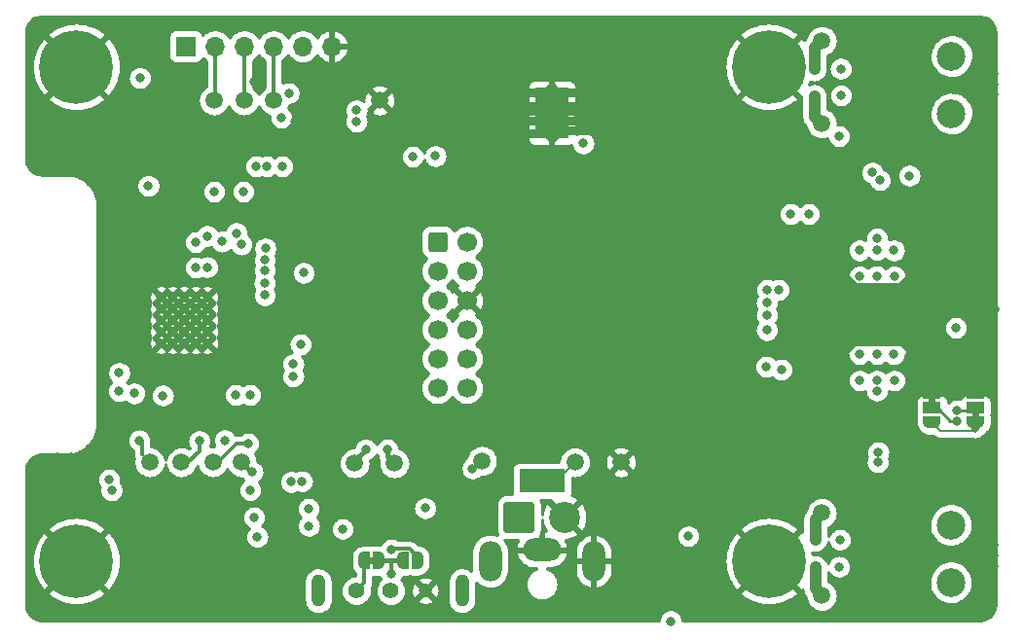
<source format=gbr>
G04 #@! TF.GenerationSoftware,KiCad,Pcbnew,(6.0.4-0)*
G04 #@! TF.CreationDate,2022-09-25T14:52:34+02:00*
G04 #@! TF.ProjectId,muVox,6d75566f-782e-46b6-9963-61645f706362,rc1*
G04 #@! TF.SameCoordinates,Original*
G04 #@! TF.FileFunction,Copper,L4,Bot*
G04 #@! TF.FilePolarity,Positive*
%FSLAX46Y46*%
G04 Gerber Fmt 4.6, Leading zero omitted, Abs format (unit mm)*
G04 Created by KiCad (PCBNEW (6.0.4-0)) date 2022-09-25 14:52:34*
%MOMM*%
%LPD*%
G01*
G04 APERTURE LIST*
G04 Aperture macros list*
%AMRoundRect*
0 Rectangle with rounded corners*
0 $1 Rounding radius*
0 $2 $3 $4 $5 $6 $7 $8 $9 X,Y pos of 4 corners*
0 Add a 4 corners polygon primitive as box body*
4,1,4,$2,$3,$4,$5,$6,$7,$8,$9,$2,$3,0*
0 Add four circle primitives for the rounded corners*
1,1,$1+$1,$2,$3*
1,1,$1+$1,$4,$5*
1,1,$1+$1,$6,$7*
1,1,$1+$1,$8,$9*
0 Add four rect primitives between the rounded corners*
20,1,$1+$1,$2,$3,$4,$5,0*
20,1,$1+$1,$4,$5,$6,$7,0*
20,1,$1+$1,$6,$7,$8,$9,0*
20,1,$1+$1,$8,$9,$2,$3,0*%
%AMFreePoly0*
4,1,22,0.500000,-0.750000,0.000000,-0.750000,0.000000,-0.745033,-0.079941,-0.743568,-0.215256,-0.701293,-0.333266,-0.622738,-0.424486,-0.514219,-0.481581,-0.384460,-0.499164,-0.250000,-0.500000,-0.250000,-0.500000,0.250000,-0.499164,0.250000,-0.499963,0.256109,-0.478152,0.396186,-0.417904,0.524511,-0.324060,0.630769,-0.204165,0.706417,-0.067858,0.745374,0.000000,0.744959,0.000000,0.750000,
0.500000,0.750000,0.500000,-0.750000,0.500000,-0.750000,$1*%
%AMFreePoly1*
4,1,20,0.000000,0.744959,0.073905,0.744508,0.209726,0.703889,0.328688,0.626782,0.421226,0.519385,0.479903,0.390333,0.500000,0.250000,0.500000,-0.250000,0.499851,-0.262216,0.476331,-0.402017,0.414519,-0.529596,0.319384,-0.634700,0.198574,-0.708877,0.061801,-0.746166,0.000000,-0.745033,0.000000,-0.750000,-0.500000,-0.750000,-0.500000,0.750000,0.000000,0.750000,0.000000,0.744959,
0.000000,0.744959,$1*%
%AMFreePoly2*
4,1,22,0.550000,-0.750000,0.000000,-0.750000,0.000000,-0.745033,-0.079941,-0.743568,-0.215256,-0.701293,-0.333266,-0.622738,-0.424486,-0.514219,-0.481581,-0.384460,-0.499164,-0.250000,-0.500000,-0.250000,-0.500000,0.250000,-0.499164,0.250000,-0.499963,0.256109,-0.478152,0.396186,-0.417904,0.524511,-0.324060,0.630769,-0.204165,0.706417,-0.067858,0.745374,0.000000,0.744959,0.000000,0.750000,
0.550000,0.750000,0.550000,-0.750000,0.550000,-0.750000,$1*%
%AMFreePoly3*
4,1,20,0.000000,0.744959,0.073905,0.744508,0.209726,0.703889,0.328688,0.626782,0.421226,0.519385,0.479903,0.390333,0.500000,0.250000,0.500000,-0.250000,0.499851,-0.262216,0.476331,-0.402017,0.414519,-0.529596,0.319384,-0.634700,0.198574,-0.708877,0.061801,-0.746166,0.000000,-0.745033,0.000000,-0.750000,-0.550000,-0.750000,-0.550000,0.750000,0.000000,0.750000,0.000000,0.744959,
0.000000,0.744959,$1*%
G04 Aperture macros list end*
G04 #@! TA.AperFunction,ComponentPad*
%ADD10R,4.000000X2.000000*%
G04 #@! TD*
G04 #@! TA.AperFunction,ComponentPad*
%ADD11O,3.300000X2.000000*%
G04 #@! TD*
G04 #@! TA.AperFunction,ComponentPad*
%ADD12O,2.000000X3.500000*%
G04 #@! TD*
G04 #@! TA.AperFunction,ComponentPad*
%ADD13RoundRect,0.250000X-0.600000X-0.600000X0.600000X-0.600000X0.600000X0.600000X-0.600000X0.600000X0*%
G04 #@! TD*
G04 #@! TA.AperFunction,ComponentPad*
%ADD14C,1.700000*%
G04 #@! TD*
G04 #@! TA.AperFunction,ComponentPad*
%ADD15C,6.400000*%
G04 #@! TD*
G04 #@! TA.AperFunction,ComponentPad*
%ADD16C,2.500000*%
G04 #@! TD*
G04 #@! TA.AperFunction,ComponentPad*
%ADD17RoundRect,0.250001X-1.099999X-1.099999X1.099999X-1.099999X1.099999X1.099999X-1.099999X1.099999X0*%
G04 #@! TD*
G04 #@! TA.AperFunction,ComponentPad*
%ADD18C,2.700000*%
G04 #@! TD*
G04 #@! TA.AperFunction,ComponentPad*
%ADD19R,1.700000X1.700000*%
G04 #@! TD*
G04 #@! TA.AperFunction,ComponentPad*
%ADD20O,1.700000X1.700000*%
G04 #@! TD*
G04 #@! TA.AperFunction,ComponentPad*
%ADD21C,0.500000*%
G04 #@! TD*
G04 #@! TA.AperFunction,SMDPad,CuDef*
%ADD22R,5.450000X5.450000*%
G04 #@! TD*
G04 #@! TA.AperFunction,ComponentPad*
%ADD23C,0.600000*%
G04 #@! TD*
G04 #@! TA.AperFunction,SMDPad,CuDef*
%ADD24R,2.950000X4.500000*%
G04 #@! TD*
G04 #@! TA.AperFunction,ComponentPad*
%ADD25C,1.400000*%
G04 #@! TD*
G04 #@! TA.AperFunction,ComponentPad*
%ADD26C,1.200000*%
G04 #@! TD*
G04 #@! TA.AperFunction,ComponentPad*
%ADD27O,1.208000X2.800000*%
G04 #@! TD*
G04 #@! TA.AperFunction,ComponentPad*
%ADD28C,0.800000*%
G04 #@! TD*
G04 #@! TA.AperFunction,SMDPad,CuDef*
%ADD29C,1.500000*%
G04 #@! TD*
G04 #@! TA.AperFunction,SMDPad,CuDef*
%ADD30FreePoly0,0.000000*%
G04 #@! TD*
G04 #@! TA.AperFunction,SMDPad,CuDef*
%ADD31FreePoly1,0.000000*%
G04 #@! TD*
G04 #@! TA.AperFunction,SMDPad,CuDef*
%ADD32FreePoly2,270.000000*%
G04 #@! TD*
G04 #@! TA.AperFunction,SMDPad,CuDef*
%ADD33R,1.500000X1.000000*%
G04 #@! TD*
G04 #@! TA.AperFunction,SMDPad,CuDef*
%ADD34FreePoly3,270.000000*%
G04 #@! TD*
G04 #@! TA.AperFunction,SMDPad,CuDef*
%ADD35FreePoly2,90.000000*%
G04 #@! TD*
G04 #@! TA.AperFunction,SMDPad,CuDef*
%ADD36FreePoly3,90.000000*%
G04 #@! TD*
G04 #@! TA.AperFunction,SMDPad,CuDef*
%ADD37FreePoly0,180.000000*%
G04 #@! TD*
G04 #@! TA.AperFunction,SMDPad,CuDef*
%ADD38FreePoly1,180.000000*%
G04 #@! TD*
G04 #@! TA.AperFunction,ViaPad*
%ADD39C,0.800000*%
G04 #@! TD*
G04 #@! TA.AperFunction,Conductor*
%ADD40C,2.000000*%
G04 #@! TD*
G04 #@! TA.AperFunction,Conductor*
%ADD41C,0.400000*%
G04 #@! TD*
G04 #@! TA.AperFunction,Conductor*
%ADD42C,0.800000*%
G04 #@! TD*
G04 #@! TA.AperFunction,Conductor*
%ADD43C,0.300000*%
G04 #@! TD*
G04 #@! TA.AperFunction,Conductor*
%ADD44C,0.250000*%
G04 #@! TD*
G04 #@! TA.AperFunction,Conductor*
%ADD45C,0.200000*%
G04 #@! TD*
G04 #@! TA.AperFunction,Conductor*
%ADD46C,1.000000*%
G04 #@! TD*
G04 #@! TA.AperFunction,Conductor*
%ADD47C,0.254000*%
G04 #@! TD*
G04 APERTURE END LIST*
G36*
X104696200Y-156027400D02*
G01*
X104196200Y-156027400D01*
X104196200Y-155427400D01*
X104696200Y-155427400D01*
X104696200Y-156027400D01*
G37*
G36*
X153497600Y-142029300D02*
G01*
X152897600Y-142029300D01*
X152897600Y-141529300D01*
X153497600Y-141529300D01*
X153497600Y-142029300D01*
G37*
G36*
X157282600Y-143329300D02*
G01*
X156682600Y-143329300D01*
X156682600Y-142829300D01*
X157282600Y-142829300D01*
X157282600Y-143329300D01*
G37*
D10*
X119260100Y-148789300D03*
D11*
X119260100Y-154789300D03*
D12*
X114760100Y-155789300D03*
X123760100Y-155789300D03*
D13*
X110187600Y-128004300D03*
D14*
X112727600Y-128004300D03*
X110187600Y-130544300D03*
X112727600Y-130544300D03*
X110187600Y-133084300D03*
X112727600Y-133084300D03*
X110187600Y-135624300D03*
X112727600Y-135624300D03*
X110187600Y-138164300D03*
X112727600Y-138164300D03*
X110187600Y-140704300D03*
X112727600Y-140704300D03*
D15*
X78770100Y-155779300D03*
D16*
X154840100Y-157629300D03*
X154840100Y-152629300D03*
D17*
X117270100Y-151954300D03*
D18*
X121230100Y-151954300D03*
D15*
X78770100Y-112759300D03*
D19*
X88290100Y-110979300D03*
D20*
X90830100Y-110979300D03*
X93370100Y-110979300D03*
X95910100Y-110979300D03*
X98450100Y-110979300D03*
X100990100Y-110979300D03*
D21*
X145482950Y-136848950D03*
X149191350Y-133140550D03*
X150359750Y-135680550D03*
X147921350Y-135680550D03*
X147921350Y-131972150D03*
X147921350Y-136848950D03*
X147921350Y-133140550D03*
X146752950Y-131972150D03*
X146752950Y-133140550D03*
X146752950Y-134410550D03*
X145482950Y-131972150D03*
X150359750Y-133140550D03*
X149191350Y-134410550D03*
D22*
X147921350Y-134410550D03*
D21*
X149191350Y-136848950D03*
X145482950Y-134410550D03*
X149191350Y-131972150D03*
X147921350Y-134410550D03*
X145482950Y-135680550D03*
X146752950Y-135680550D03*
X150359750Y-136848950D03*
X150359750Y-131972150D03*
X149191350Y-135680550D03*
X146752950Y-136848950D03*
X150359750Y-134410550D03*
X145482950Y-133140550D03*
D23*
X119522600Y-116161800D03*
X120722600Y-118561800D03*
D24*
X120122600Y-116761800D03*
D23*
X120722600Y-116161800D03*
X119522600Y-114961800D03*
X120722600Y-114961800D03*
X119522600Y-118561800D03*
X119522600Y-117461800D03*
X120722600Y-117461800D03*
D25*
X103120400Y-158362800D03*
X106120400Y-158362800D03*
D26*
X109120400Y-158362800D03*
D27*
X99820400Y-158362800D03*
X112320400Y-158362800D03*
D15*
X139000000Y-112759300D03*
D28*
X87140100Y-134810550D03*
X86140100Y-132810550D03*
X86140100Y-135810550D03*
X89140100Y-133810550D03*
X87140100Y-133810550D03*
X88140100Y-135810550D03*
X89140100Y-136810550D03*
X87140100Y-132810550D03*
X86140100Y-134810550D03*
X90140100Y-136810550D03*
X89140100Y-134810550D03*
X86140100Y-133810550D03*
X88140100Y-133810550D03*
X89140100Y-132810550D03*
X90140100Y-133810550D03*
X88140100Y-134810550D03*
X90140100Y-132810550D03*
X88140100Y-136810550D03*
X89140100Y-135810550D03*
X87140100Y-135810550D03*
X86140100Y-136810550D03*
X87140100Y-136810550D03*
X90140100Y-134810550D03*
X90140100Y-135810550D03*
X88140100Y-132810550D03*
D16*
X154890100Y-111829300D03*
X154890100Y-116829300D03*
D15*
X139000000Y-155779300D03*
D29*
X114046000Y-147066000D03*
X143600000Y-110500000D03*
D30*
X103796200Y-155727400D03*
D31*
X105096200Y-155727400D03*
D29*
X90640100Y-147179300D03*
X93140100Y-147179300D03*
X87890100Y-147179300D03*
X90740100Y-115679300D03*
X95940100Y-115679300D03*
X102971600Y-147271300D03*
X122140100Y-147179300D03*
X93340100Y-115679300D03*
X143600000Y-151600000D03*
D32*
X153197600Y-141129300D03*
D33*
X153197600Y-142429300D03*
D34*
X153197600Y-143729300D03*
D29*
X105140100Y-115679300D03*
D35*
X156982600Y-143729300D03*
D33*
X156982600Y-142429300D03*
D36*
X156982600Y-141129300D03*
D37*
X108446200Y-155727400D03*
D38*
X107146200Y-155727400D03*
D29*
X106428100Y-147271300D03*
X85140100Y-147179300D03*
X143600000Y-158800000D03*
X126140100Y-147179300D03*
X143600000Y-117700000D03*
D39*
X157640100Y-113382700D03*
X127814900Y-113148100D03*
X126443300Y-119839300D03*
X98715100Y-118429300D03*
X157640100Y-114282700D03*
X97815100Y-117529300D03*
X107755700Y-114302100D03*
X129491300Y-136168100D03*
X83108800Y-147421600D03*
X158020000Y-123740000D03*
X104038400Y-149225000D03*
X156640000Y-123730000D03*
X129491300Y-134368100D03*
X111355700Y-114302100D03*
X109555700Y-112491100D03*
X106855700Y-114305500D03*
X130391300Y-136168100D03*
X140490000Y-136413910D03*
X133087100Y-136182500D03*
X152840100Y-128729300D03*
X158540100Y-154379300D03*
X132187100Y-133482500D03*
X129491300Y-133468100D03*
X152490100Y-123679300D03*
X132187100Y-136182500D03*
X156740100Y-156182700D03*
X108655700Y-112487700D03*
X128727200Y-114071400D03*
X138887200Y-140893800D03*
X127811500Y-112248100D03*
X158020920Y-137023510D03*
X133087100Y-133482500D03*
X94190100Y-114029300D03*
X107755700Y-115202100D03*
X157640100Y-155282700D03*
X158540100Y-115179300D03*
X128272100Y-119839300D03*
X109555700Y-115205500D03*
X148410100Y-124069300D03*
X129616200Y-113157000D03*
X131287900Y-132568100D03*
X130391300Y-137068100D03*
X133087100Y-137082500D03*
X107755700Y-112487700D03*
X101295200Y-148488400D03*
X110455700Y-115202100D03*
X106855700Y-115205500D03*
X126911500Y-112248100D03*
X158690100Y-133879300D03*
X151390100Y-123679300D03*
X133087100Y-134382500D03*
X127372100Y-119839300D03*
X99822000Y-148488400D03*
X129612800Y-112257000D03*
X78333600Y-146710400D03*
X140490000Y-134660000D03*
X156740100Y-114282700D03*
X156740100Y-154382700D03*
X111355700Y-112487700D03*
X105235800Y-153983400D03*
X98715100Y-117529300D03*
X158540100Y-114279300D03*
X110455700Y-112487700D03*
X89281000Y-148259800D03*
X106855700Y-112491100D03*
X107755700Y-113387700D03*
X156740100Y-155282700D03*
X127814900Y-114048100D03*
X109555700Y-113391100D03*
X108655700Y-114302100D03*
X130391300Y-134368100D03*
X158540100Y-155279300D03*
X77114400Y-146735800D03*
X109555700Y-114305500D03*
X108655700Y-113387700D03*
X131291300Y-133468100D03*
X156740100Y-115182700D03*
X158540100Y-113379300D03*
X111355700Y-113387700D03*
X125594100Y-119839300D03*
X153600000Y-123700000D03*
X104724200Y-148412200D03*
X148444760Y-144683976D03*
X157330000Y-124370000D03*
X114808000Y-143510000D03*
X111355700Y-115202100D03*
X129616200Y-114071400D03*
X131291300Y-136168100D03*
X133083700Y-135282500D03*
X132183700Y-132582500D03*
X110455700Y-114302100D03*
X157640100Y-115182700D03*
X145240100Y-123179300D03*
X156740100Y-113382700D03*
X129487900Y-132568100D03*
X126914900Y-114048100D03*
X110846200Y-149308000D03*
X131291300Y-134368100D03*
X105896200Y-153272200D03*
X131291300Y-137068100D03*
X130391300Y-133468100D03*
X129487900Y-135268100D03*
X88442800Y-148894800D03*
X116840000Y-125984000D03*
X129491300Y-137068100D03*
X132183700Y-135282500D03*
X99615100Y-118425900D03*
X157640100Y-156182700D03*
X132187100Y-137082500D03*
X132187100Y-134382500D03*
X130387900Y-135268100D03*
X133083700Y-132582500D03*
X110455700Y-113387700D03*
X130387900Y-132568100D03*
X99615100Y-117525900D03*
X113895700Y-117858100D03*
X126914900Y-113148100D03*
X128712800Y-112257000D03*
X128716200Y-113157000D03*
X108655700Y-115202100D03*
X131287900Y-135268100D03*
X97815100Y-118429300D03*
X106855700Y-113391100D03*
X158540100Y-156179300D03*
X157640100Y-154382700D03*
X99000897Y-152712939D03*
X98264600Y-136908100D03*
X108015100Y-120569120D03*
X98531500Y-130687900D03*
X94513400Y-153670000D03*
X93726000Y-145542000D03*
X156982600Y-144136800D03*
X110015100Y-120529300D03*
X103140100Y-117529300D03*
X145110200Y-118793410D03*
X94221184Y-151971716D03*
X140901220Y-125568110D03*
X103140100Y-116554300D03*
X155290100Y-135479300D03*
X151240100Y-122229300D03*
X82500000Y-139400000D03*
X96600000Y-117200000D03*
X101930200Y-152984200D03*
X82490100Y-140979300D03*
X97235358Y-115054302D03*
X98399600Y-148844000D03*
X94090600Y-148031200D03*
X84250000Y-145275000D03*
X84290100Y-113729300D03*
X83790100Y-141179300D03*
X113233200Y-147726400D03*
X106146600Y-156895800D03*
X148394320Y-130978310D03*
X148419720Y-128692310D03*
X148419720Y-127701710D03*
X148394320Y-140071510D03*
X148669856Y-122629544D03*
X148419720Y-137785510D03*
X148394320Y-140960510D03*
X148010100Y-121969789D03*
X148463720Y-147183310D03*
X148530100Y-146299300D03*
X86300000Y-141375000D03*
X109109200Y-151181200D03*
X146921120Y-140071510D03*
X146895720Y-137760110D03*
X145180100Y-153919300D03*
X143052800Y-153898600D03*
X146895720Y-128733310D03*
X146921120Y-131003710D03*
X145280100Y-115259300D03*
X142976600Y-115316000D03*
X149892920Y-137760110D03*
X143060100Y-156319300D03*
X149918320Y-140071510D03*
X145130100Y-156279300D03*
X149892920Y-128733310D03*
X149918320Y-131003710D03*
X142970100Y-112969300D03*
X145250100Y-112929300D03*
X138818520Y-135677310D03*
X103925000Y-146075000D03*
X97639700Y-139702100D03*
X95150500Y-130507300D03*
X105829500Y-146060100D03*
X95150500Y-129592900D03*
X97639700Y-138635300D03*
X138818520Y-134381910D03*
X85040100Y-123129300D03*
X95325000Y-121425000D03*
X155328520Y-143576710D03*
X155346803Y-142677393D03*
X93118500Y-128221300D03*
X92640100Y-141329300D03*
X138843920Y-132172110D03*
X95201300Y-128576900D03*
X93890100Y-141329300D03*
X138818520Y-133289710D03*
X139859920Y-132172110D03*
X92690100Y-127229300D03*
X90140100Y-130203320D03*
X95136589Y-131610989D03*
X140092628Y-139127601D03*
X90140100Y-127479300D03*
X89140100Y-128029300D03*
X95150500Y-132640900D03*
X138796532Y-138856811D03*
X89141064Y-130233855D03*
X93878400Y-149606000D03*
X91442100Y-127967300D03*
X97434400Y-148894800D03*
X91670692Y-145264693D03*
X81825000Y-149625000D03*
X96667231Y-121417231D03*
X81625000Y-148675000D03*
X94411800Y-121425000D03*
X90758897Y-123621231D03*
X89458800Y-145338800D03*
X130454400Y-161010600D03*
X132003800Y-153619200D03*
X106172000Y-154787600D03*
X122865100Y-119429800D03*
X98958400Y-151206200D03*
X93292374Y-123622185D03*
X142476220Y-125568110D03*
D40*
X152040100Y-137279300D02*
X152040100Y-134479300D01*
D41*
X88646000Y-148894800D02*
X89281000Y-148259800D01*
D42*
X119522600Y-118561800D02*
X117382600Y-118561800D01*
D43*
X105896200Y-153323000D02*
X105235800Y-153983400D01*
D42*
X119522600Y-117461800D02*
X117282600Y-117461800D01*
D41*
X104038400Y-149225000D02*
X104038400Y-149098000D01*
D40*
X150716179Y-132603221D02*
X146258580Y-132603221D01*
D42*
X123840100Y-117454300D02*
X123832600Y-117461800D01*
D40*
X150640100Y-132679300D02*
X150716179Y-132603221D01*
D41*
X77139800Y-146710400D02*
X77114400Y-146735800D01*
D40*
X145040100Y-131379300D02*
X145040100Y-137079300D01*
D42*
X120722600Y-116161800D02*
X123657600Y-116161800D01*
D40*
X148908850Y-134410550D02*
X152440100Y-130879300D01*
D41*
X88442800Y-148894800D02*
X88646000Y-148894800D01*
D40*
X147921350Y-134410550D02*
X149171350Y-134410550D01*
D41*
X104038400Y-149098000D02*
X104724200Y-148412200D01*
D42*
X120722600Y-114961800D02*
X123582600Y-114961800D01*
X123657600Y-116161800D02*
X123690100Y-116129300D01*
D43*
X105896200Y-153272200D02*
X105896200Y-153323000D01*
D41*
X78333600Y-146710400D02*
X77139800Y-146710400D01*
D42*
X123582600Y-114961800D02*
X123590100Y-114954300D01*
D40*
X150640100Y-133079300D02*
X150640100Y-132679300D01*
X145040100Y-131384741D02*
X145040100Y-131379300D01*
D42*
X119522600Y-114961800D02*
X117532600Y-114961800D01*
X117382600Y-118561800D02*
X117115100Y-118829300D01*
X117347600Y-116161800D02*
X117340100Y-116154300D01*
X120722600Y-118561800D02*
X121022600Y-118261800D01*
D40*
X149171350Y-134410550D02*
X152040100Y-137279300D01*
D42*
X117282600Y-117461800D02*
X117240100Y-117504300D01*
X117532600Y-114961800D02*
X117515100Y-114979300D01*
X123722600Y-118261800D02*
X124265100Y-118804300D01*
D40*
X147921350Y-134410550D02*
X148908850Y-134410550D01*
D42*
X120722600Y-117461800D02*
X123832600Y-117461800D01*
D40*
X144952600Y-137379300D02*
X147921350Y-134410550D01*
X144740100Y-137379300D02*
X144952600Y-137379300D01*
X152040100Y-134479300D02*
X150640100Y-133079300D01*
X143940100Y-130279300D02*
X145040100Y-131379300D01*
X145040100Y-137079300D02*
X144740100Y-137379300D01*
D42*
X119522600Y-116161800D02*
X117347600Y-116161800D01*
D41*
X99822000Y-148488400D02*
X101295200Y-148488400D01*
D42*
X121022600Y-118261800D02*
X123722600Y-118261800D01*
D40*
X146258580Y-132603221D02*
X145040100Y-131384741D01*
D44*
X156982600Y-144136800D02*
X156982600Y-144336800D01*
D43*
X91072700Y-147179300D02*
X90640100Y-147179300D01*
D45*
X153897600Y-144429300D02*
X156890100Y-144429300D01*
D44*
X156982600Y-143729300D02*
X156982600Y-144136800D01*
X156982600Y-144336800D02*
X156890100Y-144429300D01*
D43*
X92710000Y-145542000D02*
X91072700Y-147179300D01*
X93726000Y-145542000D02*
X92710000Y-145542000D01*
D45*
X153197600Y-143729300D02*
X153897600Y-144429300D01*
X156890100Y-144429300D02*
X157040100Y-144429300D01*
D41*
X94090600Y-148031200D02*
X93992000Y-148031200D01*
X93992000Y-148031200D02*
X93140100Y-147179300D01*
D43*
X84482500Y-145507500D02*
X84482500Y-146521700D01*
X84250000Y-145275000D02*
X84482500Y-145507500D01*
D45*
X84482500Y-146521700D02*
X85140100Y-147179300D01*
X120530100Y-148789300D02*
X119260100Y-148789300D01*
X122140100Y-147179300D02*
X120530100Y-148789300D01*
D43*
X114302100Y-147322100D02*
X114046000Y-147066000D01*
D41*
X107146200Y-155727400D02*
X106146600Y-155727400D01*
D43*
X106146600Y-155727400D02*
X106146600Y-156895800D01*
X113233200Y-147726400D02*
X113385600Y-147726400D01*
D41*
X106146600Y-155727400D02*
X105096200Y-155727400D01*
D43*
X113385600Y-147726400D02*
X114046000Y-147066000D01*
D46*
X143052800Y-153898600D02*
X143052800Y-152171400D01*
X143052800Y-152171400D02*
X143662400Y-151561800D01*
X142976600Y-115316000D02*
X142976600Y-117076600D01*
X142976600Y-117076600D02*
X143600000Y-117700000D01*
X143060100Y-158173100D02*
X143662400Y-158775400D01*
X143060100Y-156319300D02*
X143060100Y-158173100D01*
X142970100Y-112969300D02*
X142970100Y-111129900D01*
X142970100Y-111129900D02*
X143600000Y-110500000D01*
D43*
X103796200Y-157687000D02*
X103120400Y-158362800D01*
X103796200Y-155727400D02*
X103796200Y-157687000D01*
D41*
X103925000Y-146075000D02*
X102820700Y-147179300D01*
X105829500Y-146672700D02*
X106428100Y-147271300D01*
X105829500Y-146060100D02*
X105829500Y-146672700D01*
D43*
X90830100Y-110979300D02*
X90830100Y-115589300D01*
X90830100Y-115589300D02*
X90740100Y-115679300D01*
X93370100Y-115649300D02*
X93340100Y-115679300D01*
X93370100Y-110979300D02*
X93370100Y-115649300D01*
X95940100Y-111009300D02*
X95910100Y-110979300D01*
X95940100Y-115679300D02*
X95940100Y-111009300D01*
D44*
X154762835Y-143576710D02*
X153797635Y-142611510D01*
X153797635Y-142611510D02*
X153509120Y-142611510D01*
X155328520Y-143576710D02*
X154762835Y-143576710D01*
X155346803Y-142677393D02*
X155361886Y-142662310D01*
X155361886Y-142662310D02*
X156827120Y-142662310D01*
D43*
X89458800Y-145338800D02*
X89458800Y-146216200D01*
X88495700Y-147179300D02*
X87890100Y-147179300D01*
X89458800Y-146216200D02*
X88495700Y-147179300D01*
X106172000Y-154787600D02*
X106231720Y-154727880D01*
X108446200Y-155424526D02*
X108446200Y-155727400D01*
X106231720Y-154727880D02*
X107749554Y-154727880D01*
X107749554Y-154727880D02*
X108446200Y-155424526D01*
D47*
X157284053Y-108375501D02*
X157319777Y-108375937D01*
X157335029Y-108373942D01*
X157508553Y-108386355D01*
X157703338Y-108428730D01*
X157890116Y-108498396D01*
X158065072Y-108593931D01*
X158224661Y-108713400D01*
X158365616Y-108854357D01*
X158485077Y-109013941D01*
X158580612Y-109188904D01*
X158650274Y-109375678D01*
X158692648Y-109570473D01*
X158704560Y-109737027D01*
X158703529Y-109743645D01*
X158703092Y-109779367D01*
X158707220Y-109810937D01*
X158707220Y-159503941D01*
X158703529Y-159527644D01*
X158703093Y-159563369D01*
X158705088Y-159578622D01*
X158692676Y-159752150D01*
X158650303Y-159946933D01*
X158580634Y-160133720D01*
X158485097Y-160308684D01*
X158365634Y-160468267D01*
X158224675Y-160609227D01*
X158065084Y-160728697D01*
X157890123Y-160824234D01*
X157703347Y-160893899D01*
X157508557Y-160936275D01*
X157342167Y-160948176D01*
X157335375Y-160947119D01*
X157299653Y-160946683D01*
X157268094Y-160950810D01*
X131488314Y-160950810D01*
X131473252Y-160807502D01*
X131467775Y-160781736D01*
X131408760Y-160600108D01*
X131398046Y-160576044D01*
X131302559Y-160410656D01*
X131287076Y-160389346D01*
X131159289Y-160247424D01*
X131139714Y-160229798D01*
X130985213Y-160117546D01*
X130962401Y-160104375D01*
X130787937Y-160026699D01*
X130762885Y-160018559D01*
X130576084Y-159978853D01*
X130549887Y-159976100D01*
X130358913Y-159976100D01*
X130332716Y-159978853D01*
X130145915Y-160018559D01*
X130120863Y-160026699D01*
X129946399Y-160104375D01*
X129923587Y-160117546D01*
X129769086Y-160229798D01*
X129749511Y-160247424D01*
X129621724Y-160389346D01*
X129606241Y-160410656D01*
X129510754Y-160576044D01*
X129500040Y-160600108D01*
X129441025Y-160781736D01*
X129435548Y-160807502D01*
X129420486Y-160950810D01*
X75825082Y-160950810D01*
X75801376Y-160947119D01*
X75765653Y-160946683D01*
X75750398Y-160948678D01*
X75576874Y-160936269D01*
X75382076Y-160893895D01*
X75195301Y-160824233D01*
X75020332Y-160728695D01*
X74860745Y-160609232D01*
X74719784Y-160468273D01*
X74600313Y-160308681D01*
X74504777Y-160133722D01*
X74435109Y-159946940D01*
X74392734Y-159752151D01*
X74380840Y-159585850D01*
X74381911Y-159578968D01*
X74382347Y-159543244D01*
X74378241Y-159511849D01*
X74378742Y-158549639D01*
X76209067Y-158549639D01*
X76214132Y-158620454D01*
X76252893Y-158674342D01*
X76508306Y-158881172D01*
X76518976Y-158888924D01*
X76844930Y-159100601D01*
X76856352Y-159107196D01*
X77202648Y-159283643D01*
X77214697Y-159289007D01*
X77577538Y-159428288D01*
X77590081Y-159432364D01*
X77965494Y-159532956D01*
X77978394Y-159535698D01*
X78362266Y-159596497D01*
X78375383Y-159597875D01*
X78763506Y-159618216D01*
X78776694Y-159618216D01*
X79164817Y-159597875D01*
X79177934Y-159596497D01*
X79561806Y-159535698D01*
X79574706Y-159532956D01*
X79950119Y-159432364D01*
X79962662Y-159428288D01*
X80325503Y-159289007D01*
X80337552Y-159283643D01*
X80478481Y-159211836D01*
X98581900Y-159211836D01*
X98582470Y-159223803D01*
X98597572Y-159382093D01*
X98602097Y-159405595D01*
X98661856Y-159609295D01*
X98670745Y-159631518D01*
X98767945Y-159820243D01*
X98780875Y-159840384D01*
X98912008Y-160007324D01*
X98928514Y-160024657D01*
X99088850Y-160163789D01*
X99108335Y-160177687D01*
X99292086Y-160283990D01*
X99313848Y-160293954D01*
X99514386Y-160363592D01*
X99537639Y-160369260D01*
X99747727Y-160399722D01*
X99771633Y-160400891D01*
X99983692Y-160391076D01*
X100007387Y-160387704D01*
X100213763Y-160337967D01*
X100236393Y-160330175D01*
X100429641Y-160242310D01*
X100450390Y-160230379D01*
X100623537Y-160107557D01*
X100641655Y-160091918D01*
X100788453Y-159938571D01*
X100803287Y-159919788D01*
X100918439Y-159741449D01*
X100929453Y-159720200D01*
X101008805Y-159523303D01*
X101015603Y-159500353D01*
X101056290Y-159292004D01*
X101058476Y-159274010D01*
X101058750Y-159268408D01*
X101058900Y-159262253D01*
X101058900Y-158373782D01*
X101781763Y-158373782D01*
X101800193Y-158584437D01*
X101804007Y-158606066D01*
X101858737Y-158810321D01*
X101866249Y-158830960D01*
X101955616Y-159022608D01*
X101966598Y-159041628D01*
X102087886Y-159214846D01*
X102102004Y-159231671D01*
X102251529Y-159381196D01*
X102268354Y-159395314D01*
X102441572Y-159516602D01*
X102460592Y-159527584D01*
X102652240Y-159616951D01*
X102672879Y-159624463D01*
X102877134Y-159679193D01*
X102898763Y-159683007D01*
X103109418Y-159701437D01*
X103131382Y-159701437D01*
X103342037Y-159683007D01*
X103363666Y-159679193D01*
X103567921Y-159624463D01*
X103588560Y-159616951D01*
X103780208Y-159527584D01*
X103799228Y-159516602D01*
X103972446Y-159395314D01*
X103989271Y-159381196D01*
X104138796Y-159231671D01*
X104152914Y-159214846D01*
X104274202Y-159041628D01*
X104285184Y-159022608D01*
X104374551Y-158830960D01*
X104382063Y-158810321D01*
X104436793Y-158606066D01*
X104440607Y-158584437D01*
X104459037Y-158373782D01*
X104459037Y-158351818D01*
X104440667Y-158141852D01*
X104443587Y-158137833D01*
X104453917Y-158119043D01*
X104467063Y-158102095D01*
X104483142Y-158074908D01*
X104501491Y-158032506D01*
X104523738Y-157992039D01*
X104535365Y-157962673D01*
X104540698Y-157941902D01*
X104549217Y-157922216D01*
X104558029Y-157891888D01*
X104565257Y-157846255D01*
X104576742Y-157801522D01*
X104580700Y-157770188D01*
X104580700Y-157748747D01*
X104584056Y-157727558D01*
X104585048Y-157695990D01*
X104580700Y-157649994D01*
X104580700Y-157116020D01*
X104596200Y-157117129D01*
X105083522Y-157117129D01*
X105131811Y-157118014D01*
X105133225Y-157124664D01*
X105192240Y-157306292D01*
X105202954Y-157330356D01*
X105225876Y-157370057D01*
X105102004Y-157493929D01*
X105087886Y-157510754D01*
X104966598Y-157683972D01*
X104955616Y-157702992D01*
X104866249Y-157894640D01*
X104858737Y-157915279D01*
X104804007Y-158119534D01*
X104800193Y-158141163D01*
X104781763Y-158351818D01*
X104781763Y-158373782D01*
X104800193Y-158584437D01*
X104804007Y-158606066D01*
X104858737Y-158810321D01*
X104866249Y-158830960D01*
X104955616Y-159022608D01*
X104966598Y-159041628D01*
X105087886Y-159214846D01*
X105102004Y-159231671D01*
X105251529Y-159381196D01*
X105268354Y-159395314D01*
X105441572Y-159516602D01*
X105460592Y-159527584D01*
X105652240Y-159616951D01*
X105672879Y-159624463D01*
X105877134Y-159679193D01*
X105898763Y-159683007D01*
X106109418Y-159701437D01*
X106131382Y-159701437D01*
X106342037Y-159683007D01*
X106363666Y-159679193D01*
X106567921Y-159624463D01*
X106588560Y-159616951D01*
X106780208Y-159527584D01*
X106799228Y-159516602D01*
X106972446Y-159395314D01*
X106989271Y-159381196D01*
X107091690Y-159278777D01*
X108413730Y-159278777D01*
X108418795Y-159349593D01*
X108466849Y-159410325D01*
X108519441Y-159445466D01*
X108539705Y-159456469D01*
X108726804Y-159536853D01*
X108748734Y-159543978D01*
X108947349Y-159588920D01*
X108970210Y-159591930D01*
X109173690Y-159599925D01*
X109196717Y-159598718D01*
X109398246Y-159569498D01*
X109420668Y-159564115D01*
X109613497Y-159498658D01*
X109634561Y-159489280D01*
X109765802Y-159415782D01*
X109815464Y-159365045D01*
X109829812Y-159295513D01*
X109804290Y-159229262D01*
X109793332Y-159216752D01*
X109788416Y-159211836D01*
X111081900Y-159211836D01*
X111082470Y-159223803D01*
X111097572Y-159382093D01*
X111102097Y-159405595D01*
X111161856Y-159609295D01*
X111170745Y-159631518D01*
X111267945Y-159820243D01*
X111280875Y-159840384D01*
X111412008Y-160007324D01*
X111428514Y-160024657D01*
X111588850Y-160163789D01*
X111608335Y-160177687D01*
X111792086Y-160283990D01*
X111813848Y-160293954D01*
X112014386Y-160363592D01*
X112037639Y-160369260D01*
X112247727Y-160399722D01*
X112271633Y-160400891D01*
X112483692Y-160391076D01*
X112507387Y-160387704D01*
X112713763Y-160337967D01*
X112736393Y-160330175D01*
X112929641Y-160242310D01*
X112950390Y-160230379D01*
X113123537Y-160107557D01*
X113141655Y-160091918D01*
X113288453Y-159938571D01*
X113303287Y-159919788D01*
X113418439Y-159741449D01*
X113429453Y-159720200D01*
X113508805Y-159523303D01*
X113515603Y-159500353D01*
X113556290Y-159292004D01*
X113558476Y-159274010D01*
X113558750Y-159268408D01*
X113558900Y-159262253D01*
X113558900Y-157648459D01*
X113614284Y-157711280D01*
X113628822Y-157725320D01*
X113816402Y-157879399D01*
X113832997Y-157890933D01*
X114042797Y-158013040D01*
X114061024Y-158021772D01*
X114287648Y-158108764D01*
X114307035Y-158114470D01*
X114544653Y-158164111D01*
X114564704Y-158166644D01*
X114807201Y-158177656D01*
X114827399Y-158176951D01*
X115068538Y-158149050D01*
X115088363Y-158145125D01*
X115321939Y-158079030D01*
X115340882Y-158071985D01*
X115560886Y-157969396D01*
X115578459Y-157959413D01*
X115779230Y-157822968D01*
X115794980Y-157810305D01*
X115971354Y-157643517D01*
X115984877Y-157628497D01*
X116132316Y-157435655D01*
X116143264Y-157418667D01*
X116257975Y-157204732D01*
X116266066Y-157186213D01*
X116345097Y-156956691D01*
X116350123Y-156937115D01*
X116391440Y-156697910D01*
X116393149Y-156682180D01*
X116394470Y-156653091D01*
X116394600Y-156647375D01*
X116394600Y-155057783D01*
X116996230Y-155057783D01*
X117000842Y-155097641D01*
X117004767Y-155117465D01*
X117070840Y-155350964D01*
X117077885Y-155369907D01*
X117180441Y-155589838D01*
X117190424Y-155607411D01*
X117326823Y-155808116D01*
X117339487Y-155823866D01*
X117506220Y-156000181D01*
X117521239Y-156013704D01*
X117714017Y-156161094D01*
X117731005Y-156172042D01*
X117944869Y-156286715D01*
X117963389Y-156294806D01*
X118192835Y-156373810D01*
X118212410Y-156378836D01*
X118451535Y-156420140D01*
X118467265Y-156421849D01*
X118496354Y-156423170D01*
X118502070Y-156423300D01*
X118815600Y-156423300D01*
X118778246Y-156433309D01*
X118757607Y-156440821D01*
X118550101Y-156537582D01*
X118531080Y-156548564D01*
X118343529Y-156679889D01*
X118326705Y-156694007D01*
X118164807Y-156855905D01*
X118150689Y-156872729D01*
X118019364Y-157060280D01*
X118008382Y-157079301D01*
X117911621Y-157286807D01*
X117904109Y-157307446D01*
X117844850Y-157528602D01*
X117841036Y-157550231D01*
X117821081Y-157778318D01*
X117821081Y-157800282D01*
X117841036Y-158028369D01*
X117844850Y-158049998D01*
X117904109Y-158271154D01*
X117911621Y-158291793D01*
X118008382Y-158499299D01*
X118019364Y-158518320D01*
X118150689Y-158705871D01*
X118164807Y-158722695D01*
X118326705Y-158884593D01*
X118343529Y-158898711D01*
X118531080Y-159030036D01*
X118550101Y-159041018D01*
X118757607Y-159137779D01*
X118778246Y-159145291D01*
X118999402Y-159204550D01*
X119021031Y-159208364D01*
X119191991Y-159223321D01*
X119202973Y-159223800D01*
X119317227Y-159223800D01*
X119328209Y-159223321D01*
X119499169Y-159208364D01*
X119520798Y-159204550D01*
X119741954Y-159145291D01*
X119762593Y-159137779D01*
X119970099Y-159041018D01*
X119989120Y-159030036D01*
X120176671Y-158898711D01*
X120193495Y-158884593D01*
X120355393Y-158722695D01*
X120369511Y-158705871D01*
X120478906Y-158549639D01*
X136438967Y-158549639D01*
X136444032Y-158620454D01*
X136482793Y-158674342D01*
X136738206Y-158881172D01*
X136748876Y-158888924D01*
X137074830Y-159100601D01*
X137086252Y-159107196D01*
X137432548Y-159283643D01*
X137444597Y-159289007D01*
X137807438Y-159428288D01*
X137819981Y-159432364D01*
X138195394Y-159532956D01*
X138208294Y-159535698D01*
X138592166Y-159596497D01*
X138605283Y-159597875D01*
X138993406Y-159618216D01*
X139006594Y-159618216D01*
X139394717Y-159597875D01*
X139407834Y-159596497D01*
X139791706Y-159535698D01*
X139804606Y-159532956D01*
X140180019Y-159432364D01*
X140192562Y-159428288D01*
X140555403Y-159289007D01*
X140567452Y-159283643D01*
X140913748Y-159107196D01*
X140925170Y-159100601D01*
X141251124Y-158888924D01*
X141261794Y-158881172D01*
X141517207Y-158674342D01*
X141557558Y-158615928D01*
X141559924Y-158544971D01*
X141527007Y-158487327D01*
X139089095Y-156049415D01*
X139026783Y-156015389D01*
X138955968Y-156020454D01*
X138910905Y-156049415D01*
X136472993Y-158487327D01*
X136438967Y-158549639D01*
X120478906Y-158549639D01*
X120500836Y-158518320D01*
X120511818Y-158499299D01*
X120608579Y-158291793D01*
X120616091Y-158271154D01*
X120675350Y-158049998D01*
X120679164Y-158028369D01*
X120699119Y-157800282D01*
X120699119Y-157778318D01*
X120679164Y-157550231D01*
X120675350Y-157528602D01*
X120616091Y-157307446D01*
X120608579Y-157286807D01*
X120511818Y-157079301D01*
X120500836Y-157060280D01*
X120369511Y-156872729D01*
X120355393Y-156855905D01*
X120193495Y-156694007D01*
X120176671Y-156679889D01*
X120062971Y-156600275D01*
X122126100Y-156600275D01*
X122126506Y-156610380D01*
X122141062Y-156791290D01*
X122144293Y-156811240D01*
X122202177Y-157046902D01*
X122208556Y-157066079D01*
X122303373Y-157289455D01*
X122312737Y-157307366D01*
X122442049Y-157512709D01*
X122454155Y-157528891D01*
X122614633Y-157710918D01*
X122629171Y-157724957D01*
X122816688Y-157878986D01*
X122833284Y-157890521D01*
X123043015Y-158012587D01*
X123061241Y-158021319D01*
X123287790Y-158108283D01*
X123307178Y-158113989D01*
X123480334Y-158150163D01*
X123551105Y-158144514D01*
X123607588Y-158101500D01*
X123631849Y-158034777D01*
X123632063Y-158028005D01*
X123888100Y-158028005D01*
X123908102Y-158096126D01*
X123961758Y-158142619D01*
X124028583Y-158153170D01*
X124068441Y-158148558D01*
X124088265Y-158144633D01*
X124321764Y-158078560D01*
X124340707Y-158071515D01*
X124560638Y-157968959D01*
X124578211Y-157958976D01*
X124778916Y-157822577D01*
X124794666Y-157809913D01*
X124970981Y-157643180D01*
X124984504Y-157628161D01*
X125131894Y-157435383D01*
X125142842Y-157418395D01*
X125257515Y-157204531D01*
X125265606Y-157186011D01*
X125344610Y-156956565D01*
X125349636Y-156936990D01*
X125390940Y-156697865D01*
X125392649Y-156682135D01*
X125393970Y-156653046D01*
X125394100Y-156647330D01*
X125394100Y-156043300D01*
X125374098Y-155975179D01*
X125320442Y-155928686D01*
X125268100Y-155917300D01*
X124014100Y-155917300D01*
X123945979Y-155937302D01*
X123899486Y-155990958D01*
X123888100Y-156043300D01*
X123888100Y-158028005D01*
X123632063Y-158028005D01*
X123632100Y-158026826D01*
X123632100Y-156043300D01*
X123612098Y-155975179D01*
X123558442Y-155928686D01*
X123506100Y-155917300D01*
X122252100Y-155917300D01*
X122183979Y-155937302D01*
X122137486Y-155990958D01*
X122126100Y-156043300D01*
X122126100Y-156600275D01*
X120062971Y-156600275D01*
X119989120Y-156548564D01*
X119970099Y-156537582D01*
X119762593Y-156440821D01*
X119741954Y-156433309D01*
X119704600Y-156423300D01*
X119971075Y-156423300D01*
X119981180Y-156422894D01*
X120162090Y-156408338D01*
X120182040Y-156405107D01*
X120417702Y-156347223D01*
X120436879Y-156340844D01*
X120660255Y-156246027D01*
X120678166Y-156236663D01*
X120883509Y-156107351D01*
X120899691Y-156095245D01*
X121081718Y-155934767D01*
X121095757Y-155920229D01*
X121206102Y-155785894D01*
X135161084Y-155785894D01*
X135181425Y-156174017D01*
X135182803Y-156187134D01*
X135243602Y-156571006D01*
X135246344Y-156583906D01*
X135346936Y-156959319D01*
X135351012Y-156971862D01*
X135490293Y-157334703D01*
X135495657Y-157346752D01*
X135672104Y-157693047D01*
X135678698Y-157704468D01*
X135890375Y-158030423D01*
X135898128Y-158041094D01*
X136104958Y-158296507D01*
X136163372Y-158336858D01*
X136234329Y-158339224D01*
X136291973Y-158306307D01*
X138729885Y-155868395D01*
X138763911Y-155806083D01*
X138760080Y-155752517D01*
X139236089Y-155752517D01*
X139241154Y-155823332D01*
X139270115Y-155868395D01*
X141708027Y-158306307D01*
X141770339Y-158340333D01*
X141841154Y-158335268D01*
X141895042Y-158296507D01*
X141928201Y-158255559D01*
X141930391Y-158277901D01*
X141938492Y-158370494D01*
X141940548Y-158381479D01*
X141940622Y-158382234D01*
X141941845Y-158388408D01*
X141943015Y-158394661D01*
X141943229Y-158395397D01*
X141945398Y-158406350D01*
X141972229Y-158495221D01*
X141998194Y-158584590D01*
X142002342Y-158594959D01*
X142002561Y-158595685D01*
X142004976Y-158601545D01*
X142007328Y-158607424D01*
X142007677Y-158608096D01*
X142011932Y-158618421D01*
X142055579Y-158700512D01*
X142098344Y-158783012D01*
X142104424Y-158792375D01*
X142104785Y-158793054D01*
X142108304Y-158798350D01*
X142111733Y-158803631D01*
X142112208Y-158804226D01*
X142118391Y-158813532D01*
X142177162Y-158885591D01*
X142208366Y-158924681D01*
X142216060Y-158933285D01*
X142222571Y-158941269D01*
X142230364Y-159030352D01*
X142234178Y-159051983D01*
X142291173Y-159264688D01*
X142298685Y-159285326D01*
X142391749Y-159484903D01*
X142402731Y-159503924D01*
X142529038Y-159684309D01*
X142543156Y-159701133D01*
X142698867Y-159856844D01*
X142715691Y-159870962D01*
X142896075Y-159997269D01*
X142915096Y-160008251D01*
X143114674Y-160101315D01*
X143135312Y-160108827D01*
X143348017Y-160165822D01*
X143369648Y-160169636D01*
X143589019Y-160188828D01*
X143610981Y-160188828D01*
X143830352Y-160169636D01*
X143851983Y-160165822D01*
X144064688Y-160108827D01*
X144085326Y-160101315D01*
X144284904Y-160008251D01*
X144303925Y-159997269D01*
X144484309Y-159870962D01*
X144501133Y-159856844D01*
X144656844Y-159701133D01*
X144670962Y-159684309D01*
X144797269Y-159503924D01*
X144808251Y-159484903D01*
X144901315Y-159285326D01*
X144908827Y-159264688D01*
X144965822Y-159051983D01*
X144969636Y-159030352D01*
X144988828Y-158810981D01*
X144988828Y-158789019D01*
X144969636Y-158569648D01*
X144965822Y-158548017D01*
X144908827Y-158335312D01*
X144901315Y-158314674D01*
X144808251Y-158115097D01*
X144797269Y-158096076D01*
X144670962Y-157915691D01*
X144656844Y-157898867D01*
X144501133Y-157743156D01*
X144484309Y-157729038D01*
X144303925Y-157602731D01*
X144284904Y-157591749D01*
X144279403Y-157589184D01*
X152951418Y-157589184D01*
X152963958Y-157850253D01*
X152966234Y-157868789D01*
X153017225Y-158125137D01*
X153022216Y-158143134D01*
X153110538Y-158389130D01*
X153118134Y-158406190D01*
X153241845Y-158636429D01*
X153251879Y-158652180D01*
X153408264Y-158861604D01*
X153420516Y-158875698D01*
X153606137Y-159059706D01*
X153620338Y-159071835D01*
X153831119Y-159226386D01*
X153846957Y-159236282D01*
X154078267Y-159357980D01*
X154095393Y-159365427D01*
X154342149Y-159451599D01*
X154360188Y-159456433D01*
X154616972Y-159505184D01*
X154635527Y-159507298D01*
X154896696Y-159517560D01*
X154915360Y-159516908D01*
X155175177Y-159488453D01*
X155193540Y-159485050D01*
X155446297Y-159418505D01*
X155463955Y-159412425D01*
X155704100Y-159309250D01*
X155720665Y-159300627D01*
X155942922Y-159163091D01*
X155958031Y-159152113D01*
X156157517Y-158983235D01*
X156170837Y-158970146D01*
X156343171Y-158773637D01*
X156354410Y-158758722D01*
X156495804Y-158538900D01*
X156504715Y-158522488D01*
X156612065Y-158284180D01*
X156618452Y-158266631D01*
X156689399Y-158015074D01*
X156693123Y-157996773D01*
X156726107Y-157737492D01*
X156727071Y-157724890D01*
X156729488Y-157632599D01*
X156729185Y-157619962D01*
X156709815Y-157359310D01*
X156707054Y-157340840D01*
X156649370Y-157085915D01*
X156643910Y-157068056D01*
X156549180Y-156824456D01*
X156541140Y-156807600D01*
X156411444Y-156580679D01*
X156401001Y-156565196D01*
X156239188Y-156359937D01*
X156226571Y-156346168D01*
X156036196Y-156167082D01*
X156021683Y-156155330D01*
X155806929Y-156006349D01*
X155790837Y-155996870D01*
X155556421Y-155881269D01*
X155539106Y-155874273D01*
X155290178Y-155794591D01*
X155272019Y-155790232D01*
X155014047Y-155748218D01*
X154995442Y-155746590D01*
X154734094Y-155743169D01*
X154715454Y-155744309D01*
X154456471Y-155779555D01*
X154438204Y-155783438D01*
X154187275Y-155856577D01*
X154169782Y-155863117D01*
X153932421Y-155972542D01*
X153916087Y-155981596D01*
X153697506Y-156124904D01*
X153682690Y-156136273D01*
X153487693Y-156310315D01*
X153474720Y-156323748D01*
X153307589Y-156524700D01*
X153296744Y-156539905D01*
X153161152Y-156763354D01*
X153152674Y-156779994D01*
X153051600Y-157021030D01*
X153045674Y-157038739D01*
X152981336Y-157292067D01*
X152978093Y-157310459D01*
X152951907Y-157570515D01*
X152951418Y-157589184D01*
X144279403Y-157589184D01*
X144194600Y-157549640D01*
X144194600Y-156727965D01*
X144281941Y-156879244D01*
X144297424Y-156900554D01*
X144425211Y-157042476D01*
X144444786Y-157060102D01*
X144599287Y-157172354D01*
X144622099Y-157185525D01*
X144796563Y-157263201D01*
X144821615Y-157271341D01*
X145008416Y-157311047D01*
X145034613Y-157313800D01*
X145225587Y-157313800D01*
X145251784Y-157311047D01*
X145438585Y-157271341D01*
X145463637Y-157263201D01*
X145638101Y-157185525D01*
X145660913Y-157172354D01*
X145815414Y-157060102D01*
X145834989Y-157042476D01*
X145962776Y-156900554D01*
X145978259Y-156879244D01*
X146073746Y-156713856D01*
X146084460Y-156689792D01*
X146143475Y-156508164D01*
X146148952Y-156482398D01*
X146168914Y-156292470D01*
X146168914Y-156266130D01*
X146148952Y-156076202D01*
X146143475Y-156050436D01*
X146084460Y-155868808D01*
X146073746Y-155844744D01*
X145978259Y-155679356D01*
X145962776Y-155658046D01*
X145834989Y-155516124D01*
X145815414Y-155498498D01*
X145660913Y-155386246D01*
X145638101Y-155373075D01*
X145463637Y-155295399D01*
X145438585Y-155287259D01*
X145251784Y-155247553D01*
X145225587Y-155244800D01*
X145034613Y-155244800D01*
X145008416Y-155247553D01*
X144821615Y-155287259D01*
X144796563Y-155295399D01*
X144622099Y-155373075D01*
X144599287Y-155386246D01*
X144444786Y-155498498D01*
X144425211Y-155516124D01*
X144297424Y-155658046D01*
X144281941Y-155679356D01*
X144186454Y-155844744D01*
X144175740Y-155868808D01*
X144141256Y-155974939D01*
X144117638Y-155896713D01*
X144108268Y-155873978D01*
X144015418Y-155699351D01*
X144001809Y-155678868D01*
X143876808Y-155525602D01*
X143859480Y-155508153D01*
X143707090Y-155382085D01*
X143686704Y-155368334D01*
X143512730Y-155274266D01*
X143490060Y-155264737D01*
X143301127Y-155206253D01*
X143277038Y-155201308D01*
X143080345Y-155180635D01*
X143055755Y-155180464D01*
X142858792Y-155198389D01*
X142834638Y-155202996D01*
X142792479Y-155215404D01*
X142757549Y-154994862D01*
X142811773Y-155011647D01*
X142835862Y-155016592D01*
X143032555Y-155037265D01*
X143057145Y-155037436D01*
X143254108Y-155019511D01*
X143278263Y-155014904D01*
X143467994Y-154959064D01*
X143490795Y-154949852D01*
X143666066Y-154858222D01*
X143686642Y-154844756D01*
X143840777Y-154720828D01*
X143858346Y-154703623D01*
X143985475Y-154552117D01*
X143999369Y-154531827D01*
X144094648Y-154358514D01*
X144104335Y-154335912D01*
X144164137Y-154147393D01*
X144165349Y-154141691D01*
X144166725Y-154148164D01*
X144225740Y-154329792D01*
X144236454Y-154353856D01*
X144331941Y-154519244D01*
X144347424Y-154540554D01*
X144475211Y-154682476D01*
X144494786Y-154700102D01*
X144649287Y-154812354D01*
X144672099Y-154825525D01*
X144846563Y-154903201D01*
X144871615Y-154911341D01*
X145058416Y-154951047D01*
X145084613Y-154953800D01*
X145275587Y-154953800D01*
X145301784Y-154951047D01*
X145488585Y-154911341D01*
X145513637Y-154903201D01*
X145688101Y-154825525D01*
X145710913Y-154812354D01*
X145865414Y-154700102D01*
X145884989Y-154682476D01*
X146012776Y-154540554D01*
X146028259Y-154519244D01*
X146123746Y-154353856D01*
X146134460Y-154329792D01*
X146193475Y-154148164D01*
X146198952Y-154122398D01*
X146218914Y-153932470D01*
X146218914Y-153906130D01*
X146198952Y-153716202D01*
X146193475Y-153690436D01*
X146134460Y-153508808D01*
X146123746Y-153484744D01*
X146028259Y-153319356D01*
X146012776Y-153298046D01*
X145884989Y-153156124D01*
X145865414Y-153138498D01*
X145710913Y-153026246D01*
X145688101Y-153013075D01*
X145513637Y-152935399D01*
X145488585Y-152927259D01*
X145301784Y-152887553D01*
X145275587Y-152884800D01*
X145084613Y-152884800D01*
X145058416Y-152887553D01*
X144871615Y-152927259D01*
X144846563Y-152935399D01*
X144672099Y-153013075D01*
X144649287Y-153026246D01*
X144494786Y-153138498D01*
X144475211Y-153156124D01*
X144347424Y-153298046D01*
X144331941Y-153319356D01*
X144236454Y-153484744D01*
X144225740Y-153508808D01*
X144187300Y-153627113D01*
X144187300Y-152853764D01*
X144284904Y-152808251D01*
X144303925Y-152797269D01*
X144484309Y-152670962D01*
X144501133Y-152656844D01*
X144568793Y-152589184D01*
X152951418Y-152589184D01*
X152963958Y-152850253D01*
X152966234Y-152868789D01*
X153017225Y-153125137D01*
X153022216Y-153143134D01*
X153110538Y-153389130D01*
X153118134Y-153406190D01*
X153241845Y-153636429D01*
X153251879Y-153652180D01*
X153408264Y-153861604D01*
X153420516Y-153875698D01*
X153606137Y-154059706D01*
X153620338Y-154071835D01*
X153831119Y-154226386D01*
X153846957Y-154236282D01*
X154078267Y-154357980D01*
X154095393Y-154365427D01*
X154342149Y-154451599D01*
X154360188Y-154456433D01*
X154616972Y-154505184D01*
X154635527Y-154507298D01*
X154896696Y-154517560D01*
X154915360Y-154516908D01*
X155175177Y-154488453D01*
X155193540Y-154485050D01*
X155446297Y-154418505D01*
X155463955Y-154412425D01*
X155704100Y-154309250D01*
X155720665Y-154300627D01*
X155942922Y-154163091D01*
X155958031Y-154152113D01*
X156157517Y-153983235D01*
X156170837Y-153970146D01*
X156343171Y-153773637D01*
X156354410Y-153758722D01*
X156495804Y-153538900D01*
X156504715Y-153522488D01*
X156612065Y-153284180D01*
X156618452Y-153266631D01*
X156689399Y-153015074D01*
X156693123Y-152996773D01*
X156726107Y-152737492D01*
X156727071Y-152724890D01*
X156729488Y-152632599D01*
X156729185Y-152619962D01*
X156709815Y-152359310D01*
X156707054Y-152340840D01*
X156649370Y-152085915D01*
X156643910Y-152068056D01*
X156549180Y-151824456D01*
X156541140Y-151807600D01*
X156411444Y-151580679D01*
X156401001Y-151565196D01*
X156239188Y-151359937D01*
X156226571Y-151346168D01*
X156036196Y-151167082D01*
X156021683Y-151155330D01*
X155806929Y-151006349D01*
X155790837Y-150996870D01*
X155556421Y-150881269D01*
X155539106Y-150874273D01*
X155290178Y-150794591D01*
X155272019Y-150790232D01*
X155014047Y-150748218D01*
X154995442Y-150746590D01*
X154734094Y-150743169D01*
X154715454Y-150744309D01*
X154456471Y-150779555D01*
X154438204Y-150783438D01*
X154187275Y-150856577D01*
X154169782Y-150863117D01*
X153932421Y-150972542D01*
X153916087Y-150981596D01*
X153697506Y-151124904D01*
X153682690Y-151136273D01*
X153487693Y-151310315D01*
X153474720Y-151323748D01*
X153307589Y-151524700D01*
X153296744Y-151539905D01*
X153161152Y-151763354D01*
X153152674Y-151779994D01*
X153051600Y-152021030D01*
X153045674Y-152038739D01*
X152981336Y-152292067D01*
X152978093Y-152310459D01*
X152951907Y-152570515D01*
X152951418Y-152589184D01*
X144568793Y-152589184D01*
X144656844Y-152501133D01*
X144670962Y-152484309D01*
X144797269Y-152303924D01*
X144808251Y-152284903D01*
X144901315Y-152085326D01*
X144908827Y-152064688D01*
X144965822Y-151851983D01*
X144969636Y-151830352D01*
X144988828Y-151610981D01*
X144988828Y-151589019D01*
X144969636Y-151369648D01*
X144965822Y-151348017D01*
X144908827Y-151135312D01*
X144901315Y-151114674D01*
X144808251Y-150915097D01*
X144797269Y-150896076D01*
X144670962Y-150715691D01*
X144656844Y-150698867D01*
X144501133Y-150543156D01*
X144484309Y-150529038D01*
X144303925Y-150402731D01*
X144284904Y-150391749D01*
X144085326Y-150298685D01*
X144064688Y-150291173D01*
X143851983Y-150234178D01*
X143830352Y-150230364D01*
X143610981Y-150211172D01*
X143589019Y-150211172D01*
X143369648Y-150230364D01*
X143348017Y-150234178D01*
X143135312Y-150291173D01*
X143114674Y-150298685D01*
X142915097Y-150391749D01*
X142896076Y-150402731D01*
X142715691Y-150529038D01*
X142698867Y-150543156D01*
X142543156Y-150698867D01*
X142529038Y-150715691D01*
X142402731Y-150896076D01*
X142391749Y-150915097D01*
X142298685Y-151114674D01*
X142291173Y-151135312D01*
X142234178Y-151348017D01*
X142230364Y-151369648D01*
X142228718Y-151388468D01*
X142214988Y-151404830D01*
X142207128Y-151413498D01*
X142179930Y-151446609D01*
X142120124Y-151517883D01*
X142113811Y-151527102D01*
X142113324Y-151527695D01*
X142109819Y-151532931D01*
X142106238Y-151538161D01*
X142105866Y-151538838D01*
X142099653Y-151548120D01*
X142055779Y-151629945D01*
X142010952Y-151711486D01*
X142006548Y-151721761D01*
X142006195Y-151722420D01*
X142003796Y-151728183D01*
X142001264Y-151734091D01*
X142001031Y-151734825D01*
X141996744Y-151745124D01*
X141969590Y-151833942D01*
X141941463Y-151922607D01*
X141939140Y-151933537D01*
X141938919Y-151934259D01*
X141937684Y-151940384D01*
X141936350Y-151946662D01*
X141936265Y-151947420D01*
X141934058Y-151958364D01*
X141924663Y-152050854D01*
X141919085Y-152100583D01*
X141918441Y-152112112D01*
X141914071Y-152155129D01*
X141913985Y-152179720D01*
X141918300Y-152225367D01*
X141918300Y-153290814D01*
X141895042Y-153262093D01*
X141836628Y-153221742D01*
X141765671Y-153219376D01*
X141708027Y-153252293D01*
X139270115Y-155690205D01*
X139236089Y-155752517D01*
X138760080Y-155752517D01*
X138758846Y-155735268D01*
X138729885Y-155690205D01*
X136291973Y-153252293D01*
X136229661Y-153218267D01*
X136158846Y-153223332D01*
X136104958Y-153262093D01*
X135898128Y-153517506D01*
X135890375Y-153528177D01*
X135678698Y-153854132D01*
X135672104Y-153865553D01*
X135495657Y-154211848D01*
X135490293Y-154223897D01*
X135351012Y-154586738D01*
X135346936Y-154599281D01*
X135246344Y-154974694D01*
X135243602Y-154987594D01*
X135182803Y-155371466D01*
X135181425Y-155384583D01*
X135161084Y-155772706D01*
X135161084Y-155785894D01*
X121206102Y-155785894D01*
X121249786Y-155732712D01*
X121261321Y-155716116D01*
X121366558Y-155535300D01*
X122126100Y-155535300D01*
X122146102Y-155603421D01*
X122199758Y-155649914D01*
X122252100Y-155661300D01*
X123506100Y-155661300D01*
X123574221Y-155641298D01*
X123620714Y-155587642D01*
X123632100Y-155535300D01*
X123888100Y-155535300D01*
X123908102Y-155603421D01*
X123961758Y-155649914D01*
X124014100Y-155661300D01*
X125268100Y-155661300D01*
X125336221Y-155641298D01*
X125382714Y-155587642D01*
X125394100Y-155535300D01*
X125394100Y-154978325D01*
X125393694Y-154968220D01*
X125379138Y-154787310D01*
X125375907Y-154767360D01*
X125318023Y-154531698D01*
X125311644Y-154512521D01*
X125216827Y-154289145D01*
X125207463Y-154271234D01*
X125078151Y-154065891D01*
X125066045Y-154049709D01*
X124905567Y-153867682D01*
X124891029Y-153853643D01*
X124703512Y-153699614D01*
X124686916Y-153688079D01*
X124591198Y-153632370D01*
X130964986Y-153632370D01*
X130984948Y-153822298D01*
X130990425Y-153848064D01*
X131049440Y-154029692D01*
X131060154Y-154053756D01*
X131155641Y-154219144D01*
X131171124Y-154240454D01*
X131298911Y-154382376D01*
X131318486Y-154400002D01*
X131472987Y-154512254D01*
X131495799Y-154525425D01*
X131670263Y-154603101D01*
X131695315Y-154611241D01*
X131882116Y-154650947D01*
X131908313Y-154653700D01*
X132099287Y-154653700D01*
X132125484Y-154650947D01*
X132312285Y-154611241D01*
X132337337Y-154603101D01*
X132511801Y-154525425D01*
X132534613Y-154512254D01*
X132689114Y-154400002D01*
X132708689Y-154382376D01*
X132836476Y-154240454D01*
X132851959Y-154219144D01*
X132947446Y-154053756D01*
X132958160Y-154029692D01*
X133017175Y-153848064D01*
X133022652Y-153822298D01*
X133042614Y-153632370D01*
X133042614Y-153606030D01*
X133022652Y-153416102D01*
X133017175Y-153390336D01*
X132958160Y-153208708D01*
X132947446Y-153184644D01*
X132851959Y-153019256D01*
X132847871Y-153013629D01*
X136440076Y-153013629D01*
X136472993Y-153071273D01*
X138910905Y-155509185D01*
X138973217Y-155543211D01*
X139044032Y-155538146D01*
X139089095Y-155509185D01*
X141527007Y-153071273D01*
X141561033Y-153008961D01*
X141555968Y-152938146D01*
X141517207Y-152884258D01*
X141261794Y-152677428D01*
X141251124Y-152669676D01*
X140925170Y-152457999D01*
X140913748Y-152451404D01*
X140567452Y-152274957D01*
X140555403Y-152269593D01*
X140192562Y-152130312D01*
X140180019Y-152126236D01*
X139804606Y-152025644D01*
X139791706Y-152022902D01*
X139407834Y-151962103D01*
X139394717Y-151960725D01*
X139006594Y-151940384D01*
X138993406Y-151940384D01*
X138605283Y-151960725D01*
X138592166Y-151962103D01*
X138208294Y-152022902D01*
X138195394Y-152025644D01*
X137819981Y-152126236D01*
X137807438Y-152130312D01*
X137444597Y-152269593D01*
X137432548Y-152274957D01*
X137086253Y-152451404D01*
X137074832Y-152457998D01*
X136748877Y-152669675D01*
X136738206Y-152677428D01*
X136482793Y-152884258D01*
X136442442Y-152942672D01*
X136440076Y-153013629D01*
X132847871Y-153013629D01*
X132836476Y-152997946D01*
X132708689Y-152856024D01*
X132689114Y-152838398D01*
X132534613Y-152726146D01*
X132511801Y-152712975D01*
X132337337Y-152635299D01*
X132312285Y-152627159D01*
X132125484Y-152587453D01*
X132099287Y-152584700D01*
X131908313Y-152584700D01*
X131882116Y-152587453D01*
X131695315Y-152627159D01*
X131670263Y-152635299D01*
X131495799Y-152712975D01*
X131472987Y-152726146D01*
X131318486Y-152838398D01*
X131298911Y-152856024D01*
X131171124Y-152997946D01*
X131155641Y-153019256D01*
X131060154Y-153184644D01*
X131049440Y-153208708D01*
X130990425Y-153390336D01*
X130984948Y-153416102D01*
X130964986Y-153606030D01*
X130964986Y-153632370D01*
X124591198Y-153632370D01*
X124477185Y-153566013D01*
X124458959Y-153557281D01*
X124232410Y-153470317D01*
X124213022Y-153464611D01*
X124039866Y-153428437D01*
X123969095Y-153434086D01*
X123912612Y-153477100D01*
X123888351Y-153543823D01*
X123888100Y-153551774D01*
X123888100Y-155535300D01*
X123632100Y-155535300D01*
X123632100Y-153550595D01*
X123612098Y-153482474D01*
X123558442Y-153435981D01*
X123491617Y-153425430D01*
X123451759Y-153430042D01*
X123431935Y-153433967D01*
X123198436Y-153500040D01*
X123179493Y-153507085D01*
X122959562Y-153609641D01*
X122941989Y-153619624D01*
X122741284Y-153756023D01*
X122725534Y-153768687D01*
X122549219Y-153935420D01*
X122535696Y-153950439D01*
X122388306Y-154143217D01*
X122377358Y-154160205D01*
X122262685Y-154374069D01*
X122254594Y-154392589D01*
X122175590Y-154622035D01*
X122170564Y-154641610D01*
X122129260Y-154880735D01*
X122127551Y-154896465D01*
X122126230Y-154925554D01*
X122126100Y-154931270D01*
X122126100Y-155535300D01*
X121366558Y-155535300D01*
X121383387Y-155506385D01*
X121392119Y-155488159D01*
X121479083Y-155261610D01*
X121484789Y-155242222D01*
X121520963Y-155069066D01*
X121515314Y-154998295D01*
X121472300Y-154941812D01*
X121405577Y-154917551D01*
X121397626Y-154917300D01*
X117121395Y-154917300D01*
X117053274Y-154937302D01*
X117006781Y-154990958D01*
X116996230Y-155057783D01*
X116394600Y-155057783D01*
X116394600Y-154978299D01*
X116394194Y-154968194D01*
X116379634Y-154787230D01*
X116376403Y-154767280D01*
X116318500Y-154531539D01*
X116312121Y-154512362D01*
X116217272Y-154288912D01*
X116207908Y-154271001D01*
X116078553Y-154065590D01*
X116066447Y-154049408D01*
X115944872Y-153911507D01*
X115975572Y-153921690D01*
X116002396Y-153927441D01*
X116106857Y-153938144D01*
X116119700Y-153938800D01*
X117214462Y-153938800D01*
X117136813Y-154072215D01*
X117128081Y-154090441D01*
X117041117Y-154316990D01*
X117035411Y-154336378D01*
X116999237Y-154509534D01*
X117004886Y-154580305D01*
X117047900Y-154636788D01*
X117114623Y-154661049D01*
X117122574Y-154661300D01*
X119006100Y-154661300D01*
X119074221Y-154641298D01*
X119120714Y-154587642D01*
X119132100Y-154535300D01*
X119132100Y-153503787D01*
X119169475Y-153443154D01*
X119181808Y-153416705D01*
X119237490Y-153248828D01*
X119243241Y-153222004D01*
X119253944Y-153117543D01*
X119254600Y-153104700D01*
X119254600Y-152180865D01*
X119254653Y-152181345D01*
X119301926Y-152440184D01*
X119306352Y-152457422D01*
X119389623Y-152707018D01*
X119396434Y-152723461D01*
X119514043Y-152958834D01*
X119523103Y-152974154D01*
X119648301Y-153155300D01*
X119514100Y-153155300D01*
X119445979Y-153175302D01*
X119399486Y-153228958D01*
X119388100Y-153281300D01*
X119388100Y-154535300D01*
X119408102Y-154603421D01*
X119461758Y-154649914D01*
X119514100Y-154661300D01*
X121398805Y-154661300D01*
X121466926Y-154641298D01*
X121513419Y-154587642D01*
X121523970Y-154520817D01*
X121519358Y-154480959D01*
X121515433Y-154461135D01*
X121449360Y-154227636D01*
X121442315Y-154208693D01*
X121339759Y-153988762D01*
X121329776Y-153971189D01*
X121306637Y-153937141D01*
X121408369Y-153934744D01*
X121426088Y-153933069D01*
X121685637Y-153889868D01*
X121702943Y-153885713D01*
X121953817Y-153806372D01*
X121970365Y-153799820D01*
X122207556Y-153685923D01*
X122223016Y-153677105D01*
X122424383Y-153542556D01*
X122469911Y-153488079D01*
X122478759Y-153417636D01*
X122443476Y-153348696D01*
X121022297Y-151927517D01*
X121466189Y-151927517D01*
X121471254Y-151998332D01*
X121500215Y-152043395D01*
X122623844Y-153167024D01*
X122686156Y-153201050D01*
X122756971Y-153195985D01*
X122809389Y-153159006D01*
X122833543Y-153130272D01*
X122844005Y-153115871D01*
X122983243Y-152892610D01*
X122991571Y-152876881D01*
X123097962Y-152636230D01*
X123103991Y-152619484D01*
X123175412Y-152366242D01*
X123179022Y-152348814D01*
X123214049Y-152088036D01*
X123215108Y-152075221D01*
X123218784Y-151958258D01*
X123218531Y-151945401D01*
X123199948Y-151682938D01*
X123197441Y-151665317D01*
X123142061Y-151408090D01*
X123137095Y-151390999D01*
X123046025Y-151144142D01*
X123038701Y-151127921D01*
X122913756Y-150896359D01*
X122904219Y-150881332D01*
X122812690Y-150757412D01*
X122756129Y-150714501D01*
X122685347Y-150708981D01*
X122622244Y-150743176D01*
X121500215Y-151865205D01*
X121466189Y-151927517D01*
X121022297Y-151927517D01*
X119837806Y-150743026D01*
X119775494Y-150709000D01*
X119704679Y-150714065D01*
X119649761Y-150754115D01*
X119590509Y-150829275D01*
X119580505Y-150843996D01*
X119448349Y-151071520D01*
X119440519Y-151087502D01*
X119341739Y-151331377D01*
X119336239Y-151348305D01*
X119272808Y-151603665D01*
X119269748Y-151621197D01*
X119254600Y-151769040D01*
X119254600Y-150803900D01*
X119253927Y-150790896D01*
X119242953Y-150685131D01*
X119237150Y-150658259D01*
X119181174Y-150490479D01*
X119168794Y-150464052D01*
X119143885Y-150423800D01*
X119992332Y-150423800D01*
X119990601Y-150426009D01*
X119983970Y-150496695D01*
X120018558Y-150561738D01*
X121141005Y-151684185D01*
X121203317Y-151718211D01*
X121274132Y-151713146D01*
X121319195Y-151684185D01*
X122441136Y-150562244D01*
X122475162Y-150499932D01*
X122470097Y-150429117D01*
X122428483Y-150372986D01*
X122329232Y-150297240D01*
X122314356Y-150287469D01*
X122084785Y-150158903D01*
X122068681Y-150151324D01*
X121835819Y-150061237D01*
X121879827Y-149943846D01*
X121887108Y-149913224D01*
X121893863Y-149851042D01*
X121894600Y-149837434D01*
X121894600Y-148546265D01*
X121909748Y-148548936D01*
X122129119Y-148568128D01*
X122151081Y-148568128D01*
X122370452Y-148548936D01*
X122392083Y-148545122D01*
X122604788Y-148488127D01*
X122625426Y-148480615D01*
X122825004Y-148387551D01*
X122844025Y-148376569D01*
X123024409Y-148250262D01*
X123041233Y-148236144D01*
X123073661Y-148203716D01*
X125324991Y-148203716D01*
X125330056Y-148274532D01*
X125375841Y-148333712D01*
X125436426Y-148376134D01*
X125455447Y-148387116D01*
X125654945Y-148480144D01*
X125675584Y-148487656D01*
X125888205Y-148544627D01*
X125909834Y-148548441D01*
X126129118Y-148567626D01*
X126151082Y-148567626D01*
X126370366Y-148548441D01*
X126391995Y-148544627D01*
X126604616Y-148487656D01*
X126625255Y-148480144D01*
X126824753Y-148387116D01*
X126843774Y-148376134D01*
X126904359Y-148333712D01*
X126948687Y-148278255D01*
X126955996Y-148207636D01*
X126921184Y-148141404D01*
X126229196Y-147449415D01*
X126166883Y-147415390D01*
X126096068Y-147420454D01*
X126051004Y-147449415D01*
X125359016Y-148141404D01*
X125324991Y-148203716D01*
X123073661Y-148203716D01*
X123196944Y-148080433D01*
X123211062Y-148063609D01*
X123337369Y-147883224D01*
X123348351Y-147864203D01*
X123441415Y-147664626D01*
X123448927Y-147643988D01*
X123505922Y-147431283D01*
X123509736Y-147409652D01*
X123528928Y-147190282D01*
X124751774Y-147190282D01*
X124770959Y-147409566D01*
X124774773Y-147431195D01*
X124831744Y-147643816D01*
X124839256Y-147664455D01*
X124932284Y-147863952D01*
X124943265Y-147882972D01*
X124985687Y-147943558D01*
X125041144Y-147987887D01*
X125111763Y-147995196D01*
X125177996Y-147960384D01*
X125869985Y-147268396D01*
X125904010Y-147206083D01*
X125900179Y-147152517D01*
X126376190Y-147152517D01*
X126381254Y-147223332D01*
X126410215Y-147268396D01*
X127102204Y-147960384D01*
X127164516Y-147994409D01*
X127235332Y-147989344D01*
X127294513Y-147943558D01*
X127336935Y-147882972D01*
X127347916Y-147863952D01*
X127440944Y-147664455D01*
X127448456Y-147643816D01*
X127505427Y-147431195D01*
X127509241Y-147409566D01*
X127527884Y-147196480D01*
X147424906Y-147196480D01*
X147444868Y-147386408D01*
X147450345Y-147412174D01*
X147509360Y-147593802D01*
X147520074Y-147617866D01*
X147615561Y-147783254D01*
X147631044Y-147804564D01*
X147758831Y-147946486D01*
X147778406Y-147964112D01*
X147932907Y-148076364D01*
X147955719Y-148089535D01*
X148130183Y-148167211D01*
X148155235Y-148175351D01*
X148342036Y-148215057D01*
X148368233Y-148217810D01*
X148559207Y-148217810D01*
X148585404Y-148215057D01*
X148772205Y-148175351D01*
X148797257Y-148167211D01*
X148971721Y-148089535D01*
X148994533Y-148076364D01*
X149149034Y-147964112D01*
X149168609Y-147946486D01*
X149296396Y-147804564D01*
X149311879Y-147783254D01*
X149407366Y-147617866D01*
X149418080Y-147593802D01*
X149477095Y-147412174D01*
X149482572Y-147386408D01*
X149502534Y-147196480D01*
X149502534Y-147170140D01*
X149482572Y-146980212D01*
X149477095Y-146954446D01*
X149430025Y-146809582D01*
X149473746Y-146733856D01*
X149484460Y-146709792D01*
X149543475Y-146528164D01*
X149548952Y-146502398D01*
X149568914Y-146312470D01*
X149568914Y-146286130D01*
X149548952Y-146096202D01*
X149543475Y-146070436D01*
X149484460Y-145888808D01*
X149473746Y-145864744D01*
X149378259Y-145699356D01*
X149362776Y-145678046D01*
X149234989Y-145536124D01*
X149215414Y-145518498D01*
X149060913Y-145406246D01*
X149038101Y-145393075D01*
X148863637Y-145315399D01*
X148838585Y-145307259D01*
X148651784Y-145267553D01*
X148625587Y-145264800D01*
X148434613Y-145264800D01*
X148408416Y-145267553D01*
X148221615Y-145307259D01*
X148196563Y-145315399D01*
X148022099Y-145393075D01*
X147999287Y-145406246D01*
X147844786Y-145518498D01*
X147825211Y-145536124D01*
X147697424Y-145678046D01*
X147681941Y-145699356D01*
X147586454Y-145864744D01*
X147575740Y-145888808D01*
X147516725Y-146070436D01*
X147511248Y-146096202D01*
X147491286Y-146286130D01*
X147491286Y-146312470D01*
X147511248Y-146502398D01*
X147516725Y-146528164D01*
X147563795Y-146673028D01*
X147520074Y-146748754D01*
X147509360Y-146772818D01*
X147450345Y-146954446D01*
X147444868Y-146980212D01*
X147424906Y-147170140D01*
X147424906Y-147196480D01*
X127527884Y-147196480D01*
X127528426Y-147190282D01*
X127528426Y-147168318D01*
X127509241Y-146949034D01*
X127505427Y-146927405D01*
X127448456Y-146714784D01*
X127440944Y-146694145D01*
X127347916Y-146494648D01*
X127336935Y-146475628D01*
X127294513Y-146415042D01*
X127239056Y-146370713D01*
X127168437Y-146363404D01*
X127102204Y-146398216D01*
X126410215Y-147090204D01*
X126376190Y-147152517D01*
X125900179Y-147152517D01*
X125898946Y-147135268D01*
X125869985Y-147090204D01*
X125177996Y-146398216D01*
X125115684Y-146364191D01*
X125044868Y-146369256D01*
X124985687Y-146415042D01*
X124943265Y-146475628D01*
X124932284Y-146494648D01*
X124839256Y-146694145D01*
X124831744Y-146714784D01*
X124774773Y-146927405D01*
X124770959Y-146949034D01*
X124751774Y-147168318D01*
X124751774Y-147190282D01*
X123528928Y-147190282D01*
X123528928Y-147190281D01*
X123528928Y-147168319D01*
X123509736Y-146948948D01*
X123505922Y-146927317D01*
X123448927Y-146714612D01*
X123441415Y-146693974D01*
X123348351Y-146494397D01*
X123337369Y-146475376D01*
X123211062Y-146294991D01*
X123196944Y-146278167D01*
X123069740Y-146150963D01*
X125324204Y-146150963D01*
X125359016Y-146217196D01*
X126051004Y-146909185D01*
X126113317Y-146943210D01*
X126184132Y-146938146D01*
X126229196Y-146909185D01*
X126921184Y-146217196D01*
X126955209Y-146154884D01*
X126950144Y-146084068D01*
X126904359Y-146024888D01*
X126843774Y-145982466D01*
X126824753Y-145971484D01*
X126625255Y-145878456D01*
X126604616Y-145870944D01*
X126391995Y-145813973D01*
X126370366Y-145810159D01*
X126151082Y-145790974D01*
X126129118Y-145790974D01*
X125909834Y-145810159D01*
X125888205Y-145813973D01*
X125675584Y-145870944D01*
X125654945Y-145878456D01*
X125455448Y-145971484D01*
X125436428Y-145982465D01*
X125375842Y-146024887D01*
X125331513Y-146080344D01*
X125324204Y-146150963D01*
X123069740Y-146150963D01*
X123041233Y-146122456D01*
X123024409Y-146108338D01*
X122844025Y-145982031D01*
X122825004Y-145971049D01*
X122625426Y-145877985D01*
X122604788Y-145870473D01*
X122392083Y-145813478D01*
X122370452Y-145809664D01*
X122151081Y-145790472D01*
X122129119Y-145790472D01*
X121909748Y-145809664D01*
X121888117Y-145813478D01*
X121675412Y-145870473D01*
X121654774Y-145877985D01*
X121455197Y-145971049D01*
X121436176Y-145982031D01*
X121255791Y-146108338D01*
X121238967Y-146122456D01*
X121083256Y-146278167D01*
X121069138Y-146294991D01*
X120942831Y-146475376D01*
X120931849Y-146494397D01*
X120838785Y-146693974D01*
X120831273Y-146714612D01*
X120774278Y-146927317D01*
X120770464Y-146948948D01*
X120752455Y-147154800D01*
X117211966Y-147154800D01*
X117198358Y-147155537D01*
X117136176Y-147162292D01*
X117105554Y-147169573D01*
X116969165Y-147220703D01*
X116937830Y-147237859D01*
X116821274Y-147325213D01*
X116796013Y-147350474D01*
X116708659Y-147467030D01*
X116691503Y-147498365D01*
X116640373Y-147634754D01*
X116633092Y-147665376D01*
X116626337Y-147727558D01*
X116625600Y-147741166D01*
X116625600Y-149837434D01*
X116626337Y-149851042D01*
X116633092Y-149913224D01*
X116640373Y-149943846D01*
X116650103Y-149969800D01*
X116119700Y-149969800D01*
X116106696Y-149970473D01*
X116000931Y-149981447D01*
X115974059Y-149987250D01*
X115806279Y-150043226D01*
X115779852Y-150055606D01*
X115629449Y-150148678D01*
X115606579Y-150166804D01*
X115481622Y-150291979D01*
X115463535Y-150314881D01*
X115370725Y-150465446D01*
X115358392Y-150491895D01*
X115302710Y-150659772D01*
X115296959Y-150686596D01*
X115286256Y-150791057D01*
X115285600Y-150803900D01*
X115285600Y-153104700D01*
X115286273Y-153117704D01*
X115297247Y-153223469D01*
X115303050Y-153250341D01*
X115359026Y-153418121D01*
X115371406Y-153444548D01*
X115435189Y-153547620D01*
X115232552Y-153469836D01*
X115213165Y-153464130D01*
X114975547Y-153414489D01*
X114955496Y-153411956D01*
X114712999Y-153400944D01*
X114692801Y-153401649D01*
X114451662Y-153429550D01*
X114431837Y-153433475D01*
X114198261Y-153499570D01*
X114179318Y-153506615D01*
X113959314Y-153609204D01*
X113941741Y-153619187D01*
X113740970Y-153755632D01*
X113725220Y-153768295D01*
X113548846Y-153935083D01*
X113535323Y-153950103D01*
X113387884Y-154142945D01*
X113376936Y-154159933D01*
X113262225Y-154373868D01*
X113254134Y-154392387D01*
X113175103Y-154621909D01*
X113170077Y-154641485D01*
X113128760Y-154880690D01*
X113127051Y-154896420D01*
X113125730Y-154925509D01*
X113125600Y-154931225D01*
X113125600Y-156600301D01*
X113126006Y-156610406D01*
X113127361Y-156627249D01*
X113051950Y-156561811D01*
X113032465Y-156547913D01*
X112848714Y-156441610D01*
X112826952Y-156431646D01*
X112626414Y-156362008D01*
X112603161Y-156356340D01*
X112393073Y-156325878D01*
X112369167Y-156324709D01*
X112157108Y-156334524D01*
X112133413Y-156337896D01*
X111927037Y-156387633D01*
X111904407Y-156395425D01*
X111711159Y-156483290D01*
X111690410Y-156495221D01*
X111517263Y-156618043D01*
X111499145Y-156633682D01*
X111352347Y-156787029D01*
X111337513Y-156805812D01*
X111222361Y-156984151D01*
X111211347Y-157005400D01*
X111131995Y-157202297D01*
X111125197Y-157225247D01*
X111084510Y-157433596D01*
X111082324Y-157451590D01*
X111082050Y-157457192D01*
X111081900Y-157463347D01*
X111081900Y-159211836D01*
X109788416Y-159211836D01*
X109209496Y-158632915D01*
X109147183Y-158598890D01*
X109076368Y-158603954D01*
X109031304Y-158632915D01*
X108447755Y-159216465D01*
X108413730Y-159278777D01*
X107091690Y-159278777D01*
X107138796Y-159231671D01*
X107152914Y-159214846D01*
X107274202Y-159041628D01*
X107285184Y-159022608D01*
X107374551Y-158830960D01*
X107382063Y-158810321D01*
X107436793Y-158606066D01*
X107440607Y-158584437D01*
X107459037Y-158373782D01*
X107459037Y-158351818D01*
X107458170Y-158341913D01*
X107882304Y-158341913D01*
X107895623Y-158545113D01*
X107899230Y-158567887D01*
X107949356Y-158765258D01*
X107957053Y-158786994D01*
X108042307Y-158971924D01*
X108053835Y-158991892D01*
X108073745Y-159020065D01*
X108129394Y-159064152D01*
X108200045Y-159071154D01*
X108265738Y-159036442D01*
X108850285Y-158451896D01*
X108884310Y-158389583D01*
X108880479Y-158336017D01*
X109356490Y-158336017D01*
X109361554Y-158406832D01*
X109390515Y-158451896D01*
X109974352Y-159035732D01*
X110036664Y-159069757D01*
X110107480Y-159064692D01*
X110164315Y-159022145D01*
X110173382Y-159008202D01*
X110246880Y-158876961D01*
X110256258Y-158855897D01*
X110321715Y-158663068D01*
X110327098Y-158640646D01*
X110356318Y-158439117D01*
X110357579Y-158424335D01*
X110359104Y-158366098D01*
X110358618Y-158351271D01*
X110339985Y-158148489D01*
X110335783Y-158125817D01*
X110280508Y-157929826D01*
X110272245Y-157908299D01*
X110182179Y-157725663D01*
X110170139Y-157706013D01*
X110166654Y-157701345D01*
X110109873Y-157658724D01*
X110039064Y-157653568D01*
X109976593Y-157687627D01*
X109390515Y-158273704D01*
X109356490Y-158336017D01*
X108880479Y-158336017D01*
X108879246Y-158318768D01*
X108850285Y-158273704D01*
X108265225Y-157688645D01*
X108202913Y-157654620D01*
X108132097Y-157659685D01*
X108075262Y-157702232D01*
X108064621Y-157719074D01*
X107980847Y-157878303D01*
X107972024Y-157899606D01*
X107911637Y-158094083D01*
X107906842Y-158116637D01*
X107882907Y-158318862D01*
X107882304Y-158341913D01*
X107458170Y-158341913D01*
X107440607Y-158141163D01*
X107436793Y-158119534D01*
X107382063Y-157915279D01*
X107374551Y-157894640D01*
X107285184Y-157702992D01*
X107274202Y-157683972D01*
X107152914Y-157510754D01*
X107138796Y-157493929D01*
X107078891Y-157434024D01*
X108411954Y-157434024D01*
X108439202Y-157499583D01*
X108448120Y-157509500D01*
X109031304Y-158092685D01*
X109093617Y-158126710D01*
X109164432Y-158121646D01*
X109209496Y-158092685D01*
X109792589Y-157509591D01*
X109826614Y-157447279D01*
X109821549Y-157376463D01*
X109779002Y-157319628D01*
X109770728Y-157313934D01*
X109692812Y-157264773D01*
X109672267Y-157254305D01*
X109483127Y-157178846D01*
X109461018Y-157172297D01*
X109261295Y-157132570D01*
X109238364Y-157130160D01*
X109034745Y-157127494D01*
X109011757Y-157129303D01*
X108811062Y-157163789D01*
X108788789Y-157169757D01*
X108597739Y-157240239D01*
X108576926Y-157250166D01*
X108472792Y-157312120D01*
X108424476Y-157364140D01*
X108411954Y-157434024D01*
X107078891Y-157434024D01*
X107048145Y-157403278D01*
X107090246Y-157330356D01*
X107100960Y-157306292D01*
X107159975Y-157124664D01*
X107161544Y-157117284D01*
X107210847Y-157117585D01*
X107217856Y-157117129D01*
X107646200Y-157117129D01*
X107655189Y-157116808D01*
X107728300Y-157111579D01*
X107754809Y-157106796D01*
X107791137Y-157096129D01*
X107928268Y-157115846D01*
X107946200Y-157117129D01*
X108436208Y-157117129D01*
X108510847Y-157117585D01*
X108528716Y-157116421D01*
X108673026Y-157096654D01*
X108690551Y-157092969D01*
X108828260Y-157053612D01*
X108845086Y-157047480D01*
X108978048Y-156988003D01*
X108993833Y-156979548D01*
X109114961Y-156903122D01*
X109129389Y-156892514D01*
X109240315Y-156798108D01*
X109253094Y-156785561D01*
X109347902Y-156678210D01*
X109358772Y-156663980D01*
X109438738Y-156542243D01*
X109447481Y-156526615D01*
X109508350Y-156396970D01*
X109514789Y-156380260D01*
X109557377Y-156240962D01*
X109561383Y-156223507D01*
X109583417Y-156081989D01*
X109584908Y-156064145D01*
X109586688Y-155918502D01*
X109585929Y-155905640D01*
X109585929Y-155516353D01*
X109585509Y-155514923D01*
X109586687Y-155418501D01*
X109585632Y-155400625D01*
X109567062Y-155258611D01*
X109563485Y-155241064D01*
X109524314Y-155100768D01*
X109518284Y-155083905D01*
X109460601Y-154952812D01*
X109452242Y-154936975D01*
X109375273Y-154813320D01*
X109364754Y-154798829D01*
X109272597Y-154689194D01*
X109260129Y-154676339D01*
X109151544Y-154579252D01*
X109137380Y-154568295D01*
X109018155Y-154488932D01*
X109002581Y-154480093D01*
X108871112Y-154417385D01*
X108854441Y-154410844D01*
X108717735Y-154368134D01*
X108700306Y-154364022D01*
X108556524Y-154340734D01*
X108538689Y-154339134D01*
X108468980Y-154337856D01*
X108362306Y-154231182D01*
X108347223Y-154212950D01*
X108295549Y-154164425D01*
X108274982Y-154143858D01*
X108263115Y-154133395D01*
X108259611Y-154130677D01*
X108225940Y-154099058D01*
X108200387Y-154080493D01*
X108181597Y-154070163D01*
X108164649Y-154057017D01*
X108137462Y-154040938D01*
X108095060Y-154022589D01*
X108054593Y-154000342D01*
X108025227Y-153988715D01*
X108004456Y-153983382D01*
X107984770Y-153974863D01*
X107954440Y-153966051D01*
X107908817Y-153958825D01*
X107864077Y-153947338D01*
X107832742Y-153943380D01*
X107811295Y-153943380D01*
X107790112Y-153940025D01*
X107758545Y-153939033D01*
X107712558Y-153943380D01*
X106770027Y-153943380D01*
X106702813Y-153894546D01*
X106680001Y-153881375D01*
X106505537Y-153803699D01*
X106480485Y-153795559D01*
X106293684Y-153755853D01*
X106267487Y-153753100D01*
X106076513Y-153753100D01*
X106050316Y-153755853D01*
X105863515Y-153795559D01*
X105838463Y-153803699D01*
X105663999Y-153881375D01*
X105641187Y-153894546D01*
X105486686Y-154006798D01*
X105467111Y-154024424D01*
X105339324Y-154166346D01*
X105323841Y-154187656D01*
X105232730Y-154345465D01*
X105192627Y-154339472D01*
X105174774Y-154338090D01*
X105031553Y-154337215D01*
X105024544Y-154337671D01*
X104596200Y-154337671D01*
X104587211Y-154337992D01*
X104514100Y-154343221D01*
X104487591Y-154348004D01*
X104451263Y-154358671D01*
X104314132Y-154338954D01*
X104296200Y-154337671D01*
X103806192Y-154337671D01*
X103731553Y-154337215D01*
X103713684Y-154338379D01*
X103569374Y-154358146D01*
X103551849Y-154361831D01*
X103414140Y-154401188D01*
X103397314Y-154407320D01*
X103264352Y-154466797D01*
X103248567Y-154475252D01*
X103127439Y-154551678D01*
X103113011Y-154562286D01*
X103002085Y-154656692D01*
X102989306Y-154669239D01*
X102894498Y-154776590D01*
X102883628Y-154790820D01*
X102803662Y-154912557D01*
X102794919Y-154928185D01*
X102734050Y-155057830D01*
X102727611Y-155074540D01*
X102685023Y-155213838D01*
X102681017Y-155231293D01*
X102658983Y-155372811D01*
X102657492Y-155390655D01*
X102655712Y-155536298D01*
X102656471Y-155549160D01*
X102656471Y-155938447D01*
X102656891Y-155939877D01*
X102655713Y-156036299D01*
X102656768Y-156054175D01*
X102675338Y-156196189D01*
X102678915Y-156213736D01*
X102718086Y-156354032D01*
X102724116Y-156370895D01*
X102781799Y-156501988D01*
X102790158Y-156517825D01*
X102867127Y-156641480D01*
X102877646Y-156655971D01*
X102969803Y-156765606D01*
X102982270Y-156778460D01*
X103011700Y-156804774D01*
X103011700Y-157032712D01*
X102898763Y-157042593D01*
X102877134Y-157046407D01*
X102672879Y-157101137D01*
X102652240Y-157108649D01*
X102460592Y-157198016D01*
X102441572Y-157208998D01*
X102268354Y-157330286D01*
X102251529Y-157344404D01*
X102102004Y-157493929D01*
X102087886Y-157510754D01*
X101966598Y-157683972D01*
X101955616Y-157702992D01*
X101866249Y-157894640D01*
X101858737Y-157915279D01*
X101804007Y-158119534D01*
X101800193Y-158141163D01*
X101781763Y-158351818D01*
X101781763Y-158373782D01*
X101058900Y-158373782D01*
X101058900Y-157513764D01*
X101058330Y-157501797D01*
X101043228Y-157343507D01*
X101038703Y-157320005D01*
X100978944Y-157116305D01*
X100970055Y-157094082D01*
X100872855Y-156905357D01*
X100859925Y-156885216D01*
X100728792Y-156718276D01*
X100712286Y-156700943D01*
X100551950Y-156561811D01*
X100532465Y-156547913D01*
X100348714Y-156441610D01*
X100326952Y-156431646D01*
X100126414Y-156362008D01*
X100103161Y-156356340D01*
X99893073Y-156325878D01*
X99869167Y-156324709D01*
X99657108Y-156334524D01*
X99633413Y-156337896D01*
X99427037Y-156387633D01*
X99404407Y-156395425D01*
X99211159Y-156483290D01*
X99190410Y-156495221D01*
X99017263Y-156618043D01*
X98999145Y-156633682D01*
X98852347Y-156787029D01*
X98837513Y-156805812D01*
X98722361Y-156984151D01*
X98711347Y-157005400D01*
X98631995Y-157202297D01*
X98625197Y-157225247D01*
X98584510Y-157433596D01*
X98582324Y-157451590D01*
X98582050Y-157457192D01*
X98581900Y-157463347D01*
X98581900Y-159211836D01*
X80478481Y-159211836D01*
X80683848Y-159107196D01*
X80695270Y-159100601D01*
X81021224Y-158888924D01*
X81031894Y-158881172D01*
X81287307Y-158674342D01*
X81327658Y-158615928D01*
X81330024Y-158544971D01*
X81297107Y-158487327D01*
X78859195Y-156049415D01*
X78796883Y-156015389D01*
X78726068Y-156020454D01*
X78681005Y-156049415D01*
X76243093Y-158487327D01*
X76209067Y-158549639D01*
X74378742Y-158549639D01*
X74380180Y-155785894D01*
X74931184Y-155785894D01*
X74951525Y-156174017D01*
X74952903Y-156187134D01*
X75013702Y-156571006D01*
X75016444Y-156583906D01*
X75117036Y-156959319D01*
X75121112Y-156971862D01*
X75260393Y-157334703D01*
X75265757Y-157346752D01*
X75442204Y-157693047D01*
X75448798Y-157704468D01*
X75660475Y-158030423D01*
X75668228Y-158041094D01*
X75875058Y-158296507D01*
X75933472Y-158336858D01*
X76004429Y-158339224D01*
X76062073Y-158306307D01*
X78499985Y-155868395D01*
X78534011Y-155806083D01*
X78530180Y-155752517D01*
X79006189Y-155752517D01*
X79011254Y-155823332D01*
X79040215Y-155868395D01*
X81478127Y-158306307D01*
X81540439Y-158340333D01*
X81611254Y-158335268D01*
X81665142Y-158296507D01*
X81871972Y-158041094D01*
X81879725Y-158030423D01*
X82091402Y-157704468D01*
X82097996Y-157693047D01*
X82274443Y-157346752D01*
X82279807Y-157334703D01*
X82419088Y-156971862D01*
X82423164Y-156959319D01*
X82523756Y-156583906D01*
X82526498Y-156571006D01*
X82587297Y-156187134D01*
X82588675Y-156174017D01*
X82609016Y-155785894D01*
X82609016Y-155772706D01*
X82588675Y-155384583D01*
X82587297Y-155371466D01*
X82526498Y-154987594D01*
X82523756Y-154974694D01*
X82423164Y-154599281D01*
X82419088Y-154586738D01*
X82279807Y-154223897D01*
X82274443Y-154211848D01*
X82097996Y-153865553D01*
X82091402Y-153854132D01*
X81879725Y-153528177D01*
X81871972Y-153517506D01*
X81665142Y-153262093D01*
X81606728Y-153221742D01*
X81535771Y-153219376D01*
X81478127Y-153252293D01*
X79040215Y-155690205D01*
X79006189Y-155752517D01*
X78530180Y-155752517D01*
X78528946Y-155735268D01*
X78499985Y-155690205D01*
X76062073Y-153252293D01*
X75999761Y-153218267D01*
X75928946Y-153223332D01*
X75875058Y-153262093D01*
X75668228Y-153517506D01*
X75660475Y-153528177D01*
X75448798Y-153854132D01*
X75442204Y-153865553D01*
X75265757Y-154211848D01*
X75260393Y-154223897D01*
X75121112Y-154586738D01*
X75117036Y-154599281D01*
X75016444Y-154974694D01*
X75013702Y-154987594D01*
X74952903Y-155371466D01*
X74951525Y-155384583D01*
X74931184Y-155772706D01*
X74931184Y-155785894D01*
X74380180Y-155785894D01*
X74381623Y-153013629D01*
X76210176Y-153013629D01*
X76243093Y-153071273D01*
X78681005Y-155509185D01*
X78743317Y-155543211D01*
X78814132Y-155538146D01*
X78859195Y-155509185D01*
X81297107Y-153071273D01*
X81331133Y-153008961D01*
X81326068Y-152938146D01*
X81287307Y-152884258D01*
X81031894Y-152677428D01*
X81021224Y-152669676D01*
X80695270Y-152457999D01*
X80683848Y-152451404D01*
X80337552Y-152274957D01*
X80325503Y-152269593D01*
X79962662Y-152130312D01*
X79950119Y-152126236D01*
X79574706Y-152025644D01*
X79561806Y-152022902D01*
X79321781Y-151984886D01*
X93182370Y-151984886D01*
X93202332Y-152174814D01*
X93207809Y-152200580D01*
X93266824Y-152382208D01*
X93277538Y-152406272D01*
X93373025Y-152571660D01*
X93388508Y-152592970D01*
X93516295Y-152734892D01*
X93535870Y-152752518D01*
X93690371Y-152864770D01*
X93713183Y-152877941D01*
X93799796Y-152916503D01*
X93680724Y-153048746D01*
X93665241Y-153070056D01*
X93569754Y-153235444D01*
X93559040Y-153259508D01*
X93500025Y-153441136D01*
X93494548Y-153466902D01*
X93474586Y-153656830D01*
X93474586Y-153683170D01*
X93494548Y-153873098D01*
X93500025Y-153898864D01*
X93559040Y-154080492D01*
X93569754Y-154104556D01*
X93665241Y-154269944D01*
X93680724Y-154291254D01*
X93808511Y-154433176D01*
X93828086Y-154450802D01*
X93982587Y-154563054D01*
X94005399Y-154576225D01*
X94179863Y-154653901D01*
X94204915Y-154662041D01*
X94391716Y-154701747D01*
X94417913Y-154704500D01*
X94608887Y-154704500D01*
X94635084Y-154701747D01*
X94821885Y-154662041D01*
X94846937Y-154653901D01*
X95021401Y-154576225D01*
X95044213Y-154563054D01*
X95198714Y-154450802D01*
X95218289Y-154433176D01*
X95346076Y-154291254D01*
X95361559Y-154269944D01*
X95457046Y-154104556D01*
X95467760Y-154080492D01*
X95526775Y-153898864D01*
X95532252Y-153873098D01*
X95552214Y-153683170D01*
X95552214Y-153656830D01*
X95532252Y-153466902D01*
X95526775Y-153441136D01*
X95467760Y-153259508D01*
X95457046Y-153235444D01*
X95361559Y-153070056D01*
X95346076Y-153048746D01*
X95218289Y-152906824D01*
X95198714Y-152889198D01*
X95044213Y-152776946D01*
X95021401Y-152763775D01*
X94934788Y-152725213D01*
X95053860Y-152592970D01*
X95069343Y-152571660D01*
X95164830Y-152406272D01*
X95175544Y-152382208D01*
X95234559Y-152200580D01*
X95240036Y-152174814D01*
X95259998Y-151984886D01*
X95259998Y-151958546D01*
X95240036Y-151768618D01*
X95234559Y-151742852D01*
X95175544Y-151561224D01*
X95164830Y-151537160D01*
X95069343Y-151371772D01*
X95053860Y-151350462D01*
X94935824Y-151219370D01*
X97919586Y-151219370D01*
X97939548Y-151409298D01*
X97945025Y-151435064D01*
X98004040Y-151616692D01*
X98014754Y-151640756D01*
X98110241Y-151806144D01*
X98125724Y-151827454D01*
X98253511Y-151969376D01*
X98267227Y-151981727D01*
X98168221Y-152091685D01*
X98152738Y-152112995D01*
X98057251Y-152278383D01*
X98046537Y-152302447D01*
X97987522Y-152484075D01*
X97982045Y-152509841D01*
X97962083Y-152699769D01*
X97962083Y-152726109D01*
X97982045Y-152916037D01*
X97987522Y-152941803D01*
X98046537Y-153123431D01*
X98057251Y-153147495D01*
X98152738Y-153312883D01*
X98168221Y-153334193D01*
X98296008Y-153476115D01*
X98315583Y-153493741D01*
X98470084Y-153605993D01*
X98492896Y-153619164D01*
X98667360Y-153696840D01*
X98692412Y-153704980D01*
X98879213Y-153744686D01*
X98905410Y-153747439D01*
X99096384Y-153747439D01*
X99122581Y-153744686D01*
X99309382Y-153704980D01*
X99334434Y-153696840D01*
X99508898Y-153619164D01*
X99531710Y-153605993D01*
X99686211Y-153493741D01*
X99705786Y-153476115D01*
X99833573Y-153334193D01*
X99849056Y-153312883D01*
X99944543Y-153147495D01*
X99955257Y-153123431D01*
X99996217Y-152997370D01*
X100891386Y-152997370D01*
X100911348Y-153187298D01*
X100916825Y-153213064D01*
X100975840Y-153394692D01*
X100986554Y-153418756D01*
X101082041Y-153584144D01*
X101097524Y-153605454D01*
X101225311Y-153747376D01*
X101244886Y-153765002D01*
X101399387Y-153877254D01*
X101422199Y-153890425D01*
X101596663Y-153968101D01*
X101621715Y-153976241D01*
X101808516Y-154015947D01*
X101834713Y-154018700D01*
X102025687Y-154018700D01*
X102051884Y-154015947D01*
X102238685Y-153976241D01*
X102263737Y-153968101D01*
X102438201Y-153890425D01*
X102461013Y-153877254D01*
X102615514Y-153765002D01*
X102635089Y-153747376D01*
X102762876Y-153605454D01*
X102778359Y-153584144D01*
X102873846Y-153418756D01*
X102884560Y-153394692D01*
X102943575Y-153213064D01*
X102949052Y-153187298D01*
X102969014Y-152997370D01*
X102969014Y-152971030D01*
X102949052Y-152781102D01*
X102943575Y-152755336D01*
X102884560Y-152573708D01*
X102873846Y-152549644D01*
X102778359Y-152384256D01*
X102762876Y-152362946D01*
X102635089Y-152221024D01*
X102615514Y-152203398D01*
X102461013Y-152091146D01*
X102438201Y-152077975D01*
X102263737Y-152000299D01*
X102238685Y-151992159D01*
X102051884Y-151952453D01*
X102025687Y-151949700D01*
X101834713Y-151949700D01*
X101808516Y-151952453D01*
X101621715Y-151992159D01*
X101596663Y-152000299D01*
X101422199Y-152077975D01*
X101399387Y-152091146D01*
X101244886Y-152203398D01*
X101225311Y-152221024D01*
X101097524Y-152362946D01*
X101082041Y-152384256D01*
X100986554Y-152549644D01*
X100975840Y-152573708D01*
X100916825Y-152755336D01*
X100911348Y-152781102D01*
X100891386Y-152971030D01*
X100891386Y-152997370D01*
X99996217Y-152997370D01*
X100014272Y-152941803D01*
X100019749Y-152916037D01*
X100039711Y-152726109D01*
X100039711Y-152699769D01*
X100019749Y-152509841D01*
X100014272Y-152484075D01*
X99955257Y-152302447D01*
X99944543Y-152278383D01*
X99849056Y-152112995D01*
X99833573Y-152091685D01*
X99705786Y-151949763D01*
X99692070Y-151937412D01*
X99791076Y-151827454D01*
X99806559Y-151806144D01*
X99902046Y-151640756D01*
X99912760Y-151616692D01*
X99971775Y-151435064D01*
X99977252Y-151409298D01*
X99997214Y-151219370D01*
X99997214Y-151194370D01*
X108070386Y-151194370D01*
X108090348Y-151384298D01*
X108095825Y-151410064D01*
X108154840Y-151591692D01*
X108165554Y-151615756D01*
X108261041Y-151781144D01*
X108276524Y-151802454D01*
X108404311Y-151944376D01*
X108423886Y-151962002D01*
X108578387Y-152074254D01*
X108601199Y-152087425D01*
X108775663Y-152165101D01*
X108800715Y-152173241D01*
X108987516Y-152212947D01*
X109013713Y-152215700D01*
X109204687Y-152215700D01*
X109230884Y-152212947D01*
X109417685Y-152173241D01*
X109442737Y-152165101D01*
X109617201Y-152087425D01*
X109640013Y-152074254D01*
X109794514Y-151962002D01*
X109814089Y-151944376D01*
X109941876Y-151802454D01*
X109957359Y-151781144D01*
X110052846Y-151615756D01*
X110063560Y-151591692D01*
X110122575Y-151410064D01*
X110128052Y-151384298D01*
X110148014Y-151194370D01*
X110148014Y-151168030D01*
X110128052Y-150978102D01*
X110122575Y-150952336D01*
X110063560Y-150770708D01*
X110052846Y-150746644D01*
X109957359Y-150581256D01*
X109941876Y-150559946D01*
X109814089Y-150418024D01*
X109794514Y-150400398D01*
X109640013Y-150288146D01*
X109617201Y-150274975D01*
X109442737Y-150197299D01*
X109417685Y-150189159D01*
X109230884Y-150149453D01*
X109204687Y-150146700D01*
X109013713Y-150146700D01*
X108987516Y-150149453D01*
X108800715Y-150189159D01*
X108775663Y-150197299D01*
X108601199Y-150274975D01*
X108578387Y-150288146D01*
X108423886Y-150400398D01*
X108404311Y-150418024D01*
X108276524Y-150559946D01*
X108261041Y-150581256D01*
X108165554Y-150746644D01*
X108154840Y-150770708D01*
X108095825Y-150952336D01*
X108090348Y-150978102D01*
X108070386Y-151168030D01*
X108070386Y-151194370D01*
X99997214Y-151194370D01*
X99997214Y-151193030D01*
X99977252Y-151003102D01*
X99971775Y-150977336D01*
X99912760Y-150795708D01*
X99902046Y-150771644D01*
X99806559Y-150606256D01*
X99791076Y-150584946D01*
X99663289Y-150443024D01*
X99643714Y-150425398D01*
X99489213Y-150313146D01*
X99466401Y-150299975D01*
X99291937Y-150222299D01*
X99266885Y-150214159D01*
X99080084Y-150174453D01*
X99053887Y-150171700D01*
X98862913Y-150171700D01*
X98836716Y-150174453D01*
X98649915Y-150214159D01*
X98624863Y-150222299D01*
X98450399Y-150299975D01*
X98427587Y-150313146D01*
X98273086Y-150425398D01*
X98253511Y-150443024D01*
X98125724Y-150584946D01*
X98110241Y-150606256D01*
X98014754Y-150771644D01*
X98004040Y-150795708D01*
X97945025Y-150977336D01*
X97939548Y-151003102D01*
X97919586Y-151193030D01*
X97919586Y-151219370D01*
X94935824Y-151219370D01*
X94926073Y-151208540D01*
X94906498Y-151190914D01*
X94751997Y-151078662D01*
X94729185Y-151065491D01*
X94554721Y-150987815D01*
X94529669Y-150979675D01*
X94342868Y-150939969D01*
X94316671Y-150937216D01*
X94125697Y-150937216D01*
X94099500Y-150939969D01*
X93912699Y-150979675D01*
X93887647Y-150987815D01*
X93713183Y-151065491D01*
X93690371Y-151078662D01*
X93535870Y-151190914D01*
X93516295Y-151208540D01*
X93388508Y-151350462D01*
X93373025Y-151371772D01*
X93277538Y-151537160D01*
X93266824Y-151561224D01*
X93207809Y-151742852D01*
X93202332Y-151768618D01*
X93182370Y-151958546D01*
X93182370Y-151984886D01*
X79321781Y-151984886D01*
X79177934Y-151962103D01*
X79164817Y-151960725D01*
X78776694Y-151940384D01*
X78763506Y-151940384D01*
X78375383Y-151960725D01*
X78362266Y-151962103D01*
X77978394Y-152022902D01*
X77965494Y-152025644D01*
X77590081Y-152126236D01*
X77577538Y-152130312D01*
X77214697Y-152269593D01*
X77202648Y-152274957D01*
X76856353Y-152451404D01*
X76844932Y-152457998D01*
X76518977Y-152669675D01*
X76508306Y-152677428D01*
X76252893Y-152884258D01*
X76212542Y-152942672D01*
X76210176Y-153013629D01*
X74381623Y-153013629D01*
X74383875Y-148688170D01*
X80586186Y-148688170D01*
X80606148Y-148878098D01*
X80611625Y-148903864D01*
X80670640Y-149085492D01*
X80681354Y-149109556D01*
X80776841Y-149274944D01*
X80792324Y-149296254D01*
X80830355Y-149338492D01*
X80811625Y-149396135D01*
X80806148Y-149421902D01*
X80786186Y-149611830D01*
X80786186Y-149638170D01*
X80806148Y-149828098D01*
X80811625Y-149853864D01*
X80870640Y-150035492D01*
X80881354Y-150059556D01*
X80976841Y-150224944D01*
X80992324Y-150246254D01*
X81120111Y-150388176D01*
X81139686Y-150405802D01*
X81294187Y-150518054D01*
X81316999Y-150531225D01*
X81491463Y-150608901D01*
X81516515Y-150617041D01*
X81703316Y-150656747D01*
X81729513Y-150659500D01*
X81920487Y-150659500D01*
X81946684Y-150656747D01*
X82133485Y-150617041D01*
X82158537Y-150608901D01*
X82333001Y-150531225D01*
X82355813Y-150518054D01*
X82510314Y-150405802D01*
X82529889Y-150388176D01*
X82657676Y-150246254D01*
X82673159Y-150224944D01*
X82768646Y-150059556D01*
X82779360Y-150035492D01*
X82838375Y-149853864D01*
X82843852Y-149828098D01*
X82863814Y-149638170D01*
X82863814Y-149611830D01*
X82843852Y-149421902D01*
X82838375Y-149396136D01*
X82779360Y-149214508D01*
X82768646Y-149190444D01*
X82673159Y-149025056D01*
X82657676Y-149003746D01*
X82619645Y-148961508D01*
X82638375Y-148903865D01*
X82643852Y-148878098D01*
X82663814Y-148688170D01*
X82663814Y-148661830D01*
X82643852Y-148471902D01*
X82638375Y-148446136D01*
X82579360Y-148264508D01*
X82568646Y-148240444D01*
X82473159Y-148075056D01*
X82457676Y-148053746D01*
X82329889Y-147911824D01*
X82310314Y-147894198D01*
X82155813Y-147781946D01*
X82133001Y-147768775D01*
X81958537Y-147691099D01*
X81933485Y-147682959D01*
X81746684Y-147643253D01*
X81720487Y-147640500D01*
X81529513Y-147640500D01*
X81503316Y-147643253D01*
X81316515Y-147682959D01*
X81291463Y-147691099D01*
X81116999Y-147768775D01*
X81094187Y-147781946D01*
X80939686Y-147894198D01*
X80920111Y-147911824D01*
X80792324Y-148053746D01*
X80776841Y-148075056D01*
X80681354Y-148240444D01*
X80670640Y-148264508D01*
X80611625Y-148446136D01*
X80606148Y-148471902D01*
X80586186Y-148661830D01*
X80586186Y-148688170D01*
X74383875Y-148688170D01*
X74384256Y-147955996D01*
X74387972Y-147932135D01*
X74388410Y-147896412D01*
X74386415Y-147881155D01*
X74398829Y-147707633D01*
X74441207Y-147512844D01*
X74510872Y-147326071D01*
X74606411Y-147151109D01*
X74725878Y-146991522D01*
X74866837Y-146850565D01*
X75026424Y-146731100D01*
X75201375Y-146635570D01*
X75388165Y-146565900D01*
X75582946Y-146523527D01*
X75749476Y-146511615D01*
X75756124Y-146512650D01*
X75791849Y-146513086D01*
X75823408Y-146508959D01*
X77854850Y-146508959D01*
X77874643Y-146512289D01*
X77894012Y-146514026D01*
X77906564Y-146514179D01*
X77925967Y-146512915D01*
X77934202Y-146511735D01*
X78200063Y-146496805D01*
X78214104Y-146495223D01*
X78495418Y-146447425D01*
X78509194Y-146444280D01*
X78783388Y-146365285D01*
X78796724Y-146360619D01*
X79060350Y-146251421D01*
X79073081Y-146245290D01*
X79322822Y-146107261D01*
X79334787Y-146099743D01*
X79567503Y-145934619D01*
X79578550Y-145925809D01*
X79791314Y-145735667D01*
X79801305Y-145725676D01*
X79991443Y-145512908D01*
X80000253Y-145501860D01*
X80151870Y-145288170D01*
X83211186Y-145288170D01*
X83231148Y-145478098D01*
X83236625Y-145503864D01*
X83295640Y-145685492D01*
X83306354Y-145709556D01*
X83401841Y-145874944D01*
X83417324Y-145896254D01*
X83545111Y-146038176D01*
X83564686Y-146055802D01*
X83698000Y-146152661D01*
X83698000Y-146563132D01*
X83698994Y-146578924D01*
X83714612Y-146702556D01*
X83722466Y-146733148D01*
X83783713Y-146887840D01*
X83784482Y-146889239D01*
X83774279Y-146927317D01*
X83770464Y-146948948D01*
X83751272Y-147168319D01*
X83751272Y-147190281D01*
X83770464Y-147409652D01*
X83774278Y-147431283D01*
X83831273Y-147643988D01*
X83838785Y-147664626D01*
X83931849Y-147864203D01*
X83942831Y-147883224D01*
X84069138Y-148063609D01*
X84083256Y-148080433D01*
X84238967Y-148236144D01*
X84255791Y-148250262D01*
X84436175Y-148376569D01*
X84455196Y-148387551D01*
X84654774Y-148480615D01*
X84675412Y-148488127D01*
X84888117Y-148545122D01*
X84909748Y-148548936D01*
X85129119Y-148568128D01*
X85151081Y-148568128D01*
X85370452Y-148548936D01*
X85392083Y-148545122D01*
X85604788Y-148488127D01*
X85625426Y-148480615D01*
X85825004Y-148387551D01*
X85844025Y-148376569D01*
X86024409Y-148250262D01*
X86041233Y-148236144D01*
X86196944Y-148080433D01*
X86211062Y-148063609D01*
X86337369Y-147883224D01*
X86348351Y-147864203D01*
X86441415Y-147664626D01*
X86448927Y-147643988D01*
X86505922Y-147431283D01*
X86509736Y-147409652D01*
X86515100Y-147348340D01*
X86520464Y-147409652D01*
X86524278Y-147431283D01*
X86581273Y-147643988D01*
X86588785Y-147664626D01*
X86681849Y-147864203D01*
X86692831Y-147883224D01*
X86819138Y-148063609D01*
X86833256Y-148080433D01*
X86988967Y-148236144D01*
X87005791Y-148250262D01*
X87186175Y-148376569D01*
X87205196Y-148387551D01*
X87404774Y-148480615D01*
X87425412Y-148488127D01*
X87638117Y-148545122D01*
X87659748Y-148548936D01*
X87879119Y-148568128D01*
X87901081Y-148568128D01*
X88120452Y-148548936D01*
X88142083Y-148545122D01*
X88354788Y-148488127D01*
X88375426Y-148480615D01*
X88575004Y-148387551D01*
X88594025Y-148376569D01*
X88774409Y-148250262D01*
X88791233Y-148236144D01*
X88946944Y-148080433D01*
X88961062Y-148063609D01*
X89087369Y-147883224D01*
X89098351Y-147864203D01*
X89191415Y-147664626D01*
X89198926Y-147643988D01*
X89220326Y-147564124D01*
X89290949Y-147493501D01*
X89331273Y-147643988D01*
X89338785Y-147664626D01*
X89431849Y-147864203D01*
X89442831Y-147883224D01*
X89569138Y-148063609D01*
X89583256Y-148080433D01*
X89738967Y-148236144D01*
X89755791Y-148250262D01*
X89936175Y-148376569D01*
X89955196Y-148387551D01*
X90154774Y-148480615D01*
X90175412Y-148488127D01*
X90388117Y-148545122D01*
X90409748Y-148548936D01*
X90629119Y-148568128D01*
X90651081Y-148568128D01*
X90870452Y-148548936D01*
X90892083Y-148545122D01*
X91104788Y-148488127D01*
X91125426Y-148480615D01*
X91325004Y-148387551D01*
X91344025Y-148376569D01*
X91524409Y-148250262D01*
X91541233Y-148236144D01*
X91696944Y-148080433D01*
X91711062Y-148063609D01*
X91837369Y-147883224D01*
X91848351Y-147864203D01*
X91890100Y-147774672D01*
X91931849Y-147864203D01*
X91942831Y-147883224D01*
X92069138Y-148063609D01*
X92083256Y-148080433D01*
X92238967Y-148236144D01*
X92255791Y-148250262D01*
X92436175Y-148376569D01*
X92455196Y-148387551D01*
X92654774Y-148480615D01*
X92675412Y-148488127D01*
X92888117Y-148545122D01*
X92909748Y-148548936D01*
X93129119Y-148568128D01*
X93151081Y-148568128D01*
X93203415Y-148563550D01*
X93242441Y-148631144D01*
X93257924Y-148652454D01*
X93326310Y-148728405D01*
X93193086Y-148825198D01*
X93173511Y-148842824D01*
X93045724Y-148984746D01*
X93030241Y-149006056D01*
X92934754Y-149171444D01*
X92924040Y-149195508D01*
X92865025Y-149377136D01*
X92859548Y-149402902D01*
X92839586Y-149592830D01*
X92839586Y-149619170D01*
X92859548Y-149809098D01*
X92865025Y-149834864D01*
X92924040Y-150016492D01*
X92934754Y-150040556D01*
X93030241Y-150205944D01*
X93045724Y-150227254D01*
X93173511Y-150369176D01*
X93193086Y-150386802D01*
X93347587Y-150499054D01*
X93370399Y-150512225D01*
X93544863Y-150589901D01*
X93569915Y-150598041D01*
X93756716Y-150637747D01*
X93782913Y-150640500D01*
X93973887Y-150640500D01*
X94000084Y-150637747D01*
X94186885Y-150598041D01*
X94211937Y-150589901D01*
X94386401Y-150512225D01*
X94409213Y-150499054D01*
X94563714Y-150386802D01*
X94583289Y-150369176D01*
X94711076Y-150227254D01*
X94726559Y-150205944D01*
X94822046Y-150040556D01*
X94832760Y-150016492D01*
X94891775Y-149834864D01*
X94897252Y-149809098D01*
X94917214Y-149619170D01*
X94917214Y-149592830D01*
X94897252Y-149402902D01*
X94891775Y-149377136D01*
X94832760Y-149195508D01*
X94822046Y-149171444D01*
X94726559Y-149006056D01*
X94711076Y-148984746D01*
X94642690Y-148908795D01*
X94643826Y-148907970D01*
X96395586Y-148907970D01*
X96415548Y-149097898D01*
X96421025Y-149123664D01*
X96480040Y-149305292D01*
X96490754Y-149329356D01*
X96586241Y-149494744D01*
X96601724Y-149516054D01*
X96729511Y-149657976D01*
X96749086Y-149675602D01*
X96903587Y-149787854D01*
X96926399Y-149801025D01*
X97100863Y-149878701D01*
X97125915Y-149886841D01*
X97312716Y-149926547D01*
X97338913Y-149929300D01*
X97529887Y-149929300D01*
X97556084Y-149926547D01*
X97742885Y-149886841D01*
X97767937Y-149878701D01*
X97942401Y-149801025D01*
X97965213Y-149787854D01*
X97969356Y-149784844D01*
X98066063Y-149827901D01*
X98091115Y-149836041D01*
X98277916Y-149875747D01*
X98304113Y-149878500D01*
X98495087Y-149878500D01*
X98521284Y-149875747D01*
X98708085Y-149836041D01*
X98733137Y-149827901D01*
X98907601Y-149750225D01*
X98930413Y-149737054D01*
X99084914Y-149624802D01*
X99104489Y-149607176D01*
X99232276Y-149465254D01*
X99247759Y-149443944D01*
X99343246Y-149278556D01*
X99353960Y-149254492D01*
X99412975Y-149072864D01*
X99418452Y-149047098D01*
X99438414Y-148857170D01*
X99438414Y-148830830D01*
X99418452Y-148640902D01*
X99412975Y-148615136D01*
X99353960Y-148433508D01*
X99343246Y-148409444D01*
X99247759Y-148244056D01*
X99232276Y-148222746D01*
X99104489Y-148080824D01*
X99084914Y-148063198D01*
X98930413Y-147950946D01*
X98907601Y-147937775D01*
X98733137Y-147860099D01*
X98708085Y-147851959D01*
X98521284Y-147812253D01*
X98495087Y-147809500D01*
X98304113Y-147809500D01*
X98277916Y-147812253D01*
X98091115Y-147851959D01*
X98066063Y-147860099D01*
X97891599Y-147937775D01*
X97868787Y-147950946D01*
X97864644Y-147953956D01*
X97767937Y-147910899D01*
X97742885Y-147902759D01*
X97556084Y-147863053D01*
X97529887Y-147860300D01*
X97338913Y-147860300D01*
X97312716Y-147863053D01*
X97125915Y-147902759D01*
X97100863Y-147910899D01*
X96926399Y-147988575D01*
X96903587Y-148001746D01*
X96749086Y-148113998D01*
X96729511Y-148131624D01*
X96601724Y-148273546D01*
X96586241Y-148294856D01*
X96490754Y-148460244D01*
X96480040Y-148484308D01*
X96421025Y-148665936D01*
X96415548Y-148691702D01*
X96395586Y-148881630D01*
X96395586Y-148907970D01*
X94643826Y-148907970D01*
X94775914Y-148812002D01*
X94795489Y-148794376D01*
X94923276Y-148652454D01*
X94938759Y-148631144D01*
X95034246Y-148465756D01*
X95044960Y-148441692D01*
X95103975Y-148260064D01*
X95109452Y-148234298D01*
X95129414Y-148044370D01*
X95129414Y-148018030D01*
X95109452Y-147828102D01*
X95103975Y-147802336D01*
X95044960Y-147620708D01*
X95034246Y-147596644D01*
X94938759Y-147431256D01*
X94923276Y-147409946D01*
X94808326Y-147282281D01*
X101582772Y-147282281D01*
X101601964Y-147501652D01*
X101605778Y-147523283D01*
X101662773Y-147735988D01*
X101670285Y-147756626D01*
X101763349Y-147956203D01*
X101774331Y-147975224D01*
X101900638Y-148155609D01*
X101914756Y-148172433D01*
X102070467Y-148328144D01*
X102087291Y-148342262D01*
X102267675Y-148468569D01*
X102286696Y-148479551D01*
X102486274Y-148572615D01*
X102506912Y-148580127D01*
X102719617Y-148637122D01*
X102741248Y-148640936D01*
X102960619Y-148660128D01*
X102982581Y-148660128D01*
X103201952Y-148640936D01*
X103223583Y-148637122D01*
X103436288Y-148580127D01*
X103456926Y-148572615D01*
X103656504Y-148479551D01*
X103675525Y-148468569D01*
X103855909Y-148342262D01*
X103872733Y-148328144D01*
X104028444Y-148172433D01*
X104042562Y-148155609D01*
X104168869Y-147975224D01*
X104179851Y-147956203D01*
X104272915Y-147756626D01*
X104280427Y-147735988D01*
X104337422Y-147523283D01*
X104341236Y-147501652D01*
X104360428Y-147282281D01*
X104360428Y-147260319D01*
X104341236Y-147040948D01*
X104338152Y-147023455D01*
X104433001Y-146981225D01*
X104455813Y-146968054D01*
X104610314Y-146855802D01*
X104629889Y-146838176D01*
X104757676Y-146696254D01*
X104773159Y-146674944D01*
X104868646Y-146509556D01*
X104879360Y-146485492D01*
X104880378Y-146482358D01*
X104885854Y-146494656D01*
X104981341Y-146660044D01*
X104992815Y-146675837D01*
X104991067Y-146701482D01*
X104992651Y-146731715D01*
X105003637Y-146794662D01*
X105011311Y-146858079D01*
X105018532Y-146887480D01*
X105020954Y-146893889D01*
X105022133Y-146900646D01*
X105030884Y-146929630D01*
X105056566Y-146988135D01*
X105064798Y-147009918D01*
X105062279Y-147019317D01*
X105058464Y-147040948D01*
X105039272Y-147260319D01*
X105039272Y-147282281D01*
X105058464Y-147501652D01*
X105062278Y-147523283D01*
X105119273Y-147735988D01*
X105126785Y-147756626D01*
X105219849Y-147956203D01*
X105230831Y-147975224D01*
X105357138Y-148155609D01*
X105371256Y-148172433D01*
X105526967Y-148328144D01*
X105543791Y-148342262D01*
X105724175Y-148468569D01*
X105743196Y-148479551D01*
X105942774Y-148572615D01*
X105963412Y-148580127D01*
X106176117Y-148637122D01*
X106197748Y-148640936D01*
X106417119Y-148660128D01*
X106439081Y-148660128D01*
X106658452Y-148640936D01*
X106680083Y-148637122D01*
X106892788Y-148580127D01*
X106913426Y-148572615D01*
X107113004Y-148479551D01*
X107132025Y-148468569D01*
X107312409Y-148342262D01*
X107329233Y-148328144D01*
X107484944Y-148172433D01*
X107499062Y-148155609D01*
X107625369Y-147975224D01*
X107636351Y-147956203D01*
X107729415Y-147756626D01*
X107735623Y-147739570D01*
X112194386Y-147739570D01*
X112214348Y-147929498D01*
X112219825Y-147955264D01*
X112278840Y-148136892D01*
X112289554Y-148160956D01*
X112385041Y-148326344D01*
X112400524Y-148347654D01*
X112528311Y-148489576D01*
X112547886Y-148507202D01*
X112702387Y-148619454D01*
X112725199Y-148632625D01*
X112899663Y-148710301D01*
X112924715Y-148718441D01*
X113111516Y-148758147D01*
X113137713Y-148760900D01*
X113328687Y-148760900D01*
X113354884Y-148758147D01*
X113541685Y-148718441D01*
X113566737Y-148710301D01*
X113741201Y-148632625D01*
X113764013Y-148619454D01*
X113918514Y-148507202D01*
X113938089Y-148489577D01*
X113974170Y-148449505D01*
X114035019Y-148454828D01*
X114056981Y-148454828D01*
X114276352Y-148435636D01*
X114297983Y-148431822D01*
X114510688Y-148374827D01*
X114531326Y-148367315D01*
X114730904Y-148274251D01*
X114749925Y-148263269D01*
X114930309Y-148136962D01*
X114947133Y-148122844D01*
X115102844Y-147967133D01*
X115116962Y-147950309D01*
X115243269Y-147769924D01*
X115254251Y-147750903D01*
X115347315Y-147551326D01*
X115354827Y-147530688D01*
X115411822Y-147317983D01*
X115415636Y-147296352D01*
X115434828Y-147076981D01*
X115434828Y-147055019D01*
X115415636Y-146835648D01*
X115411822Y-146814017D01*
X115354827Y-146601312D01*
X115347315Y-146580674D01*
X115254251Y-146381097D01*
X115243269Y-146362076D01*
X115116962Y-146181691D01*
X115102844Y-146164867D01*
X114947133Y-146009156D01*
X114930309Y-145995038D01*
X114749925Y-145868731D01*
X114730904Y-145857749D01*
X114531326Y-145764685D01*
X114510688Y-145757173D01*
X114297983Y-145700178D01*
X114276352Y-145696364D01*
X114056981Y-145677172D01*
X114035019Y-145677172D01*
X113815648Y-145696364D01*
X113794017Y-145700178D01*
X113581312Y-145757173D01*
X113560674Y-145764685D01*
X113361097Y-145857749D01*
X113342076Y-145868731D01*
X113161691Y-145995038D01*
X113144867Y-146009156D01*
X112989156Y-146164867D01*
X112975038Y-146181691D01*
X112848731Y-146362076D01*
X112837749Y-146381097D01*
X112744685Y-146580674D01*
X112737173Y-146601312D01*
X112680178Y-146814017D01*
X112676364Y-146835648D01*
X112674813Y-146853380D01*
X112547886Y-146945598D01*
X112528311Y-146963224D01*
X112400524Y-147105146D01*
X112385041Y-147126456D01*
X112289554Y-147291844D01*
X112278840Y-147315908D01*
X112219825Y-147497536D01*
X112214348Y-147523302D01*
X112194386Y-147713230D01*
X112194386Y-147739570D01*
X107735623Y-147739570D01*
X107736927Y-147735988D01*
X107793922Y-147523283D01*
X107797736Y-147501652D01*
X107816928Y-147282281D01*
X107816928Y-147260319D01*
X107797736Y-147040948D01*
X107793922Y-147019317D01*
X107736927Y-146806612D01*
X107729415Y-146785974D01*
X107636351Y-146586397D01*
X107625369Y-146567376D01*
X107499062Y-146386991D01*
X107484944Y-146370167D01*
X107329233Y-146214456D01*
X107312409Y-146200338D01*
X107132025Y-146074031D01*
X107113004Y-146063049D01*
X106913426Y-145969985D01*
X106892788Y-145962474D01*
X106858471Y-145953279D01*
X106848352Y-145857001D01*
X106842875Y-145831236D01*
X106783860Y-145649608D01*
X106773146Y-145625544D01*
X106677659Y-145460156D01*
X106662176Y-145438846D01*
X106534389Y-145296924D01*
X106514814Y-145279298D01*
X106360313Y-145167046D01*
X106337501Y-145153875D01*
X106163037Y-145076199D01*
X106137985Y-145068059D01*
X105951184Y-145028353D01*
X105924987Y-145025600D01*
X105734013Y-145025600D01*
X105707816Y-145028353D01*
X105521015Y-145068059D01*
X105495963Y-145076199D01*
X105321499Y-145153875D01*
X105298687Y-145167046D01*
X105144186Y-145279298D01*
X105124611Y-145296924D01*
X104996824Y-145438846D01*
X104981341Y-145460156D01*
X104885854Y-145625544D01*
X104875140Y-145649608D01*
X104874122Y-145652742D01*
X104868646Y-145640444D01*
X104773159Y-145475056D01*
X104757676Y-145453746D01*
X104629889Y-145311824D01*
X104610314Y-145294198D01*
X104455813Y-145181946D01*
X104433001Y-145168775D01*
X104258537Y-145091099D01*
X104233485Y-145082959D01*
X104046684Y-145043253D01*
X104020487Y-145040500D01*
X103829513Y-145040500D01*
X103803316Y-145043253D01*
X103616515Y-145082959D01*
X103591463Y-145091099D01*
X103416999Y-145168775D01*
X103394187Y-145181946D01*
X103239686Y-145294198D01*
X103220111Y-145311824D01*
X103092324Y-145453746D01*
X103076841Y-145475056D01*
X102981354Y-145640444D01*
X102970640Y-145664508D01*
X102911625Y-145846136D01*
X102906148Y-145871901D01*
X102904521Y-145887380D01*
X102741248Y-145901664D01*
X102719617Y-145905478D01*
X102506912Y-145962473D01*
X102486274Y-145969985D01*
X102286697Y-146063049D01*
X102267676Y-146074031D01*
X102087291Y-146200338D01*
X102070467Y-146214456D01*
X101914756Y-146370167D01*
X101900638Y-146386991D01*
X101774331Y-146567376D01*
X101763349Y-146586397D01*
X101670285Y-146785974D01*
X101662773Y-146806612D01*
X101605778Y-147019317D01*
X101601964Y-147040948D01*
X101582772Y-147260319D01*
X101582772Y-147282281D01*
X94808326Y-147282281D01*
X94795489Y-147268024D01*
X94775914Y-147250398D01*
X94621413Y-147138146D01*
X94598601Y-147124975D01*
X94522158Y-147090941D01*
X94509736Y-146948948D01*
X94505922Y-146927317D01*
X94448927Y-146714612D01*
X94441415Y-146693974D01*
X94348351Y-146494397D01*
X94337369Y-146475376D01*
X94291493Y-146409858D01*
X94411314Y-146322802D01*
X94430889Y-146305176D01*
X94558676Y-146163254D01*
X94574159Y-146141944D01*
X94669646Y-145976556D01*
X94680360Y-145952492D01*
X94739375Y-145770864D01*
X94744852Y-145745098D01*
X94764814Y-145555170D01*
X94764814Y-145528830D01*
X94744852Y-145338902D01*
X94739375Y-145313136D01*
X94680360Y-145131508D01*
X94669646Y-145107444D01*
X94574159Y-144942056D01*
X94558676Y-144920746D01*
X94430889Y-144778824D01*
X94411314Y-144761198D01*
X94256813Y-144648946D01*
X94234001Y-144635775D01*
X94059537Y-144558099D01*
X94034485Y-144549959D01*
X93847684Y-144510253D01*
X93821487Y-144507500D01*
X93630513Y-144507500D01*
X93604316Y-144510253D01*
X93417515Y-144549959D01*
X93392463Y-144558099D01*
X93217999Y-144635775D01*
X93195187Y-144648946D01*
X93045776Y-144757500D01*
X92792059Y-144757500D01*
X92768504Y-144755273D01*
X92697653Y-144757500D01*
X92668568Y-144757500D01*
X92652778Y-144758493D01*
X92648379Y-144759049D01*
X92602210Y-144760500D01*
X92576485Y-144764575D01*
X92518851Y-144664749D01*
X92503368Y-144643439D01*
X92375581Y-144501517D01*
X92356006Y-144483891D01*
X92201505Y-144371639D01*
X92178693Y-144358468D01*
X92004229Y-144280792D01*
X91979177Y-144272652D01*
X91792376Y-144232946D01*
X91766179Y-144230193D01*
X91575205Y-144230193D01*
X91549008Y-144232946D01*
X91362207Y-144272652D01*
X91337155Y-144280792D01*
X91162691Y-144358468D01*
X91139879Y-144371639D01*
X90985378Y-144483891D01*
X90965803Y-144501517D01*
X90838016Y-144643439D01*
X90822533Y-144664749D01*
X90727046Y-144830137D01*
X90716332Y-144854201D01*
X90657317Y-145035829D01*
X90651840Y-145061595D01*
X90631878Y-145251523D01*
X90631878Y-145277863D01*
X90651840Y-145467791D01*
X90657317Y-145493557D01*
X90716332Y-145675185D01*
X90727046Y-145699249D01*
X90786557Y-145802324D01*
X90651081Y-145790472D01*
X90629119Y-145790472D01*
X90409748Y-145809664D01*
X90388117Y-145813478D01*
X90377664Y-145816279D01*
X90402446Y-145773356D01*
X90413160Y-145749292D01*
X90472175Y-145567664D01*
X90477652Y-145541898D01*
X90497614Y-145351970D01*
X90497614Y-145325630D01*
X90477652Y-145135702D01*
X90472175Y-145109936D01*
X90413160Y-144928308D01*
X90402446Y-144904244D01*
X90306959Y-144738856D01*
X90291476Y-144717546D01*
X90163689Y-144575624D01*
X90144114Y-144557998D01*
X89989613Y-144445746D01*
X89966801Y-144432575D01*
X89792337Y-144354899D01*
X89767285Y-144346759D01*
X89580484Y-144307053D01*
X89554287Y-144304300D01*
X89363313Y-144304300D01*
X89337116Y-144307053D01*
X89150315Y-144346759D01*
X89125263Y-144354899D01*
X88950799Y-144432575D01*
X88927987Y-144445746D01*
X88773486Y-144557998D01*
X88753911Y-144575624D01*
X88626124Y-144717546D01*
X88610641Y-144738856D01*
X88515154Y-144904244D01*
X88504440Y-144928308D01*
X88445425Y-145109936D01*
X88439948Y-145135702D01*
X88419986Y-145325630D01*
X88419986Y-145351970D01*
X88439948Y-145541898D01*
X88445425Y-145567664D01*
X88504440Y-145749292D01*
X88515154Y-145773356D01*
X88610641Y-145938744D01*
X88617443Y-145948107D01*
X88587364Y-145978186D01*
X88575004Y-145971049D01*
X88375426Y-145877985D01*
X88354788Y-145870473D01*
X88142083Y-145813478D01*
X88120452Y-145809664D01*
X87901081Y-145790472D01*
X87879119Y-145790472D01*
X87659748Y-145809664D01*
X87638117Y-145813478D01*
X87425412Y-145870473D01*
X87404774Y-145877985D01*
X87205197Y-145971049D01*
X87186176Y-145982031D01*
X87005791Y-146108338D01*
X86988967Y-146122456D01*
X86833256Y-146278167D01*
X86819138Y-146294991D01*
X86692831Y-146475376D01*
X86681849Y-146494397D01*
X86588785Y-146693974D01*
X86581273Y-146714612D01*
X86524278Y-146927317D01*
X86520464Y-146948948D01*
X86515100Y-147010260D01*
X86509736Y-146948948D01*
X86505922Y-146927317D01*
X86448927Y-146714612D01*
X86441415Y-146693974D01*
X86348351Y-146494397D01*
X86337369Y-146475376D01*
X86211062Y-146294991D01*
X86196944Y-146278167D01*
X86041233Y-146122456D01*
X86024409Y-146108338D01*
X85844025Y-145982031D01*
X85825004Y-145971049D01*
X85625426Y-145877985D01*
X85604788Y-145870473D01*
X85392083Y-145813478D01*
X85370452Y-145809664D01*
X85267000Y-145800613D01*
X85267000Y-145589559D01*
X85269227Y-145566004D01*
X85267000Y-145495153D01*
X85267000Y-145486810D01*
X85268852Y-145478098D01*
X85288814Y-145288170D01*
X85288814Y-145261830D01*
X85268852Y-145071902D01*
X85263375Y-145046136D01*
X85204360Y-144864508D01*
X85193646Y-144840444D01*
X85098159Y-144675056D01*
X85082676Y-144653746D01*
X84954889Y-144511824D01*
X84935314Y-144494198D01*
X84780813Y-144381946D01*
X84758001Y-144368775D01*
X84583537Y-144291099D01*
X84558485Y-144282959D01*
X84371684Y-144243253D01*
X84345487Y-144240500D01*
X84154513Y-144240500D01*
X84128316Y-144243253D01*
X83941515Y-144282959D01*
X83916463Y-144291099D01*
X83741999Y-144368775D01*
X83719187Y-144381946D01*
X83564686Y-144494198D01*
X83545111Y-144511824D01*
X83417324Y-144653746D01*
X83401841Y-144675056D01*
X83306354Y-144840444D01*
X83295640Y-144864508D01*
X83236625Y-145046136D01*
X83231148Y-145071902D01*
X83211186Y-145261830D01*
X83211186Y-145288170D01*
X80151870Y-145288170D01*
X80165372Y-145269140D01*
X80172889Y-145257176D01*
X80310913Y-145007432D01*
X80317044Y-144994701D01*
X80426237Y-144731074D01*
X80430903Y-144717737D01*
X80509893Y-144443541D01*
X80513037Y-144429765D01*
X80560829Y-144148450D01*
X80562411Y-144134409D01*
X80576419Y-143884883D01*
X80577930Y-143875902D01*
X80579667Y-143856537D01*
X80579820Y-143843985D01*
X80578556Y-143824586D01*
X80574589Y-143796885D01*
X80574585Y-143780011D01*
X151806709Y-143780011D01*
X151807654Y-143797895D01*
X151825659Y-143942440D01*
X151829130Y-143960008D01*
X151866803Y-144098188D01*
X151872729Y-144115085D01*
X151930575Y-144248760D01*
X151938837Y-144264648D01*
X152013777Y-144386700D01*
X152024207Y-144401256D01*
X152117247Y-144513324D01*
X152129636Y-144526255D01*
X152235820Y-144622369D01*
X152249918Y-144633413D01*
X152370678Y-144714866D01*
X152386198Y-144723799D01*
X152515090Y-144786246D01*
X152531720Y-144792889D01*
X152670480Y-144837173D01*
X152687883Y-144841392D01*
X152829121Y-144865154D01*
X152838768Y-144866396D01*
X152917715Y-144873478D01*
X152927432Y-144873973D01*
X152939774Y-144874124D01*
X152949500Y-144873867D01*
X153023821Y-144869029D01*
X153298590Y-144869029D01*
X153344190Y-144914629D01*
X153363651Y-144939991D01*
X153386909Y-144963249D01*
X153418817Y-144987733D01*
X153418825Y-144987740D01*
X153485223Y-145038689D01*
X153514020Y-145060786D01*
X153542507Y-145077233D01*
X153690532Y-145138547D01*
X153722304Y-145147060D01*
X153841269Y-145162722D01*
X153841283Y-145162723D01*
X153881154Y-145167972D01*
X153914045Y-145167972D01*
X153945736Y-145163800D01*
X156694408Y-145163800D01*
X156802522Y-145187967D01*
X156833968Y-145190940D01*
X156993948Y-145185911D01*
X157025142Y-145180970D01*
X157058426Y-145171300D01*
X157078087Y-145171300D01*
X157104284Y-145168546D01*
X157189049Y-145150528D01*
X157215395Y-145147060D01*
X157247165Y-145138548D01*
X157249010Y-145137784D01*
X157291086Y-145128840D01*
X157316137Y-145120701D01*
X157490601Y-145043025D01*
X157513413Y-145029854D01*
X157667914Y-144917602D01*
X157687489Y-144899976D01*
X157815276Y-144758054D01*
X157830759Y-144736744D01*
X157864410Y-144678460D01*
X157896680Y-144658373D01*
X157911171Y-144647854D01*
X158020806Y-144555697D01*
X158033661Y-144543229D01*
X158130748Y-144434644D01*
X158141705Y-144420480D01*
X158221068Y-144301255D01*
X158229907Y-144285681D01*
X158292615Y-144154212D01*
X158299156Y-144137541D01*
X158341866Y-144000835D01*
X158345978Y-143983406D01*
X158369266Y-143839624D01*
X158370866Y-143821788D01*
X158373491Y-143678589D01*
X158372547Y-143660712D01*
X158372329Y-143658961D01*
X158372329Y-143179300D01*
X158372008Y-143170311D01*
X158366779Y-143097200D01*
X158361996Y-143070690D01*
X158358382Y-143058381D01*
X158359608Y-143053224D01*
X158366363Y-142991042D01*
X158367100Y-142977434D01*
X158367100Y-141881166D01*
X158366363Y-141867558D01*
X158359608Y-141805376D01*
X158352327Y-141774754D01*
X158301197Y-141638365D01*
X158284041Y-141607030D01*
X158196687Y-141490474D01*
X158171426Y-141465213D01*
X158054870Y-141377859D01*
X158023535Y-141360703D01*
X157887146Y-141309573D01*
X157856524Y-141302292D01*
X157794342Y-141295537D01*
X157780734Y-141294800D01*
X156184466Y-141294800D01*
X156170858Y-141295537D01*
X156108676Y-141302292D01*
X156078054Y-141309573D01*
X155941665Y-141360703D01*
X155910330Y-141377859D01*
X155793774Y-141465213D01*
X155768513Y-141490474D01*
X155681159Y-141607030D01*
X155664003Y-141638365D01*
X155647045Y-141683600D01*
X155468487Y-141645646D01*
X155442290Y-141642893D01*
X155251316Y-141642893D01*
X155225119Y-141645646D01*
X155038318Y-141685352D01*
X155013266Y-141693492D01*
X154838802Y-141771168D01*
X154815990Y-141784339D01*
X154661489Y-141896591D01*
X154641914Y-141914217D01*
X154582100Y-141980647D01*
X154582100Y-141881166D01*
X154581363Y-141867558D01*
X154574608Y-141805376D01*
X154567327Y-141774754D01*
X154516197Y-141638365D01*
X154499041Y-141607030D01*
X154411687Y-141490474D01*
X154386426Y-141465213D01*
X154269870Y-141377859D01*
X154238535Y-141360703D01*
X154102146Y-141309573D01*
X154071524Y-141302292D01*
X154009342Y-141295537D01*
X153995734Y-141294800D01*
X152399466Y-141294800D01*
X152385858Y-141295537D01*
X152323676Y-141302292D01*
X152293054Y-141309573D01*
X152156665Y-141360703D01*
X152125330Y-141377859D01*
X152008774Y-141465213D01*
X151983513Y-141490474D01*
X151896159Y-141607030D01*
X151879003Y-141638365D01*
X151827873Y-141774754D01*
X151820592Y-141805376D01*
X151813837Y-141867558D01*
X151813100Y-141881166D01*
X151813100Y-142977434D01*
X151813837Y-142991042D01*
X151820592Y-143053224D01*
X151823153Y-143063995D01*
X151809153Y-143161368D01*
X151807871Y-143179300D01*
X151807871Y-143716622D01*
X151806709Y-143780011D01*
X80574585Y-143780011D01*
X80573875Y-140992470D01*
X81451286Y-140992470D01*
X81471248Y-141182398D01*
X81476725Y-141208164D01*
X81535740Y-141389792D01*
X81546454Y-141413856D01*
X81641941Y-141579244D01*
X81657424Y-141600554D01*
X81785211Y-141742476D01*
X81804786Y-141760102D01*
X81959287Y-141872354D01*
X81982099Y-141885525D01*
X82156563Y-141963201D01*
X82181615Y-141971341D01*
X82368416Y-142011047D01*
X82394613Y-142013800D01*
X82585587Y-142013800D01*
X82611784Y-142011047D01*
X82798585Y-141971341D01*
X82823637Y-141963201D01*
X82998101Y-141885525D01*
X83020913Y-141872354D01*
X83021614Y-141871845D01*
X83085211Y-141942476D01*
X83104786Y-141960102D01*
X83259287Y-142072354D01*
X83282099Y-142085525D01*
X83456563Y-142163201D01*
X83481615Y-142171341D01*
X83668416Y-142211047D01*
X83694613Y-142213800D01*
X83885587Y-142213800D01*
X83911784Y-142211047D01*
X84098585Y-142171341D01*
X84123637Y-142163201D01*
X84298101Y-142085525D01*
X84320913Y-142072354D01*
X84475414Y-141960102D01*
X84494989Y-141942476D01*
X84622776Y-141800554D01*
X84638259Y-141779244D01*
X84733746Y-141613856D01*
X84744460Y-141589792D01*
X84803475Y-141408164D01*
X84807725Y-141388170D01*
X85261186Y-141388170D01*
X85281148Y-141578098D01*
X85286625Y-141603864D01*
X85345640Y-141785492D01*
X85356354Y-141809556D01*
X85451841Y-141974944D01*
X85467324Y-141996254D01*
X85595111Y-142138176D01*
X85614686Y-142155802D01*
X85769187Y-142268054D01*
X85791999Y-142281225D01*
X85966463Y-142358901D01*
X85991515Y-142367041D01*
X86178316Y-142406747D01*
X86204513Y-142409500D01*
X86395487Y-142409500D01*
X86421684Y-142406747D01*
X86608485Y-142367041D01*
X86633537Y-142358901D01*
X86808001Y-142281225D01*
X86830813Y-142268054D01*
X86985314Y-142155802D01*
X87004889Y-142138176D01*
X87132676Y-141996254D01*
X87148159Y-141974944D01*
X87243646Y-141809556D01*
X87254360Y-141785492D01*
X87313375Y-141603864D01*
X87318852Y-141578098D01*
X87338814Y-141388170D01*
X87338814Y-141361830D01*
X87336779Y-141342470D01*
X91601286Y-141342470D01*
X91621248Y-141532398D01*
X91626725Y-141558164D01*
X91685740Y-141739792D01*
X91696454Y-141763856D01*
X91791941Y-141929244D01*
X91807424Y-141950554D01*
X91935211Y-142092476D01*
X91954786Y-142110102D01*
X92109287Y-142222354D01*
X92132099Y-142235525D01*
X92306563Y-142313201D01*
X92331615Y-142321341D01*
X92518416Y-142361047D01*
X92544613Y-142363800D01*
X92735587Y-142363800D01*
X92761784Y-142361047D01*
X92948585Y-142321341D01*
X92973637Y-142313201D01*
X93148101Y-142235525D01*
X93170913Y-142222354D01*
X93265100Y-142153923D01*
X93359287Y-142222354D01*
X93382099Y-142235525D01*
X93556563Y-142313201D01*
X93581615Y-142321341D01*
X93768416Y-142361047D01*
X93794613Y-142363800D01*
X93985587Y-142363800D01*
X94011784Y-142361047D01*
X94198585Y-142321341D01*
X94223637Y-142313201D01*
X94398101Y-142235525D01*
X94420913Y-142222354D01*
X94575414Y-142110102D01*
X94594989Y-142092476D01*
X94722776Y-141950554D01*
X94738259Y-141929244D01*
X94833746Y-141763856D01*
X94844460Y-141739792D01*
X94903475Y-141558164D01*
X94908952Y-141532398D01*
X94928914Y-141342470D01*
X94928914Y-141316130D01*
X94908952Y-141126202D01*
X94903475Y-141100436D01*
X94844460Y-140918808D01*
X94833746Y-140894744D01*
X94738259Y-140729356D01*
X94722776Y-140708046D01*
X94594989Y-140566124D01*
X94575414Y-140548498D01*
X94420913Y-140436246D01*
X94398101Y-140423075D01*
X94223637Y-140345399D01*
X94198585Y-140337259D01*
X94011784Y-140297553D01*
X93985587Y-140294800D01*
X93794613Y-140294800D01*
X93768416Y-140297553D01*
X93581615Y-140337259D01*
X93556563Y-140345399D01*
X93382099Y-140423075D01*
X93359287Y-140436246D01*
X93265100Y-140504677D01*
X93170913Y-140436246D01*
X93148101Y-140423075D01*
X92973637Y-140345399D01*
X92948585Y-140337259D01*
X92761784Y-140297553D01*
X92735587Y-140294800D01*
X92544613Y-140294800D01*
X92518416Y-140297553D01*
X92331615Y-140337259D01*
X92306563Y-140345399D01*
X92132099Y-140423075D01*
X92109287Y-140436246D01*
X91954786Y-140548498D01*
X91935211Y-140566124D01*
X91807424Y-140708046D01*
X91791941Y-140729356D01*
X91696454Y-140894744D01*
X91685740Y-140918808D01*
X91626725Y-141100436D01*
X91621248Y-141126202D01*
X91601286Y-141316130D01*
X91601286Y-141342470D01*
X87336779Y-141342470D01*
X87318852Y-141171902D01*
X87313375Y-141146136D01*
X87254360Y-140964508D01*
X87243646Y-140940444D01*
X87148159Y-140775056D01*
X87132676Y-140753746D01*
X87004889Y-140611824D01*
X86985314Y-140594198D01*
X86830813Y-140481946D01*
X86808001Y-140468775D01*
X86633537Y-140391099D01*
X86608485Y-140382959D01*
X86421684Y-140343253D01*
X86395487Y-140340500D01*
X86204513Y-140340500D01*
X86178316Y-140343253D01*
X85991515Y-140382959D01*
X85966463Y-140391099D01*
X85791999Y-140468775D01*
X85769187Y-140481946D01*
X85614686Y-140594198D01*
X85595111Y-140611824D01*
X85467324Y-140753746D01*
X85451841Y-140775056D01*
X85356354Y-140940444D01*
X85345640Y-140964508D01*
X85286625Y-141146136D01*
X85281148Y-141171902D01*
X85261186Y-141361830D01*
X85261186Y-141388170D01*
X84807725Y-141388170D01*
X84808952Y-141382398D01*
X84828914Y-141192470D01*
X84828914Y-141166130D01*
X84808952Y-140976202D01*
X84803475Y-140950436D01*
X84744460Y-140768808D01*
X84733746Y-140744744D01*
X84638259Y-140579356D01*
X84622776Y-140558046D01*
X84494989Y-140416124D01*
X84475414Y-140398498D01*
X84320913Y-140286246D01*
X84298101Y-140273075D01*
X84123637Y-140195399D01*
X84098585Y-140187259D01*
X83911784Y-140147553D01*
X83885587Y-140144800D01*
X83694613Y-140144800D01*
X83668416Y-140147553D01*
X83481615Y-140187259D01*
X83456563Y-140195399D01*
X83282099Y-140273075D01*
X83259287Y-140286246D01*
X83258586Y-140286755D01*
X83194989Y-140216124D01*
X83175414Y-140198498D01*
X83168186Y-140193246D01*
X83185314Y-140180802D01*
X83204889Y-140163176D01*
X83332676Y-140021254D01*
X83348159Y-139999944D01*
X83443646Y-139834556D01*
X83454360Y-139810492D01*
X83485300Y-139715270D01*
X96600886Y-139715270D01*
X96620848Y-139905198D01*
X96626325Y-139930964D01*
X96685340Y-140112592D01*
X96696054Y-140136656D01*
X96791541Y-140302044D01*
X96807024Y-140323354D01*
X96934811Y-140465276D01*
X96954386Y-140482902D01*
X97108887Y-140595154D01*
X97131699Y-140608325D01*
X97306163Y-140686001D01*
X97331215Y-140694141D01*
X97518016Y-140733847D01*
X97544213Y-140736600D01*
X97735187Y-140736600D01*
X97761384Y-140733847D01*
X97948185Y-140694141D01*
X97973237Y-140686001D01*
X97990651Y-140678248D01*
X108699060Y-140678248D01*
X108711919Y-140901268D01*
X108714793Y-140921716D01*
X108763905Y-141139640D01*
X108770079Y-141159343D01*
X108854123Y-141366320D01*
X108863433Y-141384751D01*
X108980154Y-141575223D01*
X108992350Y-141591886D01*
X109138613Y-141760736D01*
X109153365Y-141775182D01*
X109325241Y-141917876D01*
X109342156Y-141929720D01*
X109535030Y-142042426D01*
X109553651Y-142051348D01*
X109762343Y-142131040D01*
X109782171Y-142136800D01*
X110001076Y-142181337D01*
X110021580Y-142183782D01*
X110244820Y-142191968D01*
X110265447Y-142191032D01*
X110487026Y-142162647D01*
X110507224Y-142158354D01*
X110721192Y-142094160D01*
X110740416Y-142086625D01*
X110941026Y-141988347D01*
X110958762Y-141977775D01*
X111140628Y-141848052D01*
X111156400Y-141834724D01*
X111314636Y-141677040D01*
X111328019Y-141661315D01*
X111458376Y-141479903D01*
X111460042Y-141477129D01*
X111520154Y-141575223D01*
X111532350Y-141591886D01*
X111678613Y-141760736D01*
X111693365Y-141775182D01*
X111865241Y-141917876D01*
X111882156Y-141929720D01*
X112075030Y-142042426D01*
X112093651Y-142051348D01*
X112302343Y-142131040D01*
X112322171Y-142136800D01*
X112541076Y-142181337D01*
X112561580Y-142183782D01*
X112784820Y-142191968D01*
X112805447Y-142191032D01*
X113027026Y-142162647D01*
X113047224Y-142158354D01*
X113261192Y-142094160D01*
X113280416Y-142086625D01*
X113481026Y-141988347D01*
X113498762Y-141977775D01*
X113680628Y-141848052D01*
X113696400Y-141834724D01*
X113854636Y-141677040D01*
X113868019Y-141661315D01*
X113998376Y-141479903D01*
X114009010Y-141462204D01*
X114107987Y-141261938D01*
X114115588Y-141242740D01*
X114180528Y-141028998D01*
X114184892Y-141008816D01*
X114214051Y-140787337D01*
X114215091Y-140773968D01*
X114216718Y-140707378D01*
X114216332Y-140693976D01*
X114198028Y-140471337D01*
X114194656Y-140450965D01*
X114140235Y-140234306D01*
X114133580Y-140214759D01*
X114044503Y-140009897D01*
X114034746Y-139991700D01*
X113913406Y-139804137D01*
X113900808Y-139787777D01*
X113750464Y-139622551D01*
X113735362Y-139608469D01*
X113560051Y-139470016D01*
X113542852Y-139458589D01*
X113501548Y-139435788D01*
X113680628Y-139308052D01*
X113696400Y-139294724D01*
X113854636Y-139137040D01*
X113868019Y-139121315D01*
X113998376Y-138939903D01*
X114009010Y-138922204D01*
X114034820Y-138869981D01*
X137757718Y-138869981D01*
X137777680Y-139059909D01*
X137783157Y-139085675D01*
X137842172Y-139267303D01*
X137852886Y-139291367D01*
X137948373Y-139456755D01*
X137963856Y-139478065D01*
X138091643Y-139619987D01*
X138111218Y-139637613D01*
X138265719Y-139749865D01*
X138288531Y-139763036D01*
X138462995Y-139840712D01*
X138488047Y-139848852D01*
X138674848Y-139888558D01*
X138701045Y-139891311D01*
X138892019Y-139891311D01*
X138918216Y-139888558D01*
X139105017Y-139848852D01*
X139130069Y-139840712D01*
X139281824Y-139773147D01*
X139387739Y-139890777D01*
X139407314Y-139908403D01*
X139561815Y-140020655D01*
X139584627Y-140033826D01*
X139759091Y-140111502D01*
X139784143Y-140119642D01*
X139970944Y-140159348D01*
X139997141Y-140162101D01*
X140188115Y-140162101D01*
X140214312Y-140159348D01*
X140401113Y-140119642D01*
X140426165Y-140111502D01*
X140486408Y-140084680D01*
X145882306Y-140084680D01*
X145902268Y-140274608D01*
X145907745Y-140300374D01*
X145966760Y-140482002D01*
X145977474Y-140506066D01*
X146072961Y-140671454D01*
X146088444Y-140692764D01*
X146216231Y-140834686D01*
X146235806Y-140852312D01*
X146390307Y-140964564D01*
X146413119Y-140977735D01*
X146587583Y-141055411D01*
X146612635Y-141063551D01*
X146799436Y-141103257D01*
X146825633Y-141106010D01*
X147016607Y-141106010D01*
X147042804Y-141103257D01*
X147229605Y-141063551D01*
X147254657Y-141055411D01*
X147359204Y-141008864D01*
X147375468Y-141163608D01*
X147380945Y-141189374D01*
X147439960Y-141371002D01*
X147450674Y-141395066D01*
X147546161Y-141560454D01*
X147561644Y-141581764D01*
X147689431Y-141723686D01*
X147709006Y-141741312D01*
X147863507Y-141853564D01*
X147886319Y-141866735D01*
X148060783Y-141944411D01*
X148085835Y-141952551D01*
X148272636Y-141992257D01*
X148298833Y-141995010D01*
X148489807Y-141995010D01*
X148516004Y-141992257D01*
X148702805Y-141952551D01*
X148727857Y-141944411D01*
X148902321Y-141866735D01*
X148925133Y-141853564D01*
X149079634Y-141741312D01*
X149099209Y-141723686D01*
X149226996Y-141581764D01*
X149242479Y-141560454D01*
X149337966Y-141395066D01*
X149348680Y-141371002D01*
X149407695Y-141189374D01*
X149413172Y-141163608D01*
X149431707Y-140987257D01*
X149584783Y-141055411D01*
X149609835Y-141063551D01*
X149796636Y-141103257D01*
X149822833Y-141106010D01*
X150013807Y-141106010D01*
X150040004Y-141103257D01*
X150226805Y-141063551D01*
X150251857Y-141055411D01*
X150426321Y-140977735D01*
X150449133Y-140964564D01*
X150603634Y-140852312D01*
X150623209Y-140834686D01*
X150750996Y-140692764D01*
X150766479Y-140671454D01*
X150861966Y-140506066D01*
X150872680Y-140482002D01*
X150931695Y-140300374D01*
X150937172Y-140274608D01*
X150957134Y-140084680D01*
X150957134Y-140058340D01*
X150937172Y-139868412D01*
X150931695Y-139842646D01*
X150872680Y-139661018D01*
X150861966Y-139636954D01*
X150766479Y-139471566D01*
X150750996Y-139450256D01*
X150623209Y-139308334D01*
X150603634Y-139290708D01*
X150449133Y-139178456D01*
X150426321Y-139165285D01*
X150251857Y-139087609D01*
X150226805Y-139079469D01*
X150040004Y-139039763D01*
X150013807Y-139037010D01*
X149822833Y-139037010D01*
X149796636Y-139039763D01*
X149609835Y-139079469D01*
X149584783Y-139087609D01*
X149410319Y-139165285D01*
X149387507Y-139178456D01*
X149233006Y-139290708D01*
X149213431Y-139308334D01*
X149156320Y-139371762D01*
X149099209Y-139308334D01*
X149079634Y-139290708D01*
X148925133Y-139178456D01*
X148902321Y-139165285D01*
X148727857Y-139087609D01*
X148702805Y-139079469D01*
X148516004Y-139039763D01*
X148489807Y-139037010D01*
X148298833Y-139037010D01*
X148272636Y-139039763D01*
X148085835Y-139079469D01*
X148060783Y-139087609D01*
X147886319Y-139165285D01*
X147863507Y-139178456D01*
X147709006Y-139290708D01*
X147689431Y-139308334D01*
X147657720Y-139343553D01*
X147626009Y-139308334D01*
X147606434Y-139290708D01*
X147451933Y-139178456D01*
X147429121Y-139165285D01*
X147254657Y-139087609D01*
X147229605Y-139079469D01*
X147042804Y-139039763D01*
X147016607Y-139037010D01*
X146825633Y-139037010D01*
X146799436Y-139039763D01*
X146612635Y-139079469D01*
X146587583Y-139087609D01*
X146413119Y-139165285D01*
X146390307Y-139178456D01*
X146235806Y-139290708D01*
X146216231Y-139308334D01*
X146088444Y-139450256D01*
X146072961Y-139471566D01*
X145977474Y-139636954D01*
X145966760Y-139661018D01*
X145907745Y-139842646D01*
X145902268Y-139868412D01*
X145882306Y-140058340D01*
X145882306Y-140084680D01*
X140486408Y-140084680D01*
X140600629Y-140033826D01*
X140623441Y-140020655D01*
X140777942Y-139908403D01*
X140797517Y-139890777D01*
X140925304Y-139748855D01*
X140940787Y-139727545D01*
X141036274Y-139562157D01*
X141046988Y-139538093D01*
X141106003Y-139356465D01*
X141111480Y-139330699D01*
X141131442Y-139140771D01*
X141131442Y-139114431D01*
X141111480Y-138924503D01*
X141106003Y-138898737D01*
X141046988Y-138717109D01*
X141036274Y-138693045D01*
X140940787Y-138527657D01*
X140925304Y-138506347D01*
X140797517Y-138364425D01*
X140777942Y-138346799D01*
X140623441Y-138234547D01*
X140600629Y-138221376D01*
X140426165Y-138143700D01*
X140401113Y-138135560D01*
X140214312Y-138095854D01*
X140188115Y-138093101D01*
X139997141Y-138093101D01*
X139970944Y-138095854D01*
X139784143Y-138135560D01*
X139759091Y-138143700D01*
X139607336Y-138211265D01*
X139501421Y-138093635D01*
X139481846Y-138076009D01*
X139327345Y-137963757D01*
X139304533Y-137950586D01*
X139130069Y-137872910D01*
X139105017Y-137864770D01*
X138918216Y-137825064D01*
X138892019Y-137822311D01*
X138701045Y-137822311D01*
X138674848Y-137825064D01*
X138488047Y-137864770D01*
X138462995Y-137872910D01*
X138288531Y-137950586D01*
X138265719Y-137963757D01*
X138111218Y-138076009D01*
X138091643Y-138093635D01*
X137963856Y-138235557D01*
X137948373Y-138256867D01*
X137852886Y-138422255D01*
X137842172Y-138446319D01*
X137783157Y-138627947D01*
X137777680Y-138653713D01*
X137757718Y-138843641D01*
X137757718Y-138869981D01*
X114034820Y-138869981D01*
X114107987Y-138721938D01*
X114115588Y-138702740D01*
X114180528Y-138488998D01*
X114184892Y-138468816D01*
X114214051Y-138247337D01*
X114215091Y-138233968D01*
X114216718Y-138167378D01*
X114216332Y-138153976D01*
X114198028Y-137931337D01*
X114194656Y-137910965D01*
X114140235Y-137694306D01*
X114133580Y-137674759D01*
X114044503Y-137469897D01*
X114034746Y-137451700D01*
X113913406Y-137264137D01*
X113900808Y-137247777D01*
X113842446Y-137183638D01*
X144562351Y-137183638D01*
X144563088Y-137197243D01*
X144569835Y-137259362D01*
X144577116Y-137289987D01*
X144628196Y-137426242D01*
X144645352Y-137457577D01*
X144732620Y-137574019D01*
X144757881Y-137599280D01*
X144874323Y-137686548D01*
X144905658Y-137703704D01*
X145041913Y-137754784D01*
X145072535Y-137762065D01*
X145134653Y-137768813D01*
X145148261Y-137769550D01*
X145856906Y-137769550D01*
X145856906Y-137773280D01*
X145876868Y-137963208D01*
X145882345Y-137988974D01*
X145941360Y-138170602D01*
X145952074Y-138194666D01*
X146047561Y-138360054D01*
X146063044Y-138381364D01*
X146190831Y-138523286D01*
X146210406Y-138540912D01*
X146364907Y-138653164D01*
X146387719Y-138666335D01*
X146562183Y-138744011D01*
X146587235Y-138752151D01*
X146774036Y-138791857D01*
X146800233Y-138794610D01*
X146991207Y-138794610D01*
X147017404Y-138791857D01*
X147204205Y-138752151D01*
X147229257Y-138744011D01*
X147403721Y-138666335D01*
X147426533Y-138653164D01*
X147581034Y-138540912D01*
X147600609Y-138523286D01*
X147646285Y-138472558D01*
X147714831Y-138548686D01*
X147734406Y-138566312D01*
X147888907Y-138678564D01*
X147911719Y-138691735D01*
X148086183Y-138769411D01*
X148111235Y-138777551D01*
X148298036Y-138817257D01*
X148324233Y-138820010D01*
X148515207Y-138820010D01*
X148541404Y-138817257D01*
X148728205Y-138777551D01*
X148753257Y-138769411D01*
X148927721Y-138691735D01*
X148950533Y-138678564D01*
X149105034Y-138566312D01*
X149124609Y-138548686D01*
X149167755Y-138500767D01*
X149188031Y-138523286D01*
X149207606Y-138540912D01*
X149362107Y-138653164D01*
X149384919Y-138666335D01*
X149559383Y-138744011D01*
X149584435Y-138752151D01*
X149771236Y-138791857D01*
X149797433Y-138794610D01*
X149988407Y-138794610D01*
X150014604Y-138791857D01*
X150201405Y-138752151D01*
X150226457Y-138744011D01*
X150400921Y-138666335D01*
X150423733Y-138653164D01*
X150578234Y-138540912D01*
X150597809Y-138523286D01*
X150725596Y-138381364D01*
X150741079Y-138360054D01*
X150836566Y-138194666D01*
X150847280Y-138170602D01*
X150906295Y-137988974D01*
X150911772Y-137963208D01*
X150931734Y-137773280D01*
X150931734Y-137746940D01*
X150927563Y-137707257D01*
X150937042Y-137703704D01*
X150968377Y-137686548D01*
X151084819Y-137599280D01*
X151110080Y-137574019D01*
X151197348Y-137457577D01*
X151214504Y-137426242D01*
X151265584Y-137289987D01*
X151272865Y-137259365D01*
X151279613Y-137197247D01*
X151280350Y-137183639D01*
X151280350Y-135492470D01*
X154251286Y-135492470D01*
X154271248Y-135682398D01*
X154276725Y-135708164D01*
X154335740Y-135889792D01*
X154346454Y-135913856D01*
X154441941Y-136079244D01*
X154457424Y-136100554D01*
X154585211Y-136242476D01*
X154604786Y-136260102D01*
X154759287Y-136372354D01*
X154782099Y-136385525D01*
X154956563Y-136463201D01*
X154981615Y-136471341D01*
X155168416Y-136511047D01*
X155194613Y-136513800D01*
X155385587Y-136513800D01*
X155411784Y-136511047D01*
X155598585Y-136471341D01*
X155623637Y-136463201D01*
X155798101Y-136385525D01*
X155820913Y-136372354D01*
X155975414Y-136260102D01*
X155994989Y-136242476D01*
X156122776Y-136100554D01*
X156138259Y-136079244D01*
X156233746Y-135913856D01*
X156244460Y-135889792D01*
X156303475Y-135708164D01*
X156308952Y-135682398D01*
X156328914Y-135492470D01*
X156328914Y-135466130D01*
X156308952Y-135276202D01*
X156303475Y-135250436D01*
X156244460Y-135068808D01*
X156233746Y-135044744D01*
X156138259Y-134879356D01*
X156122776Y-134858046D01*
X155994989Y-134716124D01*
X155975414Y-134698498D01*
X155820913Y-134586246D01*
X155798101Y-134573075D01*
X155623637Y-134495399D01*
X155598585Y-134487259D01*
X155411784Y-134447553D01*
X155385587Y-134444800D01*
X155194613Y-134444800D01*
X155168416Y-134447553D01*
X154981615Y-134487259D01*
X154956563Y-134495399D01*
X154782099Y-134573075D01*
X154759287Y-134586246D01*
X154604786Y-134698498D01*
X154585211Y-134716124D01*
X154457424Y-134858046D01*
X154441941Y-134879356D01*
X154346454Y-135044744D01*
X154335740Y-135068808D01*
X154276725Y-135250436D01*
X154271248Y-135276202D01*
X154251286Y-135466130D01*
X154251286Y-135492470D01*
X151280350Y-135492470D01*
X151280350Y-134664550D01*
X151260348Y-134596429D01*
X151206692Y-134549936D01*
X151154350Y-134538550D01*
X144688351Y-134538550D01*
X144620230Y-134558552D01*
X144573737Y-134612208D01*
X144562351Y-134664550D01*
X144562351Y-137183638D01*
X113842446Y-137183638D01*
X113750464Y-137082551D01*
X113735362Y-137068469D01*
X113560051Y-136930016D01*
X113542852Y-136918589D01*
X113501548Y-136895788D01*
X113680628Y-136768052D01*
X113696400Y-136754724D01*
X113854636Y-136597040D01*
X113868019Y-136581315D01*
X113998376Y-136399903D01*
X114009010Y-136382204D01*
X114107987Y-136181938D01*
X114115588Y-136162740D01*
X114180528Y-135948998D01*
X114184892Y-135928816D01*
X114214051Y-135707337D01*
X114215091Y-135693968D01*
X114215176Y-135690480D01*
X137779706Y-135690480D01*
X137799668Y-135880408D01*
X137805145Y-135906174D01*
X137864160Y-136087802D01*
X137874874Y-136111866D01*
X137970361Y-136277254D01*
X137985844Y-136298564D01*
X138113631Y-136440486D01*
X138133206Y-136458112D01*
X138287707Y-136570364D01*
X138310519Y-136583535D01*
X138484983Y-136661211D01*
X138510035Y-136669351D01*
X138696836Y-136709057D01*
X138723033Y-136711810D01*
X138914007Y-136711810D01*
X138940204Y-136709057D01*
X139127005Y-136669351D01*
X139152057Y-136661211D01*
X139326521Y-136583535D01*
X139349333Y-136570364D01*
X139503834Y-136458112D01*
X139523409Y-136440486D01*
X139651196Y-136298564D01*
X139666679Y-136277254D01*
X139762166Y-136111866D01*
X139772880Y-136087802D01*
X139831895Y-135906174D01*
X139837372Y-135880408D01*
X139857334Y-135690480D01*
X139857334Y-135664140D01*
X139837372Y-135474212D01*
X139831895Y-135448446D01*
X139772880Y-135266818D01*
X139762166Y-135242754D01*
X139666679Y-135077366D01*
X139651196Y-135056056D01*
X139627384Y-135029610D01*
X139651196Y-135003164D01*
X139666679Y-134981854D01*
X139762166Y-134816466D01*
X139772880Y-134792402D01*
X139831895Y-134610774D01*
X139837372Y-134585008D01*
X139857334Y-134395080D01*
X139857334Y-134368740D01*
X139837372Y-134178812D01*
X139832640Y-134156550D01*
X144562350Y-134156550D01*
X144582352Y-134224671D01*
X144636008Y-134271164D01*
X144688350Y-134282550D01*
X151154349Y-134282550D01*
X151222470Y-134262548D01*
X151268963Y-134208892D01*
X151280349Y-134156550D01*
X151280349Y-131637462D01*
X151279612Y-131623857D01*
X151272865Y-131561738D01*
X151265584Y-131531113D01*
X151214504Y-131394858D01*
X151197348Y-131363523D01*
X151110080Y-131247081D01*
X151084819Y-131221820D01*
X150968377Y-131134552D01*
X150946051Y-131122328D01*
X150957134Y-131016880D01*
X150957134Y-130990540D01*
X150937172Y-130800612D01*
X150931695Y-130774846D01*
X150872680Y-130593218D01*
X150861966Y-130569154D01*
X150766479Y-130403766D01*
X150750996Y-130382456D01*
X150623209Y-130240534D01*
X150603634Y-130222908D01*
X150449133Y-130110656D01*
X150426321Y-130097485D01*
X150251857Y-130019809D01*
X150226805Y-130011669D01*
X150040004Y-129971963D01*
X150013807Y-129969210D01*
X149822833Y-129969210D01*
X149796636Y-129971963D01*
X149609835Y-130011669D01*
X149584783Y-130019809D01*
X149410319Y-130097485D01*
X149387507Y-130110656D01*
X149233006Y-130222908D01*
X149213431Y-130240534D01*
X149167755Y-130291262D01*
X149099209Y-130215134D01*
X149079634Y-130197508D01*
X148925133Y-130085256D01*
X148902321Y-130072085D01*
X148727857Y-129994409D01*
X148702805Y-129986269D01*
X148516004Y-129946563D01*
X148489807Y-129943810D01*
X148298833Y-129943810D01*
X148272636Y-129946563D01*
X148085835Y-129986269D01*
X148060783Y-129994409D01*
X147886319Y-130072085D01*
X147863507Y-130085256D01*
X147709006Y-130197508D01*
X147689431Y-130215134D01*
X147646285Y-130263053D01*
X147626009Y-130240534D01*
X147606434Y-130222908D01*
X147451933Y-130110656D01*
X147429121Y-130097485D01*
X147254657Y-130019809D01*
X147229605Y-130011669D01*
X147042804Y-129971963D01*
X147016607Y-129969210D01*
X146825633Y-129969210D01*
X146799436Y-129971963D01*
X146612635Y-130011669D01*
X146587583Y-130019809D01*
X146413119Y-130097485D01*
X146390307Y-130110656D01*
X146235806Y-130222908D01*
X146216231Y-130240534D01*
X146088444Y-130382456D01*
X146072961Y-130403766D01*
X145977474Y-130569154D01*
X145966760Y-130593218D01*
X145907745Y-130774846D01*
X145902268Y-130800612D01*
X145882306Y-130990540D01*
X145882306Y-131016880D01*
X145885950Y-131051551D01*
X145148262Y-131051551D01*
X145134657Y-131052288D01*
X145072538Y-131059035D01*
X145041913Y-131066316D01*
X144905658Y-131117396D01*
X144874323Y-131134552D01*
X144757881Y-131221820D01*
X144732620Y-131247081D01*
X144645352Y-131363523D01*
X144628196Y-131394858D01*
X144577116Y-131531113D01*
X144569835Y-131561735D01*
X144563087Y-131623853D01*
X144562350Y-131637461D01*
X144562350Y-134156550D01*
X139832640Y-134156550D01*
X139831895Y-134153046D01*
X139772880Y-133971418D01*
X139762166Y-133947354D01*
X139697766Y-133835810D01*
X139762166Y-133724266D01*
X139772880Y-133700202D01*
X139831895Y-133518574D01*
X139837372Y-133492808D01*
X139857334Y-133302880D01*
X139857334Y-133276540D01*
X139849984Y-133206610D01*
X139955407Y-133206610D01*
X139981604Y-133203857D01*
X140168405Y-133164151D01*
X140193457Y-133156011D01*
X140367921Y-133078335D01*
X140390733Y-133065164D01*
X140545234Y-132952912D01*
X140564809Y-132935286D01*
X140692596Y-132793364D01*
X140708079Y-132772054D01*
X140803566Y-132606666D01*
X140814280Y-132582602D01*
X140873295Y-132400974D01*
X140878772Y-132375208D01*
X140898734Y-132185280D01*
X140898734Y-132158940D01*
X140878772Y-131969012D01*
X140873295Y-131943246D01*
X140814280Y-131761618D01*
X140803566Y-131737554D01*
X140708079Y-131572166D01*
X140692596Y-131550856D01*
X140564809Y-131408934D01*
X140545234Y-131391308D01*
X140390733Y-131279056D01*
X140367921Y-131265885D01*
X140193457Y-131188209D01*
X140168405Y-131180069D01*
X139981604Y-131140363D01*
X139955407Y-131137610D01*
X139764433Y-131137610D01*
X139738236Y-131140363D01*
X139551435Y-131180069D01*
X139526383Y-131188209D01*
X139351920Y-131265885D01*
X139177457Y-131188209D01*
X139152405Y-131180069D01*
X138965604Y-131140363D01*
X138939407Y-131137610D01*
X138748433Y-131137610D01*
X138722236Y-131140363D01*
X138535435Y-131180069D01*
X138510383Y-131188209D01*
X138335919Y-131265885D01*
X138313107Y-131279056D01*
X138158606Y-131391308D01*
X138139031Y-131408934D01*
X138011244Y-131550856D01*
X137995761Y-131572166D01*
X137900274Y-131737554D01*
X137889560Y-131761618D01*
X137830545Y-131943246D01*
X137825068Y-131969012D01*
X137805106Y-132158940D01*
X137805106Y-132185280D01*
X137825068Y-132375208D01*
X137830545Y-132400974D01*
X137889560Y-132582602D01*
X137900274Y-132606666D01*
X137959306Y-132708913D01*
X137874874Y-132855154D01*
X137864160Y-132879218D01*
X137805145Y-133060846D01*
X137799668Y-133086612D01*
X137779706Y-133276540D01*
X137779706Y-133302880D01*
X137799668Y-133492808D01*
X137805145Y-133518574D01*
X137864160Y-133700202D01*
X137874874Y-133724266D01*
X137939274Y-133835810D01*
X137874874Y-133947354D01*
X137864160Y-133971418D01*
X137805145Y-134153046D01*
X137799668Y-134178812D01*
X137779706Y-134368740D01*
X137779706Y-134395080D01*
X137799668Y-134585008D01*
X137805145Y-134610774D01*
X137864160Y-134792402D01*
X137874874Y-134816466D01*
X137970361Y-134981854D01*
X137985844Y-135003164D01*
X138009656Y-135029610D01*
X137985844Y-135056056D01*
X137970361Y-135077366D01*
X137874874Y-135242754D01*
X137864160Y-135266818D01*
X137805145Y-135448446D01*
X137799668Y-135474212D01*
X137779706Y-135664140D01*
X137779706Y-135690480D01*
X114215176Y-135690480D01*
X114216718Y-135627378D01*
X114216332Y-135613976D01*
X114198028Y-135391337D01*
X114194656Y-135370965D01*
X114140235Y-135154306D01*
X114133580Y-135134759D01*
X114044503Y-134929897D01*
X114034746Y-134911700D01*
X113913406Y-134724137D01*
X113900808Y-134707777D01*
X113750464Y-134542551D01*
X113735362Y-134528469D01*
X113560051Y-134390016D01*
X113542852Y-134378589D01*
X113501062Y-134355520D01*
X113564763Y-134310082D01*
X113608606Y-134254240D01*
X113615298Y-134183560D01*
X113580689Y-134118409D01*
X112816695Y-133354415D01*
X112754383Y-133320389D01*
X112683568Y-133325454D01*
X112638505Y-133354415D01*
X111872430Y-134120490D01*
X111838404Y-134182802D01*
X111843469Y-134253617D01*
X111886016Y-134310453D01*
X111897955Y-134318373D01*
X111955999Y-134352291D01*
X111943027Y-134359044D01*
X111925554Y-134370047D01*
X111746912Y-134504175D01*
X111731471Y-134517884D01*
X111577135Y-134679387D01*
X111564141Y-134695434D01*
X111456716Y-134852914D01*
X111373406Y-134724137D01*
X111360808Y-134707777D01*
X111210464Y-134542551D01*
X111195362Y-134528469D01*
X111020051Y-134390016D01*
X111002852Y-134378589D01*
X110961548Y-134355788D01*
X111140628Y-134228052D01*
X111156400Y-134214724D01*
X111314636Y-134057040D01*
X111328019Y-134041315D01*
X111458376Y-133859903D01*
X111460333Y-133856646D01*
X111496092Y-133915000D01*
X111548740Y-133962631D01*
X111618781Y-133974238D01*
X111683979Y-133946135D01*
X111692620Y-133938260D01*
X112457485Y-133173395D01*
X112491511Y-133111083D01*
X112487680Y-133057517D01*
X112963689Y-133057517D01*
X112968754Y-133128332D01*
X112997715Y-133173395D01*
X113761791Y-133937471D01*
X113824103Y-133971497D01*
X113894918Y-133966432D01*
X113953209Y-133921902D01*
X113997945Y-133859645D01*
X114008579Y-133841946D01*
X114107521Y-133641753D01*
X114115122Y-133622555D01*
X114180038Y-133408892D01*
X114184402Y-133388709D01*
X114213549Y-133167311D01*
X114214589Y-133153944D01*
X114216216Y-133087379D01*
X114215830Y-133073976D01*
X114197533Y-132851419D01*
X114194161Y-132831047D01*
X114139759Y-132614467D01*
X114133105Y-132594921D01*
X114044062Y-132390135D01*
X114034304Y-132371937D01*
X113956615Y-132251847D01*
X113902820Y-132205516D01*
X113832516Y-132195624D01*
X113768024Y-132225311D01*
X113761728Y-132231192D01*
X112997715Y-132995205D01*
X112963689Y-133057517D01*
X112487680Y-133057517D01*
X112486446Y-133040268D01*
X112457485Y-132995205D01*
X111693732Y-132231452D01*
X111631420Y-132197426D01*
X111560605Y-132202491D01*
X111500548Y-132249543D01*
X111457010Y-132313368D01*
X111373406Y-132184137D01*
X111360808Y-132167777D01*
X111210464Y-132002551D01*
X111195362Y-131988469D01*
X111020051Y-131850016D01*
X111002852Y-131838589D01*
X110961548Y-131815788D01*
X111140628Y-131688052D01*
X111156400Y-131674724D01*
X111314636Y-131517040D01*
X111328019Y-131501315D01*
X111458376Y-131319903D01*
X111460042Y-131317129D01*
X111520154Y-131415223D01*
X111532350Y-131431886D01*
X111678613Y-131600736D01*
X111693365Y-131615182D01*
X111865241Y-131757876D01*
X111882156Y-131769720D01*
X111955985Y-131812862D01*
X111943294Y-131819468D01*
X111925820Y-131830472D01*
X111887134Y-131859519D01*
X111844669Y-131916416D01*
X111839706Y-131987238D01*
X111873693Y-132049373D01*
X112638505Y-132814185D01*
X112700817Y-132848211D01*
X112771632Y-132843146D01*
X112816695Y-132814185D01*
X113582896Y-132047984D01*
X113616922Y-131985672D01*
X113611857Y-131914857D01*
X113571894Y-131860008D01*
X113559774Y-131850436D01*
X113542575Y-131839009D01*
X113501095Y-131816111D01*
X113680628Y-131688052D01*
X113696400Y-131674724D01*
X113854636Y-131517040D01*
X113868019Y-131501315D01*
X113998376Y-131319903D01*
X114009010Y-131302204D01*
X114107987Y-131101938D01*
X114115588Y-131082740D01*
X114180528Y-130868998D01*
X114184892Y-130848816D01*
X114214051Y-130627337D01*
X114215091Y-130613968D01*
X114216718Y-130547378D01*
X114216332Y-130533976D01*
X114198028Y-130311337D01*
X114194656Y-130290965D01*
X114140235Y-130074306D01*
X114133580Y-130054759D01*
X114044503Y-129849897D01*
X114034746Y-129831700D01*
X113913406Y-129644137D01*
X113900808Y-129627777D01*
X113750464Y-129462551D01*
X113735362Y-129448469D01*
X113560051Y-129310016D01*
X113542852Y-129298589D01*
X113501548Y-129275788D01*
X113680628Y-129148052D01*
X113696400Y-129134724D01*
X113854636Y-128977040D01*
X113868019Y-128961315D01*
X113998376Y-128779903D01*
X114009010Y-128762204D01*
X114016781Y-128746480D01*
X145856906Y-128746480D01*
X145876868Y-128936408D01*
X145882345Y-128962174D01*
X145941360Y-129143802D01*
X145952074Y-129167866D01*
X146047561Y-129333254D01*
X146063044Y-129354564D01*
X146190831Y-129496486D01*
X146210406Y-129514112D01*
X146364907Y-129626364D01*
X146387719Y-129639535D01*
X146562183Y-129717211D01*
X146587235Y-129725351D01*
X146774036Y-129765057D01*
X146800233Y-129767810D01*
X146991207Y-129767810D01*
X147017404Y-129765057D01*
X147204205Y-129725351D01*
X147229257Y-129717211D01*
X147403721Y-129639535D01*
X147426533Y-129626364D01*
X147581034Y-129514112D01*
X147600609Y-129496486D01*
X147676178Y-129412558D01*
X147714831Y-129455486D01*
X147734406Y-129473112D01*
X147888907Y-129585364D01*
X147911719Y-129598535D01*
X148086183Y-129676211D01*
X148111235Y-129684351D01*
X148298036Y-129724057D01*
X148324233Y-129726810D01*
X148515207Y-129726810D01*
X148541404Y-129724057D01*
X148728205Y-129684351D01*
X148753257Y-129676211D01*
X148927721Y-129598535D01*
X148950533Y-129585364D01*
X149105034Y-129473112D01*
X149124609Y-129455486D01*
X149137862Y-129440767D01*
X149188031Y-129496486D01*
X149207606Y-129514112D01*
X149362107Y-129626364D01*
X149384919Y-129639535D01*
X149559383Y-129717211D01*
X149584435Y-129725351D01*
X149771236Y-129765057D01*
X149797433Y-129767810D01*
X149988407Y-129767810D01*
X150014604Y-129765057D01*
X150201405Y-129725351D01*
X150226457Y-129717211D01*
X150400921Y-129639535D01*
X150423733Y-129626364D01*
X150578234Y-129514112D01*
X150597809Y-129496486D01*
X150725596Y-129354564D01*
X150741079Y-129333254D01*
X150836566Y-129167866D01*
X150847280Y-129143802D01*
X150906295Y-128962174D01*
X150911772Y-128936408D01*
X150931734Y-128746480D01*
X150931734Y-128720140D01*
X150911772Y-128530212D01*
X150906295Y-128504446D01*
X150847280Y-128322818D01*
X150836566Y-128298754D01*
X150741079Y-128133366D01*
X150725596Y-128112056D01*
X150597809Y-127970134D01*
X150578234Y-127952508D01*
X150423733Y-127840256D01*
X150400921Y-127827085D01*
X150226457Y-127749409D01*
X150201405Y-127741269D01*
X150014604Y-127701563D01*
X149988407Y-127698810D01*
X149797433Y-127698810D01*
X149771236Y-127701563D01*
X149584435Y-127741269D01*
X149559383Y-127749409D01*
X149449776Y-127798209D01*
X149458534Y-127714880D01*
X149458534Y-127688540D01*
X149438572Y-127498612D01*
X149433095Y-127472846D01*
X149374080Y-127291218D01*
X149363366Y-127267154D01*
X149267879Y-127101766D01*
X149252396Y-127080456D01*
X149124609Y-126938534D01*
X149105034Y-126920908D01*
X148950533Y-126808656D01*
X148927721Y-126795485D01*
X148753257Y-126717809D01*
X148728205Y-126709669D01*
X148541404Y-126669963D01*
X148515207Y-126667210D01*
X148324233Y-126667210D01*
X148298036Y-126669963D01*
X148111235Y-126709669D01*
X148086183Y-126717809D01*
X147911719Y-126795485D01*
X147888907Y-126808656D01*
X147734406Y-126920908D01*
X147714831Y-126938534D01*
X147587044Y-127080456D01*
X147571561Y-127101766D01*
X147476074Y-127267154D01*
X147465360Y-127291218D01*
X147406345Y-127472846D01*
X147400868Y-127498612D01*
X147380906Y-127688540D01*
X147380906Y-127714880D01*
X147392158Y-127821937D01*
X147229257Y-127749409D01*
X147204205Y-127741269D01*
X147017404Y-127701563D01*
X146991207Y-127698810D01*
X146800233Y-127698810D01*
X146774036Y-127701563D01*
X146587235Y-127741269D01*
X146562183Y-127749409D01*
X146387719Y-127827085D01*
X146364907Y-127840256D01*
X146210406Y-127952508D01*
X146190831Y-127970134D01*
X146063044Y-128112056D01*
X146047561Y-128133366D01*
X145952074Y-128298754D01*
X145941360Y-128322818D01*
X145882345Y-128504446D01*
X145876868Y-128530212D01*
X145856906Y-128720140D01*
X145856906Y-128746480D01*
X114016781Y-128746480D01*
X114107987Y-128561938D01*
X114115588Y-128542740D01*
X114180528Y-128328998D01*
X114184892Y-128308816D01*
X114214051Y-128087337D01*
X114215091Y-128073968D01*
X114216718Y-128007378D01*
X114216332Y-127993976D01*
X114198028Y-127771337D01*
X114194656Y-127750965D01*
X114140235Y-127534306D01*
X114133580Y-127514759D01*
X114044503Y-127309897D01*
X114034746Y-127291700D01*
X113913406Y-127104137D01*
X113900808Y-127087777D01*
X113750464Y-126922551D01*
X113735362Y-126908469D01*
X113560051Y-126770016D01*
X113542852Y-126758589D01*
X113347282Y-126650629D01*
X113328449Y-126642165D01*
X113117872Y-126567596D01*
X113097908Y-126562322D01*
X112877980Y-126523147D01*
X112857423Y-126521203D01*
X112634050Y-126518474D01*
X112613452Y-126519915D01*
X112392632Y-126553705D01*
X112372546Y-126558490D01*
X112160211Y-126627892D01*
X112141176Y-126635894D01*
X111943027Y-126739044D01*
X111925554Y-126750047D01*
X111746912Y-126884175D01*
X111731471Y-126897884D01*
X111597533Y-127038042D01*
X111586294Y-127014051D01*
X111493222Y-126863649D01*
X111475096Y-126840779D01*
X111349921Y-126715822D01*
X111327019Y-126697735D01*
X111176454Y-126604925D01*
X111150005Y-126592592D01*
X110982128Y-126536910D01*
X110955304Y-126531159D01*
X110850843Y-126520456D01*
X110838000Y-126519800D01*
X109537200Y-126519800D01*
X109524196Y-126520473D01*
X109418430Y-126531447D01*
X109391558Y-126537250D01*
X109223778Y-126593226D01*
X109197351Y-126605606D01*
X109046949Y-126698678D01*
X109024079Y-126716804D01*
X108899122Y-126841979D01*
X108881035Y-126864881D01*
X108788225Y-127015446D01*
X108775892Y-127041895D01*
X108720210Y-127209772D01*
X108714459Y-127236596D01*
X108703756Y-127341057D01*
X108703100Y-127353900D01*
X108703100Y-128654700D01*
X108703773Y-128667704D01*
X108714747Y-128773470D01*
X108720550Y-128800342D01*
X108776526Y-128968122D01*
X108788906Y-128994549D01*
X108881978Y-129144951D01*
X108900104Y-129167821D01*
X109025279Y-129292778D01*
X109048181Y-129310865D01*
X109198746Y-129403675D01*
X109220627Y-129413878D01*
X109206912Y-129424175D01*
X109191471Y-129437884D01*
X109037135Y-129599387D01*
X109024141Y-129615434D01*
X108898255Y-129799976D01*
X108888055Y-129817930D01*
X108794000Y-130020555D01*
X108786871Y-130039933D01*
X108727172Y-130255198D01*
X108723302Y-130275481D01*
X108699564Y-130497606D01*
X108699060Y-130518248D01*
X108711919Y-130741268D01*
X108714793Y-130761716D01*
X108763905Y-130979640D01*
X108770079Y-130999343D01*
X108854123Y-131206320D01*
X108863433Y-131224751D01*
X108980154Y-131415223D01*
X108992350Y-131431886D01*
X109138613Y-131600736D01*
X109153365Y-131615182D01*
X109325241Y-131757876D01*
X109342156Y-131769720D01*
X109415475Y-131812564D01*
X109403027Y-131819044D01*
X109385554Y-131830047D01*
X109206912Y-131964175D01*
X109191471Y-131977884D01*
X109037135Y-132139387D01*
X109024141Y-132155434D01*
X108898255Y-132339976D01*
X108888055Y-132357930D01*
X108794000Y-132560555D01*
X108786871Y-132579933D01*
X108727172Y-132795198D01*
X108723302Y-132815481D01*
X108699564Y-133037606D01*
X108699060Y-133058248D01*
X108711919Y-133281268D01*
X108714793Y-133301716D01*
X108763905Y-133519640D01*
X108770079Y-133539343D01*
X108854123Y-133746320D01*
X108863433Y-133764751D01*
X108980154Y-133955223D01*
X108992350Y-133971886D01*
X109138613Y-134140736D01*
X109153365Y-134155182D01*
X109325241Y-134297876D01*
X109342156Y-134309720D01*
X109415475Y-134352564D01*
X109403027Y-134359044D01*
X109385554Y-134370047D01*
X109206912Y-134504175D01*
X109191471Y-134517884D01*
X109037135Y-134679387D01*
X109024141Y-134695434D01*
X108898255Y-134879976D01*
X108888055Y-134897930D01*
X108794000Y-135100555D01*
X108786871Y-135119933D01*
X108727172Y-135335198D01*
X108723302Y-135355481D01*
X108699564Y-135577606D01*
X108699060Y-135598248D01*
X108711919Y-135821268D01*
X108714793Y-135841716D01*
X108763905Y-136059640D01*
X108770079Y-136079343D01*
X108854123Y-136286320D01*
X108863433Y-136304751D01*
X108980154Y-136495223D01*
X108992350Y-136511886D01*
X109138613Y-136680736D01*
X109153365Y-136695182D01*
X109325241Y-136837876D01*
X109342156Y-136849720D01*
X109415475Y-136892564D01*
X109403027Y-136899044D01*
X109385554Y-136910047D01*
X109206912Y-137044175D01*
X109191471Y-137057884D01*
X109037135Y-137219387D01*
X109024141Y-137235434D01*
X108898255Y-137419976D01*
X108888055Y-137437930D01*
X108794000Y-137640555D01*
X108786871Y-137659933D01*
X108727172Y-137875198D01*
X108723302Y-137895481D01*
X108699564Y-138117606D01*
X108699060Y-138138248D01*
X108711919Y-138361268D01*
X108714793Y-138381716D01*
X108763905Y-138599640D01*
X108770079Y-138619343D01*
X108854123Y-138826320D01*
X108863433Y-138844751D01*
X108980154Y-139035223D01*
X108992350Y-139051886D01*
X109138613Y-139220736D01*
X109153365Y-139235182D01*
X109325241Y-139377876D01*
X109342156Y-139389720D01*
X109415475Y-139432564D01*
X109403027Y-139439044D01*
X109385554Y-139450047D01*
X109206912Y-139584175D01*
X109191471Y-139597884D01*
X109037135Y-139759387D01*
X109024141Y-139775434D01*
X108898255Y-139959976D01*
X108888055Y-139977930D01*
X108794000Y-140180555D01*
X108786871Y-140199933D01*
X108727172Y-140415198D01*
X108723302Y-140435481D01*
X108699564Y-140657606D01*
X108699060Y-140678248D01*
X97990651Y-140678248D01*
X98147701Y-140608325D01*
X98170513Y-140595154D01*
X98325014Y-140482902D01*
X98344589Y-140465276D01*
X98472376Y-140323354D01*
X98487859Y-140302044D01*
X98583346Y-140136656D01*
X98594060Y-140112592D01*
X98653075Y-139930964D01*
X98658552Y-139905198D01*
X98678514Y-139715270D01*
X98678514Y-139688930D01*
X98658552Y-139499002D01*
X98653075Y-139473236D01*
X98594060Y-139291608D01*
X98583346Y-139267544D01*
X98526278Y-139168700D01*
X98583346Y-139069856D01*
X98594060Y-139045792D01*
X98653075Y-138864164D01*
X98658552Y-138838398D01*
X98678514Y-138648470D01*
X98678514Y-138622130D01*
X98658552Y-138432202D01*
X98653075Y-138406436D01*
X98594060Y-138224808D01*
X98583346Y-138200744D01*
X98487859Y-138035356D01*
X98472376Y-138014046D01*
X98402469Y-137936407D01*
X98573085Y-137900141D01*
X98598137Y-137892001D01*
X98772601Y-137814325D01*
X98795413Y-137801154D01*
X98949914Y-137688902D01*
X98969489Y-137671276D01*
X99097276Y-137529354D01*
X99112759Y-137508044D01*
X99208246Y-137342656D01*
X99218960Y-137318592D01*
X99277975Y-137136964D01*
X99283452Y-137111198D01*
X99303414Y-136921270D01*
X99303414Y-136894930D01*
X99283452Y-136705002D01*
X99277975Y-136679236D01*
X99218960Y-136497608D01*
X99208246Y-136473544D01*
X99112759Y-136308156D01*
X99097276Y-136286846D01*
X98969489Y-136144924D01*
X98949914Y-136127298D01*
X98795413Y-136015046D01*
X98772601Y-136001875D01*
X98598137Y-135924199D01*
X98573085Y-135916059D01*
X98386284Y-135876353D01*
X98360087Y-135873600D01*
X98169113Y-135873600D01*
X98142916Y-135876353D01*
X97956115Y-135916059D01*
X97931063Y-135924199D01*
X97756599Y-136001875D01*
X97733787Y-136015046D01*
X97579286Y-136127298D01*
X97559711Y-136144924D01*
X97431924Y-136286846D01*
X97416441Y-136308156D01*
X97320954Y-136473544D01*
X97310240Y-136497608D01*
X97251225Y-136679236D01*
X97245748Y-136705002D01*
X97225786Y-136894930D01*
X97225786Y-136921270D01*
X97245748Y-137111198D01*
X97251225Y-137136964D01*
X97310240Y-137318592D01*
X97320954Y-137342656D01*
X97416441Y-137508044D01*
X97431924Y-137529354D01*
X97501831Y-137606993D01*
X97331215Y-137643259D01*
X97306163Y-137651399D01*
X97131699Y-137729075D01*
X97108887Y-137742246D01*
X96954386Y-137854498D01*
X96934811Y-137872124D01*
X96807024Y-138014046D01*
X96791541Y-138035356D01*
X96696054Y-138200744D01*
X96685340Y-138224808D01*
X96626325Y-138406436D01*
X96620848Y-138432202D01*
X96600886Y-138622130D01*
X96600886Y-138648470D01*
X96620848Y-138838398D01*
X96626325Y-138864164D01*
X96685340Y-139045792D01*
X96696054Y-139069856D01*
X96753122Y-139168700D01*
X96696054Y-139267544D01*
X96685340Y-139291608D01*
X96626325Y-139473236D01*
X96620848Y-139499002D01*
X96600886Y-139688930D01*
X96600886Y-139715270D01*
X83485300Y-139715270D01*
X83513375Y-139628864D01*
X83518852Y-139603098D01*
X83538814Y-139413170D01*
X83538814Y-139386830D01*
X83518852Y-139196902D01*
X83513375Y-139171136D01*
X83454360Y-138989508D01*
X83443646Y-138965444D01*
X83348159Y-138800056D01*
X83332676Y-138778746D01*
X83204889Y-138636824D01*
X83185314Y-138619198D01*
X83030813Y-138506946D01*
X83008001Y-138493775D01*
X82833537Y-138416099D01*
X82808485Y-138407959D01*
X82621684Y-138368253D01*
X82595487Y-138365500D01*
X82404513Y-138365500D01*
X82378316Y-138368253D01*
X82191515Y-138407959D01*
X82166463Y-138416099D01*
X81991999Y-138493775D01*
X81969187Y-138506946D01*
X81814686Y-138619198D01*
X81795111Y-138636824D01*
X81667324Y-138778746D01*
X81651841Y-138800056D01*
X81556354Y-138965444D01*
X81545640Y-138989508D01*
X81486625Y-139171136D01*
X81481148Y-139196902D01*
X81461186Y-139386830D01*
X81461186Y-139413170D01*
X81481148Y-139603098D01*
X81486625Y-139628864D01*
X81545640Y-139810492D01*
X81556354Y-139834556D01*
X81651841Y-139999944D01*
X81667324Y-140021254D01*
X81795111Y-140163176D01*
X81814686Y-140180802D01*
X81821914Y-140186054D01*
X81804786Y-140198498D01*
X81785211Y-140216124D01*
X81657424Y-140358046D01*
X81641941Y-140379356D01*
X81546454Y-140544744D01*
X81535740Y-140568808D01*
X81476725Y-140750436D01*
X81471248Y-140776202D01*
X81451286Y-140966130D01*
X81451286Y-140992470D01*
X80573875Y-140992470D01*
X80573007Y-137582160D01*
X85577796Y-137582160D01*
X85582861Y-137652975D01*
X85625408Y-137709811D01*
X85649668Y-137724050D01*
X85806718Y-137793974D01*
X85831771Y-137802114D01*
X86018469Y-137841797D01*
X86044665Y-137844550D01*
X86235535Y-137844550D01*
X86261731Y-137841797D01*
X86448429Y-137802114D01*
X86473482Y-137793974D01*
X86630532Y-137724050D01*
X86638348Y-137717406D01*
X86649668Y-137724050D01*
X86806718Y-137793974D01*
X86831771Y-137802114D01*
X87018469Y-137841797D01*
X87044665Y-137844550D01*
X87235535Y-137844550D01*
X87261731Y-137841797D01*
X87448429Y-137802114D01*
X87473482Y-137793974D01*
X87630532Y-137724050D01*
X87638348Y-137717406D01*
X87649668Y-137724050D01*
X87806718Y-137793974D01*
X87831771Y-137802114D01*
X88018469Y-137841797D01*
X88044665Y-137844550D01*
X88235535Y-137844550D01*
X88261731Y-137841797D01*
X88448429Y-137802114D01*
X88473482Y-137793974D01*
X88630532Y-137724050D01*
X88638348Y-137717406D01*
X88649668Y-137724050D01*
X88806718Y-137793974D01*
X88831771Y-137802114D01*
X89018469Y-137841797D01*
X89044665Y-137844550D01*
X89235535Y-137844550D01*
X89261731Y-137841797D01*
X89448429Y-137802114D01*
X89473482Y-137793974D01*
X89630532Y-137724050D01*
X89638348Y-137717406D01*
X89649668Y-137724050D01*
X89806718Y-137793974D01*
X89831771Y-137802114D01*
X90018469Y-137841797D01*
X90044665Y-137844550D01*
X90235535Y-137844550D01*
X90261731Y-137841797D01*
X90448429Y-137802114D01*
X90473482Y-137793974D01*
X90630532Y-137724050D01*
X90684628Y-137678069D01*
X90705277Y-137610142D01*
X90685924Y-137541834D01*
X90668378Y-137519848D01*
X90229195Y-137080665D01*
X90166883Y-137046639D01*
X90096068Y-137051704D01*
X90051005Y-137080665D01*
X89640100Y-137491570D01*
X89229195Y-137080665D01*
X89166883Y-137046639D01*
X89096068Y-137051704D01*
X89051005Y-137080665D01*
X88640100Y-137491570D01*
X88229195Y-137080665D01*
X88166883Y-137046639D01*
X88096068Y-137051704D01*
X88051005Y-137080665D01*
X87640100Y-137491570D01*
X87229195Y-137080665D01*
X87166883Y-137046639D01*
X87096068Y-137051704D01*
X87051005Y-137080665D01*
X86640100Y-137491570D01*
X86229195Y-137080665D01*
X86166883Y-137046639D01*
X86096068Y-137051704D01*
X86051005Y-137080665D01*
X85611822Y-137519848D01*
X85577796Y-137582160D01*
X80573007Y-137582160D01*
X80572814Y-136823720D01*
X85101788Y-136823720D01*
X85121739Y-137013544D01*
X85127216Y-137039310D01*
X85186198Y-137220837D01*
X85196912Y-137244902D01*
X85234799Y-137310523D01*
X85286182Y-137359516D01*
X85355896Y-137372951D01*
X85421807Y-137346564D01*
X85433013Y-137336617D01*
X85869985Y-136899645D01*
X85904011Y-136837333D01*
X85900180Y-136783767D01*
X86376189Y-136783767D01*
X86381254Y-136854582D01*
X86410215Y-136899645D01*
X86551005Y-137040435D01*
X86613317Y-137074461D01*
X86684132Y-137069396D01*
X86729195Y-137040435D01*
X86869985Y-136899645D01*
X86904011Y-136837333D01*
X86900180Y-136783767D01*
X87376189Y-136783767D01*
X87381254Y-136854582D01*
X87410215Y-136899645D01*
X87551005Y-137040435D01*
X87613317Y-137074461D01*
X87684132Y-137069396D01*
X87729195Y-137040435D01*
X87869985Y-136899645D01*
X87904011Y-136837333D01*
X87900180Y-136783767D01*
X88376189Y-136783767D01*
X88381254Y-136854582D01*
X88410215Y-136899645D01*
X88551005Y-137040435D01*
X88613317Y-137074461D01*
X88684132Y-137069396D01*
X88729195Y-137040435D01*
X88869985Y-136899645D01*
X88904011Y-136837333D01*
X88900180Y-136783767D01*
X89376189Y-136783767D01*
X89381254Y-136854582D01*
X89410215Y-136899645D01*
X89551005Y-137040435D01*
X89613317Y-137074461D01*
X89684132Y-137069396D01*
X89729195Y-137040435D01*
X89869985Y-136899645D01*
X89904011Y-136837333D01*
X89900180Y-136783767D01*
X90376189Y-136783767D01*
X90381254Y-136854582D01*
X90410215Y-136899645D01*
X90847187Y-137336617D01*
X90909499Y-137370643D01*
X90980314Y-137365578D01*
X91037150Y-137323031D01*
X91045401Y-137310523D01*
X91083288Y-137244902D01*
X91094002Y-137220837D01*
X91152984Y-137039310D01*
X91158461Y-137013544D01*
X91178412Y-136823720D01*
X91178412Y-136797380D01*
X91158461Y-136607556D01*
X91152984Y-136581790D01*
X91094002Y-136400263D01*
X91083288Y-136376198D01*
X91045401Y-136310577D01*
X91045379Y-136310556D01*
X91045401Y-136310523D01*
X91083288Y-136244902D01*
X91094002Y-136220837D01*
X91152984Y-136039310D01*
X91158461Y-136013544D01*
X91178412Y-135823720D01*
X91178412Y-135797380D01*
X91158461Y-135607556D01*
X91152984Y-135581790D01*
X91094002Y-135400263D01*
X91083288Y-135376198D01*
X91045401Y-135310577D01*
X91045379Y-135310556D01*
X91045401Y-135310523D01*
X91083288Y-135244902D01*
X91094002Y-135220837D01*
X91152984Y-135039310D01*
X91158461Y-135013544D01*
X91178412Y-134823720D01*
X91178412Y-134797380D01*
X91158461Y-134607556D01*
X91152984Y-134581790D01*
X91094002Y-134400263D01*
X91083288Y-134376198D01*
X91045401Y-134310577D01*
X91045379Y-134310556D01*
X91045401Y-134310523D01*
X91083288Y-134244902D01*
X91094002Y-134220837D01*
X91152984Y-134039310D01*
X91158461Y-134013544D01*
X91178412Y-133823720D01*
X91178412Y-133797380D01*
X91158461Y-133607556D01*
X91152984Y-133581790D01*
X91094002Y-133400263D01*
X91083288Y-133376198D01*
X91045401Y-133310577D01*
X91045379Y-133310556D01*
X91045401Y-133310523D01*
X91083288Y-133244902D01*
X91094002Y-133220837D01*
X91152984Y-133039310D01*
X91158461Y-133013544D01*
X91178412Y-132823720D01*
X91178412Y-132797380D01*
X91158461Y-132607556D01*
X91152984Y-132581790D01*
X91094002Y-132400263D01*
X91083288Y-132376198D01*
X91045401Y-132310577D01*
X90994018Y-132261584D01*
X90924304Y-132248149D01*
X90858393Y-132274536D01*
X90847187Y-132284483D01*
X90410215Y-132721455D01*
X90376189Y-132783767D01*
X90381254Y-132854582D01*
X90410215Y-132899645D01*
X90821120Y-133310550D01*
X90410215Y-133721455D01*
X90376189Y-133783767D01*
X90381254Y-133854582D01*
X90410215Y-133899645D01*
X90821120Y-134310550D01*
X90410215Y-134721455D01*
X90376189Y-134783767D01*
X90381254Y-134854582D01*
X90410215Y-134899645D01*
X90821120Y-135310550D01*
X90410215Y-135721455D01*
X90376189Y-135783767D01*
X90381254Y-135854582D01*
X90410215Y-135899645D01*
X90821120Y-136310550D01*
X90410215Y-136721455D01*
X90376189Y-136783767D01*
X89900180Y-136783767D01*
X89898946Y-136766518D01*
X89869985Y-136721455D01*
X89729195Y-136580665D01*
X89666883Y-136546639D01*
X89596068Y-136551704D01*
X89551005Y-136580665D01*
X89410215Y-136721455D01*
X89376189Y-136783767D01*
X88900180Y-136783767D01*
X88898946Y-136766518D01*
X88869985Y-136721455D01*
X88729195Y-136580665D01*
X88666883Y-136546639D01*
X88596068Y-136551704D01*
X88551005Y-136580665D01*
X88410215Y-136721455D01*
X88376189Y-136783767D01*
X87900180Y-136783767D01*
X87898946Y-136766518D01*
X87869985Y-136721455D01*
X87729195Y-136580665D01*
X87666883Y-136546639D01*
X87596068Y-136551704D01*
X87551005Y-136580665D01*
X87410215Y-136721455D01*
X87376189Y-136783767D01*
X86900180Y-136783767D01*
X86898946Y-136766518D01*
X86869985Y-136721455D01*
X86729195Y-136580665D01*
X86666883Y-136546639D01*
X86596068Y-136551704D01*
X86551005Y-136580665D01*
X86410215Y-136721455D01*
X86376189Y-136783767D01*
X85900180Y-136783767D01*
X85898946Y-136766518D01*
X85869985Y-136721455D01*
X85459080Y-136310550D01*
X85485863Y-136283767D01*
X85876189Y-136283767D01*
X85881254Y-136354582D01*
X85910215Y-136399645D01*
X86051005Y-136540435D01*
X86113317Y-136574461D01*
X86184132Y-136569396D01*
X86229195Y-136540435D01*
X86369985Y-136399645D01*
X86404011Y-136337333D01*
X86400180Y-136283767D01*
X86876189Y-136283767D01*
X86881254Y-136354582D01*
X86910215Y-136399645D01*
X87051005Y-136540435D01*
X87113317Y-136574461D01*
X87184132Y-136569396D01*
X87229195Y-136540435D01*
X87369985Y-136399645D01*
X87404011Y-136337333D01*
X87400180Y-136283767D01*
X87876189Y-136283767D01*
X87881254Y-136354582D01*
X87910215Y-136399645D01*
X88051005Y-136540435D01*
X88113317Y-136574461D01*
X88184132Y-136569396D01*
X88229195Y-136540435D01*
X88369985Y-136399645D01*
X88404011Y-136337333D01*
X88400180Y-136283767D01*
X88876189Y-136283767D01*
X88881254Y-136354582D01*
X88910215Y-136399645D01*
X89051005Y-136540435D01*
X89113317Y-136574461D01*
X89184132Y-136569396D01*
X89229195Y-136540435D01*
X89369985Y-136399645D01*
X89404011Y-136337333D01*
X89400180Y-136283767D01*
X89876189Y-136283767D01*
X89881254Y-136354582D01*
X89910215Y-136399645D01*
X90051005Y-136540435D01*
X90113317Y-136574461D01*
X90184132Y-136569396D01*
X90229195Y-136540435D01*
X90369985Y-136399645D01*
X90404011Y-136337333D01*
X90398946Y-136266518D01*
X90369985Y-136221455D01*
X90229195Y-136080665D01*
X90166883Y-136046639D01*
X90096068Y-136051704D01*
X90051005Y-136080665D01*
X89910215Y-136221455D01*
X89876189Y-136283767D01*
X89400180Y-136283767D01*
X89398946Y-136266518D01*
X89369985Y-136221455D01*
X89229195Y-136080665D01*
X89166883Y-136046639D01*
X89096068Y-136051704D01*
X89051005Y-136080665D01*
X88910215Y-136221455D01*
X88876189Y-136283767D01*
X88400180Y-136283767D01*
X88398946Y-136266518D01*
X88369985Y-136221455D01*
X88229195Y-136080665D01*
X88166883Y-136046639D01*
X88096068Y-136051704D01*
X88051005Y-136080665D01*
X87910215Y-136221455D01*
X87876189Y-136283767D01*
X87400180Y-136283767D01*
X87398946Y-136266518D01*
X87369985Y-136221455D01*
X87229195Y-136080665D01*
X87166883Y-136046639D01*
X87096068Y-136051704D01*
X87051005Y-136080665D01*
X86910215Y-136221455D01*
X86876189Y-136283767D01*
X86400180Y-136283767D01*
X86398946Y-136266518D01*
X86369985Y-136221455D01*
X86229195Y-136080665D01*
X86166883Y-136046639D01*
X86096068Y-136051704D01*
X86051005Y-136080665D01*
X85910215Y-136221455D01*
X85876189Y-136283767D01*
X85485863Y-136283767D01*
X85869985Y-135899645D01*
X85904011Y-135837333D01*
X85900180Y-135783767D01*
X86376189Y-135783767D01*
X86381254Y-135854582D01*
X86410215Y-135899645D01*
X86551005Y-136040435D01*
X86613317Y-136074461D01*
X86684132Y-136069396D01*
X86729195Y-136040435D01*
X86869985Y-135899645D01*
X86904011Y-135837333D01*
X86900180Y-135783767D01*
X87376189Y-135783767D01*
X87381254Y-135854582D01*
X87410215Y-135899645D01*
X87551005Y-136040435D01*
X87613317Y-136074461D01*
X87684132Y-136069396D01*
X87729195Y-136040435D01*
X87869985Y-135899645D01*
X87904011Y-135837333D01*
X87900180Y-135783767D01*
X88376189Y-135783767D01*
X88381254Y-135854582D01*
X88410215Y-135899645D01*
X88551005Y-136040435D01*
X88613317Y-136074461D01*
X88684132Y-136069396D01*
X88729195Y-136040435D01*
X88869985Y-135899645D01*
X88904011Y-135837333D01*
X88900180Y-135783767D01*
X89376189Y-135783767D01*
X89381254Y-135854582D01*
X89410215Y-135899645D01*
X89551005Y-136040435D01*
X89613317Y-136074461D01*
X89684132Y-136069396D01*
X89729195Y-136040435D01*
X89869985Y-135899645D01*
X89904011Y-135837333D01*
X89898946Y-135766518D01*
X89869985Y-135721455D01*
X89729195Y-135580665D01*
X89666883Y-135546639D01*
X89596068Y-135551704D01*
X89551005Y-135580665D01*
X89410215Y-135721455D01*
X89376189Y-135783767D01*
X88900180Y-135783767D01*
X88898946Y-135766518D01*
X88869985Y-135721455D01*
X88729195Y-135580665D01*
X88666883Y-135546639D01*
X88596068Y-135551704D01*
X88551005Y-135580665D01*
X88410215Y-135721455D01*
X88376189Y-135783767D01*
X87900180Y-135783767D01*
X87898946Y-135766518D01*
X87869985Y-135721455D01*
X87729195Y-135580665D01*
X87666883Y-135546639D01*
X87596068Y-135551704D01*
X87551005Y-135580665D01*
X87410215Y-135721455D01*
X87376189Y-135783767D01*
X86900180Y-135783767D01*
X86898946Y-135766518D01*
X86869985Y-135721455D01*
X86729195Y-135580665D01*
X86666883Y-135546639D01*
X86596068Y-135551704D01*
X86551005Y-135580665D01*
X86410215Y-135721455D01*
X86376189Y-135783767D01*
X85900180Y-135783767D01*
X85898946Y-135766518D01*
X85869985Y-135721455D01*
X85459080Y-135310550D01*
X85485863Y-135283767D01*
X85876189Y-135283767D01*
X85881254Y-135354582D01*
X85910215Y-135399645D01*
X86051005Y-135540435D01*
X86113317Y-135574461D01*
X86184132Y-135569396D01*
X86229195Y-135540435D01*
X86369985Y-135399645D01*
X86404011Y-135337333D01*
X86400180Y-135283767D01*
X86876189Y-135283767D01*
X86881254Y-135354582D01*
X86910215Y-135399645D01*
X87051005Y-135540435D01*
X87113317Y-135574461D01*
X87184132Y-135569396D01*
X87229195Y-135540435D01*
X87369985Y-135399645D01*
X87404011Y-135337333D01*
X87400180Y-135283767D01*
X87876189Y-135283767D01*
X87881254Y-135354582D01*
X87910215Y-135399645D01*
X88051005Y-135540435D01*
X88113317Y-135574461D01*
X88184132Y-135569396D01*
X88229195Y-135540435D01*
X88369985Y-135399645D01*
X88404011Y-135337333D01*
X88400180Y-135283767D01*
X88876189Y-135283767D01*
X88881254Y-135354582D01*
X88910215Y-135399645D01*
X89051005Y-135540435D01*
X89113317Y-135574461D01*
X89184132Y-135569396D01*
X89229195Y-135540435D01*
X89369985Y-135399645D01*
X89404011Y-135337333D01*
X89400180Y-135283767D01*
X89876189Y-135283767D01*
X89881254Y-135354582D01*
X89910215Y-135399645D01*
X90051005Y-135540435D01*
X90113317Y-135574461D01*
X90184132Y-135569396D01*
X90229195Y-135540435D01*
X90369985Y-135399645D01*
X90404011Y-135337333D01*
X90398946Y-135266518D01*
X90369985Y-135221455D01*
X90229195Y-135080665D01*
X90166883Y-135046639D01*
X90096068Y-135051704D01*
X90051005Y-135080665D01*
X89910215Y-135221455D01*
X89876189Y-135283767D01*
X89400180Y-135283767D01*
X89398946Y-135266518D01*
X89369985Y-135221455D01*
X89229195Y-135080665D01*
X89166883Y-135046639D01*
X89096068Y-135051704D01*
X89051005Y-135080665D01*
X88910215Y-135221455D01*
X88876189Y-135283767D01*
X88400180Y-135283767D01*
X88398946Y-135266518D01*
X88369985Y-135221455D01*
X88229195Y-135080665D01*
X88166883Y-135046639D01*
X88096068Y-135051704D01*
X88051005Y-135080665D01*
X87910215Y-135221455D01*
X87876189Y-135283767D01*
X87400180Y-135283767D01*
X87398946Y-135266518D01*
X87369985Y-135221455D01*
X87229195Y-135080665D01*
X87166883Y-135046639D01*
X87096068Y-135051704D01*
X87051005Y-135080665D01*
X86910215Y-135221455D01*
X86876189Y-135283767D01*
X86400180Y-135283767D01*
X86398946Y-135266518D01*
X86369985Y-135221455D01*
X86229195Y-135080665D01*
X86166883Y-135046639D01*
X86096068Y-135051704D01*
X86051005Y-135080665D01*
X85910215Y-135221455D01*
X85876189Y-135283767D01*
X85485863Y-135283767D01*
X85869985Y-134899645D01*
X85904011Y-134837333D01*
X85900180Y-134783767D01*
X86376189Y-134783767D01*
X86381254Y-134854582D01*
X86410215Y-134899645D01*
X86551005Y-135040435D01*
X86613317Y-135074461D01*
X86684132Y-135069396D01*
X86729195Y-135040435D01*
X86869985Y-134899645D01*
X86904011Y-134837333D01*
X86900180Y-134783767D01*
X87376189Y-134783767D01*
X87381254Y-134854582D01*
X87410215Y-134899645D01*
X87551005Y-135040435D01*
X87613317Y-135074461D01*
X87684132Y-135069396D01*
X87729195Y-135040435D01*
X87869985Y-134899645D01*
X87904011Y-134837333D01*
X87900180Y-134783767D01*
X88376189Y-134783767D01*
X88381254Y-134854582D01*
X88410215Y-134899645D01*
X88551005Y-135040435D01*
X88613317Y-135074461D01*
X88684132Y-135069396D01*
X88729195Y-135040435D01*
X88869985Y-134899645D01*
X88904011Y-134837333D01*
X88900180Y-134783767D01*
X89376189Y-134783767D01*
X89381254Y-134854582D01*
X89410215Y-134899645D01*
X89551005Y-135040435D01*
X89613317Y-135074461D01*
X89684132Y-135069396D01*
X89729195Y-135040435D01*
X89869985Y-134899645D01*
X89904011Y-134837333D01*
X89898946Y-134766518D01*
X89869985Y-134721455D01*
X89729195Y-134580665D01*
X89666883Y-134546639D01*
X89596068Y-134551704D01*
X89551005Y-134580665D01*
X89410215Y-134721455D01*
X89376189Y-134783767D01*
X88900180Y-134783767D01*
X88898946Y-134766518D01*
X88869985Y-134721455D01*
X88729195Y-134580665D01*
X88666883Y-134546639D01*
X88596068Y-134551704D01*
X88551005Y-134580665D01*
X88410215Y-134721455D01*
X88376189Y-134783767D01*
X87900180Y-134783767D01*
X87898946Y-134766518D01*
X87869985Y-134721455D01*
X87729195Y-134580665D01*
X87666883Y-134546639D01*
X87596068Y-134551704D01*
X87551005Y-134580665D01*
X87410215Y-134721455D01*
X87376189Y-134783767D01*
X86900180Y-134783767D01*
X86898946Y-134766518D01*
X86869985Y-134721455D01*
X86729195Y-134580665D01*
X86666883Y-134546639D01*
X86596068Y-134551704D01*
X86551005Y-134580665D01*
X86410215Y-134721455D01*
X86376189Y-134783767D01*
X85900180Y-134783767D01*
X85898946Y-134766518D01*
X85869985Y-134721455D01*
X85459080Y-134310550D01*
X85485863Y-134283767D01*
X85876189Y-134283767D01*
X85881254Y-134354582D01*
X85910215Y-134399645D01*
X86051005Y-134540435D01*
X86113317Y-134574461D01*
X86184132Y-134569396D01*
X86229195Y-134540435D01*
X86369985Y-134399645D01*
X86404011Y-134337333D01*
X86400180Y-134283767D01*
X86876189Y-134283767D01*
X86881254Y-134354582D01*
X86910215Y-134399645D01*
X87051005Y-134540435D01*
X87113317Y-134574461D01*
X87184132Y-134569396D01*
X87229195Y-134540435D01*
X87369985Y-134399645D01*
X87404011Y-134337333D01*
X87400180Y-134283767D01*
X87876189Y-134283767D01*
X87881254Y-134354582D01*
X87910215Y-134399645D01*
X88051005Y-134540435D01*
X88113317Y-134574461D01*
X88184132Y-134569396D01*
X88229195Y-134540435D01*
X88369985Y-134399645D01*
X88404011Y-134337333D01*
X88400180Y-134283767D01*
X88876189Y-134283767D01*
X88881254Y-134354582D01*
X88910215Y-134399645D01*
X89051005Y-134540435D01*
X89113317Y-134574461D01*
X89184132Y-134569396D01*
X89229195Y-134540435D01*
X89369985Y-134399645D01*
X89404011Y-134337333D01*
X89400180Y-134283767D01*
X89876189Y-134283767D01*
X89881254Y-134354582D01*
X89910215Y-134399645D01*
X90051005Y-134540435D01*
X90113317Y-134574461D01*
X90184132Y-134569396D01*
X90229195Y-134540435D01*
X90369985Y-134399645D01*
X90404011Y-134337333D01*
X90398946Y-134266518D01*
X90369985Y-134221455D01*
X90229195Y-134080665D01*
X90166883Y-134046639D01*
X90096068Y-134051704D01*
X90051005Y-134080665D01*
X89910215Y-134221455D01*
X89876189Y-134283767D01*
X89400180Y-134283767D01*
X89398946Y-134266518D01*
X89369985Y-134221455D01*
X89229195Y-134080665D01*
X89166883Y-134046639D01*
X89096068Y-134051704D01*
X89051005Y-134080665D01*
X88910215Y-134221455D01*
X88876189Y-134283767D01*
X88400180Y-134283767D01*
X88398946Y-134266518D01*
X88369985Y-134221455D01*
X88229195Y-134080665D01*
X88166883Y-134046639D01*
X88096068Y-134051704D01*
X88051005Y-134080665D01*
X87910215Y-134221455D01*
X87876189Y-134283767D01*
X87400180Y-134283767D01*
X87398946Y-134266518D01*
X87369985Y-134221455D01*
X87229195Y-134080665D01*
X87166883Y-134046639D01*
X87096068Y-134051704D01*
X87051005Y-134080665D01*
X86910215Y-134221455D01*
X86876189Y-134283767D01*
X86400180Y-134283767D01*
X86398946Y-134266518D01*
X86369985Y-134221455D01*
X86229195Y-134080665D01*
X86166883Y-134046639D01*
X86096068Y-134051704D01*
X86051005Y-134080665D01*
X85910215Y-134221455D01*
X85876189Y-134283767D01*
X85485863Y-134283767D01*
X85869985Y-133899645D01*
X85904011Y-133837333D01*
X85900180Y-133783767D01*
X86376189Y-133783767D01*
X86381254Y-133854582D01*
X86410215Y-133899645D01*
X86551005Y-134040435D01*
X86613317Y-134074461D01*
X86684132Y-134069396D01*
X86729195Y-134040435D01*
X86869985Y-133899645D01*
X86904011Y-133837333D01*
X86900180Y-133783767D01*
X87376189Y-133783767D01*
X87381254Y-133854582D01*
X87410215Y-133899645D01*
X87551005Y-134040435D01*
X87613317Y-134074461D01*
X87684132Y-134069396D01*
X87729195Y-134040435D01*
X87869985Y-133899645D01*
X87904011Y-133837333D01*
X87900180Y-133783767D01*
X88376189Y-133783767D01*
X88381254Y-133854582D01*
X88410215Y-133899645D01*
X88551005Y-134040435D01*
X88613317Y-134074461D01*
X88684132Y-134069396D01*
X88729195Y-134040435D01*
X88869985Y-133899645D01*
X88904011Y-133837333D01*
X88900180Y-133783767D01*
X89376189Y-133783767D01*
X89381254Y-133854582D01*
X89410215Y-133899645D01*
X89551005Y-134040435D01*
X89613317Y-134074461D01*
X89684132Y-134069396D01*
X89729195Y-134040435D01*
X89869985Y-133899645D01*
X89904011Y-133837333D01*
X89898946Y-133766518D01*
X89869985Y-133721455D01*
X89729195Y-133580665D01*
X89666883Y-133546639D01*
X89596068Y-133551704D01*
X89551005Y-133580665D01*
X89410215Y-133721455D01*
X89376189Y-133783767D01*
X88900180Y-133783767D01*
X88898946Y-133766518D01*
X88869985Y-133721455D01*
X88729195Y-133580665D01*
X88666883Y-133546639D01*
X88596068Y-133551704D01*
X88551005Y-133580665D01*
X88410215Y-133721455D01*
X88376189Y-133783767D01*
X87900180Y-133783767D01*
X87898946Y-133766518D01*
X87869985Y-133721455D01*
X87729195Y-133580665D01*
X87666883Y-133546639D01*
X87596068Y-133551704D01*
X87551005Y-133580665D01*
X87410215Y-133721455D01*
X87376189Y-133783767D01*
X86900180Y-133783767D01*
X86898946Y-133766518D01*
X86869985Y-133721455D01*
X86729195Y-133580665D01*
X86666883Y-133546639D01*
X86596068Y-133551704D01*
X86551005Y-133580665D01*
X86410215Y-133721455D01*
X86376189Y-133783767D01*
X85900180Y-133783767D01*
X85898946Y-133766518D01*
X85869985Y-133721455D01*
X85459080Y-133310550D01*
X85485863Y-133283767D01*
X85876189Y-133283767D01*
X85881254Y-133354582D01*
X85910215Y-133399645D01*
X86051005Y-133540435D01*
X86113317Y-133574461D01*
X86184132Y-133569396D01*
X86229195Y-133540435D01*
X86369985Y-133399645D01*
X86404011Y-133337333D01*
X86400180Y-133283767D01*
X86876189Y-133283767D01*
X86881254Y-133354582D01*
X86910215Y-133399645D01*
X87051005Y-133540435D01*
X87113317Y-133574461D01*
X87184132Y-133569396D01*
X87229195Y-133540435D01*
X87369985Y-133399645D01*
X87404011Y-133337333D01*
X87400180Y-133283767D01*
X87876189Y-133283767D01*
X87881254Y-133354582D01*
X87910215Y-133399645D01*
X88051005Y-133540435D01*
X88113317Y-133574461D01*
X88184132Y-133569396D01*
X88229195Y-133540435D01*
X88369985Y-133399645D01*
X88404011Y-133337333D01*
X88400180Y-133283767D01*
X88876189Y-133283767D01*
X88881254Y-133354582D01*
X88910215Y-133399645D01*
X89051005Y-133540435D01*
X89113317Y-133574461D01*
X89184132Y-133569396D01*
X89229195Y-133540435D01*
X89369985Y-133399645D01*
X89404011Y-133337333D01*
X89400180Y-133283767D01*
X89876189Y-133283767D01*
X89881254Y-133354582D01*
X89910215Y-133399645D01*
X90051005Y-133540435D01*
X90113317Y-133574461D01*
X90184132Y-133569396D01*
X90229195Y-133540435D01*
X90369985Y-133399645D01*
X90404011Y-133337333D01*
X90398946Y-133266518D01*
X90369985Y-133221455D01*
X90229195Y-133080665D01*
X90166883Y-133046639D01*
X90096068Y-133051704D01*
X90051005Y-133080665D01*
X89910215Y-133221455D01*
X89876189Y-133283767D01*
X89400180Y-133283767D01*
X89398946Y-133266518D01*
X89369985Y-133221455D01*
X89229195Y-133080665D01*
X89166883Y-133046639D01*
X89096068Y-133051704D01*
X89051005Y-133080665D01*
X88910215Y-133221455D01*
X88876189Y-133283767D01*
X88400180Y-133283767D01*
X88398946Y-133266518D01*
X88369985Y-133221455D01*
X88229195Y-133080665D01*
X88166883Y-133046639D01*
X88096068Y-133051704D01*
X88051005Y-133080665D01*
X87910215Y-133221455D01*
X87876189Y-133283767D01*
X87400180Y-133283767D01*
X87398946Y-133266518D01*
X87369985Y-133221455D01*
X87229195Y-133080665D01*
X87166883Y-133046639D01*
X87096068Y-133051704D01*
X87051005Y-133080665D01*
X86910215Y-133221455D01*
X86876189Y-133283767D01*
X86400180Y-133283767D01*
X86398946Y-133266518D01*
X86369985Y-133221455D01*
X86229195Y-133080665D01*
X86166883Y-133046639D01*
X86096068Y-133051704D01*
X86051005Y-133080665D01*
X85910215Y-133221455D01*
X85876189Y-133283767D01*
X85485863Y-133283767D01*
X85869985Y-132899645D01*
X85904011Y-132837333D01*
X85900180Y-132783767D01*
X86376189Y-132783767D01*
X86381254Y-132854582D01*
X86410215Y-132899645D01*
X86551005Y-133040435D01*
X86613317Y-133074461D01*
X86684132Y-133069396D01*
X86729195Y-133040435D01*
X86869985Y-132899645D01*
X86904011Y-132837333D01*
X86900180Y-132783767D01*
X87376189Y-132783767D01*
X87381254Y-132854582D01*
X87410215Y-132899645D01*
X87551005Y-133040435D01*
X87613317Y-133074461D01*
X87684132Y-133069396D01*
X87729195Y-133040435D01*
X87869985Y-132899645D01*
X87904011Y-132837333D01*
X87900180Y-132783767D01*
X88376189Y-132783767D01*
X88381254Y-132854582D01*
X88410215Y-132899645D01*
X88551005Y-133040435D01*
X88613317Y-133074461D01*
X88684132Y-133069396D01*
X88729195Y-133040435D01*
X88869985Y-132899645D01*
X88904011Y-132837333D01*
X88900180Y-132783767D01*
X89376189Y-132783767D01*
X89381254Y-132854582D01*
X89410215Y-132899645D01*
X89551005Y-133040435D01*
X89613317Y-133074461D01*
X89684132Y-133069396D01*
X89729195Y-133040435D01*
X89869985Y-132899645D01*
X89904011Y-132837333D01*
X89898946Y-132766518D01*
X89869985Y-132721455D01*
X89729195Y-132580665D01*
X89666883Y-132546639D01*
X89596068Y-132551704D01*
X89551005Y-132580665D01*
X89410215Y-132721455D01*
X89376189Y-132783767D01*
X88900180Y-132783767D01*
X88898946Y-132766518D01*
X88869985Y-132721455D01*
X88729195Y-132580665D01*
X88666883Y-132546639D01*
X88596068Y-132551704D01*
X88551005Y-132580665D01*
X88410215Y-132721455D01*
X88376189Y-132783767D01*
X87900180Y-132783767D01*
X87898946Y-132766518D01*
X87869985Y-132721455D01*
X87729195Y-132580665D01*
X87666883Y-132546639D01*
X87596068Y-132551704D01*
X87551005Y-132580665D01*
X87410215Y-132721455D01*
X87376189Y-132783767D01*
X86900180Y-132783767D01*
X86898946Y-132766518D01*
X86869985Y-132721455D01*
X86729195Y-132580665D01*
X86666883Y-132546639D01*
X86596068Y-132551704D01*
X86551005Y-132580665D01*
X86410215Y-132721455D01*
X86376189Y-132783767D01*
X85900180Y-132783767D01*
X85898946Y-132766518D01*
X85869985Y-132721455D01*
X85433013Y-132284483D01*
X85370701Y-132250457D01*
X85299886Y-132255522D01*
X85243050Y-132298069D01*
X85234799Y-132310577D01*
X85196912Y-132376198D01*
X85186198Y-132400263D01*
X85127216Y-132581790D01*
X85121739Y-132607556D01*
X85101788Y-132797380D01*
X85101788Y-132823720D01*
X85121739Y-133013544D01*
X85127216Y-133039310D01*
X85186198Y-133220837D01*
X85196912Y-133244902D01*
X85234799Y-133310523D01*
X85234821Y-133310544D01*
X85234799Y-133310577D01*
X85196912Y-133376198D01*
X85186198Y-133400263D01*
X85127216Y-133581790D01*
X85121739Y-133607556D01*
X85101788Y-133797380D01*
X85101788Y-133823720D01*
X85121739Y-134013544D01*
X85127216Y-134039310D01*
X85186198Y-134220837D01*
X85196912Y-134244902D01*
X85234799Y-134310523D01*
X85234821Y-134310544D01*
X85234799Y-134310577D01*
X85196912Y-134376198D01*
X85186198Y-134400263D01*
X85127216Y-134581790D01*
X85121739Y-134607556D01*
X85101788Y-134797380D01*
X85101788Y-134823720D01*
X85121739Y-135013544D01*
X85127216Y-135039310D01*
X85186198Y-135220837D01*
X85196912Y-135244902D01*
X85234799Y-135310523D01*
X85234821Y-135310544D01*
X85234799Y-135310577D01*
X85196912Y-135376198D01*
X85186198Y-135400263D01*
X85127216Y-135581790D01*
X85121739Y-135607556D01*
X85101788Y-135797380D01*
X85101788Y-135823720D01*
X85121739Y-136013544D01*
X85127216Y-136039310D01*
X85186198Y-136220837D01*
X85196912Y-136244902D01*
X85234799Y-136310523D01*
X85234821Y-136310544D01*
X85234799Y-136310577D01*
X85196912Y-136376198D01*
X85186198Y-136400263D01*
X85127216Y-136581790D01*
X85121739Y-136607556D01*
X85101788Y-136797380D01*
X85101788Y-136823720D01*
X80572814Y-136823720D01*
X80571590Y-132010958D01*
X85574923Y-132010958D01*
X85594276Y-132079266D01*
X85611822Y-132101252D01*
X86051005Y-132540435D01*
X86113317Y-132574461D01*
X86184132Y-132569396D01*
X86229195Y-132540435D01*
X86640100Y-132129530D01*
X87051005Y-132540435D01*
X87113317Y-132574461D01*
X87184132Y-132569396D01*
X87229195Y-132540435D01*
X87640100Y-132129530D01*
X88051005Y-132540435D01*
X88113317Y-132574461D01*
X88184132Y-132569396D01*
X88229195Y-132540435D01*
X88640100Y-132129530D01*
X89051005Y-132540435D01*
X89113317Y-132574461D01*
X89184132Y-132569396D01*
X89229195Y-132540435D01*
X89640100Y-132129530D01*
X90051005Y-132540435D01*
X90113317Y-132574461D01*
X90184132Y-132569396D01*
X90229195Y-132540435D01*
X90668378Y-132101252D01*
X90702404Y-132038940D01*
X90697339Y-131968125D01*
X90654792Y-131911289D01*
X90630532Y-131897050D01*
X90473482Y-131827126D01*
X90448429Y-131818986D01*
X90261731Y-131779303D01*
X90235535Y-131776550D01*
X90044665Y-131776550D01*
X90018469Y-131779303D01*
X89831771Y-131818986D01*
X89806718Y-131827126D01*
X89649668Y-131897050D01*
X89641852Y-131903694D01*
X89630532Y-131897050D01*
X89473482Y-131827126D01*
X89448429Y-131818986D01*
X89261731Y-131779303D01*
X89235535Y-131776550D01*
X89044665Y-131776550D01*
X89018469Y-131779303D01*
X88831771Y-131818986D01*
X88806718Y-131827126D01*
X88649668Y-131897050D01*
X88641852Y-131903694D01*
X88630532Y-131897050D01*
X88473482Y-131827126D01*
X88448429Y-131818986D01*
X88261731Y-131779303D01*
X88235535Y-131776550D01*
X88044665Y-131776550D01*
X88018469Y-131779303D01*
X87831771Y-131818986D01*
X87806718Y-131827126D01*
X87649668Y-131897050D01*
X87641852Y-131903694D01*
X87630532Y-131897050D01*
X87473482Y-131827126D01*
X87448429Y-131818986D01*
X87261731Y-131779303D01*
X87235535Y-131776550D01*
X87044665Y-131776550D01*
X87018469Y-131779303D01*
X86831771Y-131818986D01*
X86806718Y-131827126D01*
X86649668Y-131897050D01*
X86641852Y-131903694D01*
X86630532Y-131897050D01*
X86473482Y-131827126D01*
X86448429Y-131818986D01*
X86261731Y-131779303D01*
X86235535Y-131776550D01*
X86044665Y-131776550D01*
X86018469Y-131779303D01*
X85831771Y-131818986D01*
X85806718Y-131827126D01*
X85649668Y-131897050D01*
X85595572Y-131943031D01*
X85574923Y-132010958D01*
X80571590Y-132010958D01*
X80571492Y-131624159D01*
X94097775Y-131624159D01*
X94117737Y-131814087D01*
X94123214Y-131839853D01*
X94182229Y-132021481D01*
X94192943Y-132045545D01*
X94246317Y-132137992D01*
X94206854Y-132206344D01*
X94196140Y-132230408D01*
X94137125Y-132412036D01*
X94131648Y-132437802D01*
X94111686Y-132627730D01*
X94111686Y-132654070D01*
X94131648Y-132843998D01*
X94137125Y-132869764D01*
X94196140Y-133051392D01*
X94206854Y-133075456D01*
X94302341Y-133240844D01*
X94317824Y-133262154D01*
X94445611Y-133404076D01*
X94465186Y-133421702D01*
X94619687Y-133533954D01*
X94642499Y-133547125D01*
X94816963Y-133624801D01*
X94842015Y-133632941D01*
X95028816Y-133672647D01*
X95055013Y-133675400D01*
X95245987Y-133675400D01*
X95272184Y-133672647D01*
X95458985Y-133632941D01*
X95484037Y-133624801D01*
X95658501Y-133547125D01*
X95681313Y-133533954D01*
X95835814Y-133421702D01*
X95855389Y-133404076D01*
X95983176Y-133262154D01*
X95998659Y-133240844D01*
X96094146Y-133075456D01*
X96104860Y-133051392D01*
X96163875Y-132869764D01*
X96169352Y-132843998D01*
X96189314Y-132654070D01*
X96189314Y-132627730D01*
X96169352Y-132437802D01*
X96163875Y-132412036D01*
X96104860Y-132230408D01*
X96094146Y-132206344D01*
X96040772Y-132113897D01*
X96080235Y-132045545D01*
X96090949Y-132021481D01*
X96149964Y-131839853D01*
X96155441Y-131814087D01*
X96175403Y-131624159D01*
X96175403Y-131597819D01*
X96155441Y-131407891D01*
X96149964Y-131382125D01*
X96090949Y-131200497D01*
X96080235Y-131176433D01*
X96019474Y-131071192D01*
X96094146Y-130941856D01*
X96104860Y-130917792D01*
X96163875Y-130736164D01*
X96169352Y-130710398D01*
X96170332Y-130701070D01*
X97492686Y-130701070D01*
X97512648Y-130890998D01*
X97518125Y-130916764D01*
X97577140Y-131098392D01*
X97587854Y-131122456D01*
X97683341Y-131287844D01*
X97698824Y-131309154D01*
X97826611Y-131451076D01*
X97846186Y-131468702D01*
X98000687Y-131580954D01*
X98023499Y-131594125D01*
X98197963Y-131671801D01*
X98223015Y-131679941D01*
X98409816Y-131719647D01*
X98436013Y-131722400D01*
X98626987Y-131722400D01*
X98653184Y-131719647D01*
X98839985Y-131679941D01*
X98865037Y-131671801D01*
X99039501Y-131594125D01*
X99062313Y-131580954D01*
X99216814Y-131468702D01*
X99236389Y-131451076D01*
X99364176Y-131309154D01*
X99379659Y-131287844D01*
X99475146Y-131122456D01*
X99485860Y-131098392D01*
X99544875Y-130916764D01*
X99550352Y-130890998D01*
X99570314Y-130701070D01*
X99570314Y-130674730D01*
X99550352Y-130484802D01*
X99544875Y-130459036D01*
X99485860Y-130277408D01*
X99475146Y-130253344D01*
X99379659Y-130087956D01*
X99364176Y-130066646D01*
X99236389Y-129924724D01*
X99216814Y-129907098D01*
X99062313Y-129794846D01*
X99039501Y-129781675D01*
X98865037Y-129703999D01*
X98839985Y-129695859D01*
X98653184Y-129656153D01*
X98626987Y-129653400D01*
X98436013Y-129653400D01*
X98409816Y-129656153D01*
X98223015Y-129695859D01*
X98197963Y-129703999D01*
X98023499Y-129781675D01*
X98000687Y-129794846D01*
X97846186Y-129907098D01*
X97826611Y-129924724D01*
X97698824Y-130066646D01*
X97683341Y-130087956D01*
X97587854Y-130253344D01*
X97577140Y-130277408D01*
X97518125Y-130459036D01*
X97512648Y-130484802D01*
X97492686Y-130674730D01*
X97492686Y-130701070D01*
X96170332Y-130701070D01*
X96189314Y-130520470D01*
X96189314Y-130494130D01*
X96169352Y-130304202D01*
X96163875Y-130278436D01*
X96104860Y-130096808D01*
X96094146Y-130072744D01*
X96081072Y-130050100D01*
X96094146Y-130027456D01*
X96104860Y-130003392D01*
X96163875Y-129821764D01*
X96169352Y-129795998D01*
X96189314Y-129606070D01*
X96189314Y-129579730D01*
X96169352Y-129389802D01*
X96163875Y-129364036D01*
X96104860Y-129182408D01*
X96094146Y-129158344D01*
X96077143Y-129128894D01*
X96144946Y-129011456D01*
X96155660Y-128987392D01*
X96214675Y-128805764D01*
X96220152Y-128779998D01*
X96240114Y-128590070D01*
X96240114Y-128563730D01*
X96220152Y-128373802D01*
X96214675Y-128348036D01*
X96155660Y-128166408D01*
X96144946Y-128142344D01*
X96049459Y-127976956D01*
X96033976Y-127955646D01*
X95906189Y-127813724D01*
X95886614Y-127796098D01*
X95732113Y-127683846D01*
X95709301Y-127670675D01*
X95534837Y-127592999D01*
X95509785Y-127584859D01*
X95322984Y-127545153D01*
X95296787Y-127542400D01*
X95105813Y-127542400D01*
X95079616Y-127545153D01*
X94892815Y-127584859D01*
X94867763Y-127592999D01*
X94693299Y-127670675D01*
X94670487Y-127683846D01*
X94515986Y-127796098D01*
X94496411Y-127813724D01*
X94368624Y-127955646D01*
X94353141Y-127976956D01*
X94257654Y-128142344D01*
X94246940Y-128166408D01*
X94187925Y-128348036D01*
X94182448Y-128373802D01*
X94162486Y-128563730D01*
X94162486Y-128590070D01*
X94182448Y-128779998D01*
X94187925Y-128805764D01*
X94246940Y-128987392D01*
X94257654Y-129011456D01*
X94274657Y-129040906D01*
X94206854Y-129158344D01*
X94196140Y-129182408D01*
X94137125Y-129364036D01*
X94131648Y-129389802D01*
X94111686Y-129579730D01*
X94111686Y-129606070D01*
X94131648Y-129795998D01*
X94137125Y-129821764D01*
X94196140Y-130003392D01*
X94206854Y-130027456D01*
X94219928Y-130050100D01*
X94206854Y-130072744D01*
X94196140Y-130096808D01*
X94137125Y-130278436D01*
X94131648Y-130304202D01*
X94111686Y-130494130D01*
X94111686Y-130520470D01*
X94131648Y-130710398D01*
X94137125Y-130736164D01*
X94196140Y-130917792D01*
X94206854Y-130941856D01*
X94267615Y-131047097D01*
X94192943Y-131176433D01*
X94182229Y-131200497D01*
X94123214Y-131382125D01*
X94117737Y-131407891D01*
X94097775Y-131597819D01*
X94097775Y-131624159D01*
X80571492Y-131624159D01*
X80571141Y-130247025D01*
X88102250Y-130247025D01*
X88122212Y-130436953D01*
X88127689Y-130462719D01*
X88186704Y-130644347D01*
X88197418Y-130668411D01*
X88292905Y-130833799D01*
X88308388Y-130855109D01*
X88436175Y-130997031D01*
X88455750Y-131014657D01*
X88610251Y-131126909D01*
X88633063Y-131140080D01*
X88807527Y-131217756D01*
X88832579Y-131225896D01*
X89019380Y-131265602D01*
X89045577Y-131268355D01*
X89236551Y-131268355D01*
X89262748Y-131265602D01*
X89449549Y-131225896D01*
X89474601Y-131217756D01*
X89649065Y-131140080D01*
X89671538Y-131127104D01*
X89806563Y-131187221D01*
X89831615Y-131195361D01*
X90018416Y-131235067D01*
X90044613Y-131237820D01*
X90235587Y-131237820D01*
X90261784Y-131235067D01*
X90448585Y-131195361D01*
X90473637Y-131187221D01*
X90648101Y-131109545D01*
X90670913Y-131096374D01*
X90825414Y-130984122D01*
X90844989Y-130966496D01*
X90972776Y-130824574D01*
X90988259Y-130803264D01*
X91083746Y-130637876D01*
X91094460Y-130613812D01*
X91153475Y-130432184D01*
X91158952Y-130406418D01*
X91178914Y-130216490D01*
X91178914Y-130190150D01*
X91158952Y-130000222D01*
X91153475Y-129974456D01*
X91094460Y-129792828D01*
X91083746Y-129768764D01*
X90988259Y-129603376D01*
X90972776Y-129582066D01*
X90844989Y-129440144D01*
X90825414Y-129422518D01*
X90670913Y-129310266D01*
X90648101Y-129297095D01*
X90473637Y-129219419D01*
X90448585Y-129211279D01*
X90261784Y-129171573D01*
X90235587Y-129168820D01*
X90044613Y-129168820D01*
X90018416Y-129171573D01*
X89831615Y-129211279D01*
X89806563Y-129219419D01*
X89632099Y-129297095D01*
X89609626Y-129310071D01*
X89474601Y-129249954D01*
X89449549Y-129241814D01*
X89262748Y-129202108D01*
X89236551Y-129199355D01*
X89045577Y-129199355D01*
X89019380Y-129202108D01*
X88832579Y-129241814D01*
X88807527Y-129249954D01*
X88633063Y-129327630D01*
X88610251Y-129340801D01*
X88455750Y-129453053D01*
X88436175Y-129470679D01*
X88308388Y-129612601D01*
X88292905Y-129633911D01*
X88197418Y-129799299D01*
X88186704Y-129823363D01*
X88127689Y-130004991D01*
X88122212Y-130030757D01*
X88102250Y-130220685D01*
X88102250Y-130247025D01*
X80571141Y-130247025D01*
X80570580Y-128042470D01*
X88101286Y-128042470D01*
X88121248Y-128232398D01*
X88126725Y-128258164D01*
X88185740Y-128439792D01*
X88196454Y-128463856D01*
X88291941Y-128629244D01*
X88307424Y-128650554D01*
X88435211Y-128792476D01*
X88454786Y-128810102D01*
X88609287Y-128922354D01*
X88632099Y-128935525D01*
X88806563Y-129013201D01*
X88831615Y-129021341D01*
X89018416Y-129061047D01*
X89044613Y-129063800D01*
X89235587Y-129063800D01*
X89261784Y-129061047D01*
X89448585Y-129021341D01*
X89473637Y-129013201D01*
X89648101Y-128935525D01*
X89670913Y-128922354D01*
X89825414Y-128810102D01*
X89844989Y-128792476D01*
X89972776Y-128650554D01*
X89988259Y-128629244D01*
X90054911Y-128513800D01*
X90235587Y-128513800D01*
X90261784Y-128511047D01*
X90448585Y-128471341D01*
X90473637Y-128463201D01*
X90521554Y-128441867D01*
X90593941Y-128567244D01*
X90609424Y-128588554D01*
X90737211Y-128730476D01*
X90756786Y-128748102D01*
X90911287Y-128860354D01*
X90934099Y-128873525D01*
X91108563Y-128951201D01*
X91133615Y-128959341D01*
X91320416Y-128999047D01*
X91346613Y-129001800D01*
X91537587Y-129001800D01*
X91563784Y-128999047D01*
X91750585Y-128959341D01*
X91775637Y-128951201D01*
X91950101Y-128873525D01*
X91972913Y-128860354D01*
X92127414Y-128748102D01*
X92146989Y-128730476D01*
X92190217Y-128682466D01*
X92270341Y-128821244D01*
X92285824Y-128842554D01*
X92413611Y-128984476D01*
X92433186Y-129002102D01*
X92587687Y-129114354D01*
X92610499Y-129127525D01*
X92784963Y-129205201D01*
X92810015Y-129213341D01*
X92996816Y-129253047D01*
X93023013Y-129255800D01*
X93213987Y-129255800D01*
X93240184Y-129253047D01*
X93426985Y-129213341D01*
X93452037Y-129205201D01*
X93626501Y-129127525D01*
X93649313Y-129114354D01*
X93803814Y-129002102D01*
X93823389Y-128984476D01*
X93951176Y-128842554D01*
X93966659Y-128821244D01*
X94062146Y-128655856D01*
X94072860Y-128631792D01*
X94131875Y-128450164D01*
X94137352Y-128424398D01*
X94157314Y-128234470D01*
X94157314Y-128208130D01*
X94137352Y-128018202D01*
X94131875Y-127992436D01*
X94072860Y-127810808D01*
X94062146Y-127786744D01*
X93966659Y-127621356D01*
X93951176Y-127600046D01*
X93823389Y-127458124D01*
X93803814Y-127440498D01*
X93714891Y-127375891D01*
X93728914Y-127242470D01*
X93728914Y-127216130D01*
X93708952Y-127026202D01*
X93703475Y-127000436D01*
X93644460Y-126818808D01*
X93633746Y-126794744D01*
X93538259Y-126629356D01*
X93522776Y-126608046D01*
X93394989Y-126466124D01*
X93375414Y-126448498D01*
X93220913Y-126336246D01*
X93198101Y-126323075D01*
X93023637Y-126245399D01*
X92998585Y-126237259D01*
X92811784Y-126197553D01*
X92785587Y-126194800D01*
X92594613Y-126194800D01*
X92568416Y-126197553D01*
X92381615Y-126237259D01*
X92356563Y-126245399D01*
X92182099Y-126323075D01*
X92159287Y-126336246D01*
X92004786Y-126448498D01*
X91985211Y-126466124D01*
X91857424Y-126608046D01*
X91841941Y-126629356D01*
X91746454Y-126794744D01*
X91735740Y-126818808D01*
X91689149Y-126962200D01*
X91563784Y-126935553D01*
X91537587Y-126932800D01*
X91346613Y-126932800D01*
X91320416Y-126935553D01*
X91133615Y-126975259D01*
X91108563Y-126983399D01*
X91060646Y-127004733D01*
X90988259Y-126879356D01*
X90972776Y-126858046D01*
X90844989Y-126716124D01*
X90825414Y-126698498D01*
X90670913Y-126586246D01*
X90648101Y-126573075D01*
X90473637Y-126495399D01*
X90448585Y-126487259D01*
X90261784Y-126447553D01*
X90235587Y-126444800D01*
X90044613Y-126444800D01*
X90018416Y-126447553D01*
X89831615Y-126487259D01*
X89806563Y-126495399D01*
X89632099Y-126573075D01*
X89609287Y-126586246D01*
X89454786Y-126698498D01*
X89435211Y-126716124D01*
X89307424Y-126858046D01*
X89291941Y-126879356D01*
X89225289Y-126994800D01*
X89044613Y-126994800D01*
X89018416Y-126997553D01*
X88831615Y-127037259D01*
X88806563Y-127045399D01*
X88632099Y-127123075D01*
X88609287Y-127136246D01*
X88454786Y-127248498D01*
X88435211Y-127266124D01*
X88307424Y-127408046D01*
X88291941Y-127429356D01*
X88196454Y-127594744D01*
X88185740Y-127618808D01*
X88126725Y-127800436D01*
X88121248Y-127826202D01*
X88101286Y-128016130D01*
X88101286Y-128042470D01*
X80570580Y-128042470D01*
X80569954Y-125581280D01*
X139862406Y-125581280D01*
X139882368Y-125771208D01*
X139887845Y-125796974D01*
X139946860Y-125978602D01*
X139957574Y-126002666D01*
X140053061Y-126168054D01*
X140068544Y-126189364D01*
X140196331Y-126331286D01*
X140215906Y-126348912D01*
X140370407Y-126461164D01*
X140393219Y-126474335D01*
X140567683Y-126552011D01*
X140592735Y-126560151D01*
X140779536Y-126599857D01*
X140805733Y-126602610D01*
X140996707Y-126602610D01*
X141022904Y-126599857D01*
X141209705Y-126560151D01*
X141234757Y-126552011D01*
X141409221Y-126474335D01*
X141432033Y-126461164D01*
X141586534Y-126348912D01*
X141606109Y-126331286D01*
X141688720Y-126239537D01*
X141771331Y-126331286D01*
X141790906Y-126348912D01*
X141945407Y-126461164D01*
X141968219Y-126474335D01*
X142142683Y-126552011D01*
X142167735Y-126560151D01*
X142354536Y-126599857D01*
X142380733Y-126602610D01*
X142571707Y-126602610D01*
X142597904Y-126599857D01*
X142784705Y-126560151D01*
X142809757Y-126552011D01*
X142984221Y-126474335D01*
X143007033Y-126461164D01*
X143161534Y-126348912D01*
X143181109Y-126331286D01*
X143308896Y-126189364D01*
X143324379Y-126168054D01*
X143419866Y-126002666D01*
X143430580Y-125978602D01*
X143489595Y-125796974D01*
X143495072Y-125771208D01*
X143515034Y-125581280D01*
X143515034Y-125554940D01*
X143495072Y-125365012D01*
X143489595Y-125339246D01*
X143430580Y-125157618D01*
X143419866Y-125133554D01*
X143324379Y-124968166D01*
X143308896Y-124946856D01*
X143181109Y-124804934D01*
X143161534Y-124787308D01*
X143007033Y-124675056D01*
X142984221Y-124661885D01*
X142809757Y-124584209D01*
X142784705Y-124576069D01*
X142597904Y-124536363D01*
X142571707Y-124533610D01*
X142380733Y-124533610D01*
X142354536Y-124536363D01*
X142167735Y-124576069D01*
X142142683Y-124584209D01*
X141968219Y-124661885D01*
X141945407Y-124675056D01*
X141790906Y-124787308D01*
X141771331Y-124804934D01*
X141688720Y-124896683D01*
X141606109Y-124804934D01*
X141586534Y-124787308D01*
X141432033Y-124675056D01*
X141409221Y-124661885D01*
X141234757Y-124584209D01*
X141209705Y-124576069D01*
X141022904Y-124536363D01*
X140996707Y-124533610D01*
X140805733Y-124533610D01*
X140779536Y-124536363D01*
X140592735Y-124576069D01*
X140567683Y-124584209D01*
X140393219Y-124661885D01*
X140370407Y-124675056D01*
X140215906Y-124787308D01*
X140196331Y-124804934D01*
X140068544Y-124946856D01*
X140053061Y-124968166D01*
X139957574Y-125133554D01*
X139946860Y-125157618D01*
X139887845Y-125339246D01*
X139882368Y-125365012D01*
X139862406Y-125554940D01*
X139862406Y-125581280D01*
X80569954Y-125581280D01*
X80569773Y-124869314D01*
X80573088Y-124849611D01*
X80574826Y-124830239D01*
X80574979Y-124817687D01*
X80573715Y-124798289D01*
X80572469Y-124789588D01*
X80557570Y-124524192D01*
X80555988Y-124510150D01*
X8050819
... [304961 chars truncated]
</source>
